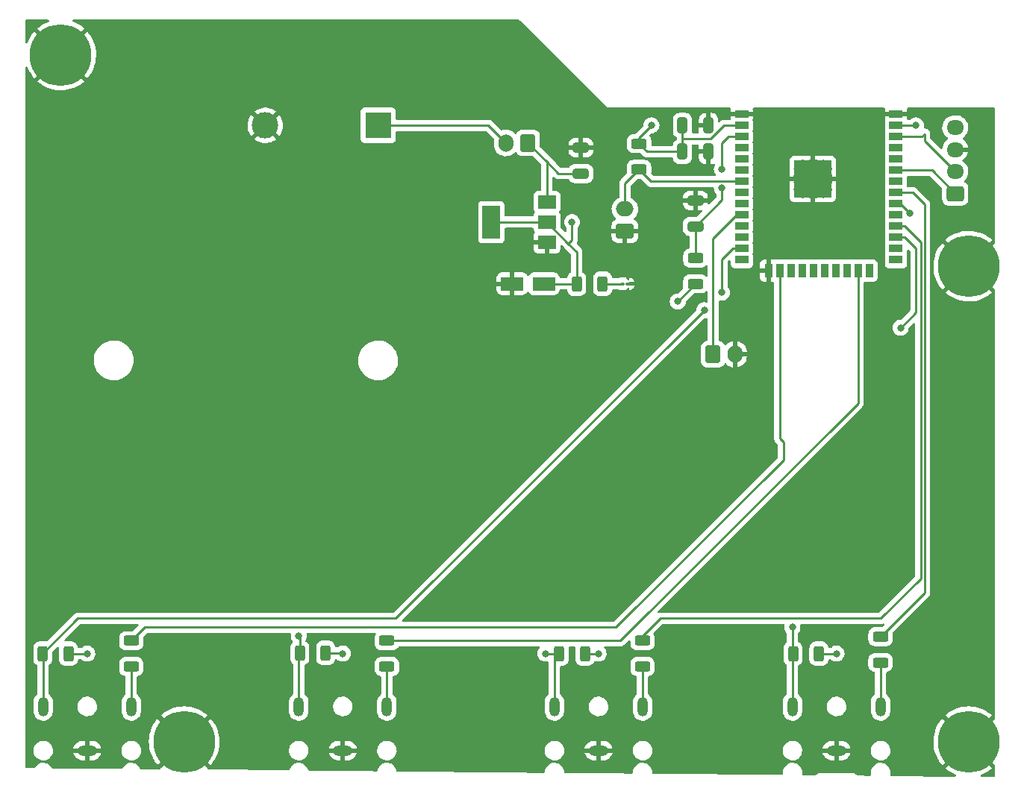
<source format=gbr>
%TF.GenerationSoftware,KiCad,Pcbnew,(6.0.10-0)*%
%TF.CreationDate,2023-07-20T21:22:02-04:00*%
%TF.ProjectId,Buzzers v2,42757a7a-6572-4732-9076-322e6b696361,rev?*%
%TF.SameCoordinates,Original*%
%TF.FileFunction,Copper,L1,Top*%
%TF.FilePolarity,Positive*%
%FSLAX46Y46*%
G04 Gerber Fmt 4.6, Leading zero omitted, Abs format (unit mm)*
G04 Created by KiCad (PCBNEW (6.0.10-0)) date 2023-07-20 21:22:02*
%MOMM*%
%LPD*%
G01*
G04 APERTURE LIST*
G04 Aperture macros list*
%AMRoundRect*
0 Rectangle with rounded corners*
0 $1 Rounding radius*
0 $2 $3 $4 $5 $6 $7 $8 $9 X,Y pos of 4 corners*
0 Add a 4 corners polygon primitive as box body*
4,1,4,$2,$3,$4,$5,$6,$7,$8,$9,$2,$3,0*
0 Add four circle primitives for the rounded corners*
1,1,$1+$1,$2,$3*
1,1,$1+$1,$4,$5*
1,1,$1+$1,$6,$7*
1,1,$1+$1,$8,$9*
0 Add four rect primitives between the rounded corners*
20,1,$1+$1,$2,$3,$4,$5,0*
20,1,$1+$1,$4,$5,$6,$7,0*
20,1,$1+$1,$6,$7,$8,$9,0*
20,1,$1+$1,$8,$9,$2,$3,0*%
G04 Aperture macros list end*
%TA.AperFunction,SMDPad,CuDef*%
%ADD10RoundRect,0.250000X0.625000X-0.312500X0.625000X0.312500X-0.625000X0.312500X-0.625000X-0.312500X0*%
%TD*%
%TA.AperFunction,SMDPad,CuDef*%
%ADD11RoundRect,0.250000X-0.312500X-0.625000X0.312500X-0.625000X0.312500X0.625000X-0.312500X0.625000X0*%
%TD*%
%TA.AperFunction,ComponentPad*%
%ADD12RoundRect,0.250000X0.600000X0.750000X-0.600000X0.750000X-0.600000X-0.750000X0.600000X-0.750000X0*%
%TD*%
%TA.AperFunction,ComponentPad*%
%ADD13O,1.700000X2.000000*%
%TD*%
%TA.AperFunction,SMDPad,CuDef*%
%ADD14RoundRect,0.250000X0.312500X0.625000X-0.312500X0.625000X-0.312500X-0.625000X0.312500X-0.625000X0*%
%TD*%
%TA.AperFunction,ComponentPad*%
%ADD15C,7.000000*%
%TD*%
%TA.AperFunction,ComponentPad*%
%ADD16RoundRect,0.250000X-0.600000X-0.750000X0.600000X-0.750000X0.600000X0.750000X-0.600000X0.750000X0*%
%TD*%
%TA.AperFunction,ComponentPad*%
%ADD17O,1.200000X2.200000*%
%TD*%
%TA.AperFunction,ComponentPad*%
%ADD18O,2.200000X1.200000*%
%TD*%
%TA.AperFunction,SMDPad,CuDef*%
%ADD19RoundRect,0.250000X-0.325000X-0.650000X0.325000X-0.650000X0.325000X0.650000X-0.325000X0.650000X0*%
%TD*%
%TA.AperFunction,SMDPad,CuDef*%
%ADD20RoundRect,0.100000X0.130000X0.100000X-0.130000X0.100000X-0.130000X-0.100000X0.130000X-0.100000X0*%
%TD*%
%TA.AperFunction,SMDPad,CuDef*%
%ADD21R,1.500000X0.900000*%
%TD*%
%TA.AperFunction,SMDPad,CuDef*%
%ADD22R,0.900000X1.500000*%
%TD*%
%TA.AperFunction,SMDPad,CuDef*%
%ADD23R,1.050000X1.050000*%
%TD*%
%TA.AperFunction,HeatsinkPad*%
%ADD24C,0.475000*%
%TD*%
%TA.AperFunction,SMDPad,CuDef*%
%ADD25R,4.200000X4.200000*%
%TD*%
%TA.AperFunction,SMDPad,CuDef*%
%ADD26RoundRect,0.250000X1.050000X0.550000X-1.050000X0.550000X-1.050000X-0.550000X1.050000X-0.550000X0*%
%TD*%
%TA.AperFunction,SMDPad,CuDef*%
%ADD27RoundRect,0.250000X0.650000X-0.325000X0.650000X0.325000X-0.650000X0.325000X-0.650000X-0.325000X0*%
%TD*%
%TA.AperFunction,ComponentPad*%
%ADD28R,3.000000X3.000000*%
%TD*%
%TA.AperFunction,ComponentPad*%
%ADD29C,3.000000*%
%TD*%
%TA.AperFunction,ComponentPad*%
%ADD30RoundRect,0.250000X0.725000X-0.600000X0.725000X0.600000X-0.725000X0.600000X-0.725000X-0.600000X0*%
%TD*%
%TA.AperFunction,ComponentPad*%
%ADD31O,1.950000X1.700000*%
%TD*%
%TA.AperFunction,SMDPad,CuDef*%
%ADD32R,2.000000X1.500000*%
%TD*%
%TA.AperFunction,SMDPad,CuDef*%
%ADD33R,2.000000X3.800000*%
%TD*%
%TA.AperFunction,ComponentPad*%
%ADD34RoundRect,0.250000X0.750000X-0.600000X0.750000X0.600000X-0.750000X0.600000X-0.750000X-0.600000X0*%
%TD*%
%TA.AperFunction,ComponentPad*%
%ADD35O,2.000000X1.700000*%
%TD*%
%TA.AperFunction,ViaPad*%
%ADD36C,0.800000*%
%TD*%
%TA.AperFunction,Conductor*%
%ADD37C,0.250000*%
%TD*%
G04 APERTURE END LIST*
D10*
%TO.P,R9,1*%
%TO.N,Net-(J4-PadT)*%
X118000000Y-111462500D03*
%TO.P,R9,2*%
%TO.N,Net-(R9-Pad2)*%
X118000000Y-108537500D03*
%TD*%
D11*
%TO.P,R4,1*%
%TO.N,Net-(J3-PadR)*%
X137537500Y-110000000D03*
%TO.P,R4,2*%
%TO.N,+3.3V*%
X140462500Y-110000000D03*
%TD*%
D12*
%TO.P,J1,1,Pin_1*%
%TO.N,Net-(C1-Pad1)*%
X134000000Y-52000000D03*
D13*
%TO.P,J1,2,Pin_2*%
%TO.N,Net-(BT1-Pad1)*%
X131500000Y-52000000D03*
%TD*%
D14*
%TO.P,R1,1*%
%TO.N,Net-(D1-Pad2)*%
X142462500Y-68000000D03*
%TO.P,R1,2*%
%TO.N,+3.3V*%
X139537500Y-68000000D03*
%TD*%
D11*
%TO.P,R2,1*%
%TO.N,Net-(J5-PadR)*%
X78950000Y-110000000D03*
%TO.P,R2,2*%
%TO.N,+3.3V*%
X81875000Y-110000000D03*
%TD*%
D15*
%TO.P,H2,1,1*%
%TO.N,GND*%
X184000000Y-120000000D03*
%TD*%
D16*
%TO.P,J8,1,Pin_1*%
%TO.N,Net-(U2-Pad10)*%
X155000000Y-76000000D03*
D13*
%TO.P,J8,2,Pin_2*%
%TO.N,GND*%
X157500000Y-76000000D03*
%TD*%
D10*
%TO.P,R6,1*%
%TO.N,Net-(J7-Pad2)*%
X146600000Y-55000000D03*
%TO.P,R6,2*%
%TO.N,+3.3V*%
X146600000Y-52075000D03*
%TD*%
D15*
%TO.P,H3,1,1*%
%TO.N,GND*%
X81000000Y-42000000D03*
%TD*%
D11*
%TO.P,R5,1*%
%TO.N,Net-(J2-PadR)*%
X164075000Y-110000000D03*
%TO.P,R5,2*%
%TO.N,+3.3V*%
X167000000Y-110000000D03*
%TD*%
D17*
%TO.P,J5,R*%
%TO.N,Net-(J5-PadR)*%
X79000000Y-116000000D03*
D18*
%TO.P,J5,S*%
%TO.N,GND*%
X84000000Y-121000000D03*
D17*
%TO.P,J5,T*%
%TO.N,Net-(J5-PadT)*%
X89000000Y-116000000D03*
%TD*%
D10*
%TO.P,R11,1*%
%TO.N,+3.3V*%
X153000000Y-68000000D03*
%TO.P,R11,2*%
%TO.N,Net-(C5-Pad1)*%
X153000000Y-65075000D03*
%TD*%
D19*
%TO.P,C3,1*%
%TO.N,+3.3V*%
X151525000Y-53000000D03*
%TO.P,C3,2*%
%TO.N,GND*%
X154475000Y-53000000D03*
%TD*%
D15*
%TO.P,H1,1,1*%
%TO.N,GND*%
X184000000Y-66000000D03*
%TD*%
D20*
%TO.P,D1,1,K*%
%TO.N,GND*%
X145320000Y-68000000D03*
%TO.P,D1,2,A*%
%TO.N,Net-(D1-Pad2)*%
X144680000Y-68000000D03*
%TD*%
D21*
%TO.P,U2,1,GND*%
%TO.N,GND*%
X158250000Y-48750000D03*
%TO.P,U2,2,VDD*%
%TO.N,+3.3V*%
X158250000Y-50020000D03*
%TO.P,U2,3,EN*%
%TO.N,Net-(C5-Pad1)*%
X158250000Y-51290000D03*
%TO.P,U2,4,SENSOR_VP*%
%TO.N,unconnected-(U2-Pad4)*%
X158250000Y-52560000D03*
%TO.P,U2,5,SENSOR_VN*%
%TO.N,unconnected-(U2-Pad5)*%
X158250000Y-53830000D03*
%TO.P,U2,6,IO34*%
%TO.N,unconnected-(U2-Pad6)*%
X158250000Y-55100000D03*
%TO.P,U2,7,IO35*%
%TO.N,Net-(J7-Pad2)*%
X158250000Y-56370000D03*
%TO.P,U2,8,IO32*%
%TO.N,unconnected-(U2-Pad8)*%
X158250000Y-57640000D03*
%TO.P,U2,9,IO33*%
%TO.N,unconnected-(U2-Pad9)*%
X158250000Y-58910000D03*
%TO.P,U2,10,IO25*%
%TO.N,Net-(U2-Pad10)*%
X158250000Y-60180000D03*
%TO.P,U2,11,IO26*%
%TO.N,unconnected-(U2-Pad11)*%
X158250000Y-61450000D03*
%TO.P,U2,12,IO27*%
%TO.N,unconnected-(U2-Pad12)*%
X158250000Y-62720000D03*
%TO.P,U2,13,IO14*%
%TO.N,Net-(J5-PadR)*%
X158250000Y-63990000D03*
%TO.P,U2,14,IO12*%
%TO.N,unconnected-(U2-Pad14)*%
X158250000Y-65260000D03*
D22*
%TO.P,U2,15,GND*%
%TO.N,GND*%
X161290000Y-66510000D03*
%TO.P,U2,16,IO13*%
%TO.N,Net-(R10-Pad2)*%
X162560000Y-66510000D03*
%TO.P,U2,17,SHD/SD2*%
%TO.N,unconnected-(U2-Pad17)*%
X163830000Y-66510000D03*
%TO.P,U2,18,SWP/SD3*%
%TO.N,unconnected-(U2-Pad18)*%
X165100000Y-66510000D03*
%TO.P,U2,19,SCS/CMD*%
%TO.N,unconnected-(U2-Pad19)*%
X166370000Y-66510000D03*
%TO.P,U2,20,SCK/CLK*%
%TO.N,unconnected-(U2-Pad20)*%
X167640000Y-66510000D03*
%TO.P,U2,21,SDO/SD0*%
%TO.N,unconnected-(U2-Pad21)*%
X168910000Y-66510000D03*
%TO.P,U2,22,SDI/SD1*%
%TO.N,unconnected-(U2-Pad22)*%
X170180000Y-66510000D03*
%TO.P,U2,23,IO15*%
%TO.N,Net-(R9-Pad2)*%
X171450000Y-66510000D03*
%TO.P,U2,24,IO2*%
%TO.N,unconnected-(U2-Pad24)*%
X172720000Y-66510000D03*
D21*
%TO.P,U2,25,IO0*%
%TO.N,unconnected-(U2-Pad25)*%
X175750000Y-65260000D03*
%TO.P,U2,26,IO4*%
%TO.N,unconnected-(U2-Pad26)*%
X175750000Y-63990000D03*
%TO.P,U2,27,IO16*%
%TO.N,Net-(J4-PadR)*%
X175750000Y-62720000D03*
%TO.P,U2,28,IO17*%
%TO.N,Net-(R8-Pad2)*%
X175750000Y-61450000D03*
%TO.P,U2,29,IO5*%
%TO.N,unconnected-(U2-Pad29)*%
X175750000Y-60180000D03*
%TO.P,U2,30,IO18*%
%TO.N,Net-(J3-PadR)*%
X175750000Y-58910000D03*
%TO.P,U2,31,IO19*%
%TO.N,Net-(R7-Pad2)*%
X175750000Y-57640000D03*
%TO.P,U2,32,NC*%
%TO.N,unconnected-(U2-Pad32)*%
X175750000Y-56370000D03*
%TO.P,U2,33,IO21*%
%TO.N,Net-(J6-Pad1)*%
X175750000Y-55100000D03*
%TO.P,U2,34,RXD0/IO3*%
%TO.N,unconnected-(U2-Pad34)*%
X175750000Y-53830000D03*
%TO.P,U2,35,TXD0/IO1*%
%TO.N,unconnected-(U2-Pad35)*%
X175750000Y-52560000D03*
%TO.P,U2,36,IO22*%
%TO.N,Net-(J6-Pad2)*%
X175750000Y-51290000D03*
%TO.P,U2,37,IO23*%
%TO.N,Net-(J2-PadR)*%
X175750000Y-50020000D03*
%TO.P,U2,38,GND*%
%TO.N,GND*%
X175750000Y-48750000D03*
D23*
%TO.P,U2,39,GND*%
X164795000Y-57615000D03*
X164795000Y-56090000D03*
D24*
X166320000Y-55327500D03*
X167082500Y-56090000D03*
D23*
X166320000Y-54565000D03*
D25*
X166320000Y-56090000D03*
D24*
X166320000Y-56852500D03*
X167082500Y-54565000D03*
X167845000Y-55327500D03*
D23*
X166320000Y-56090000D03*
D24*
X167082500Y-57615000D03*
X165557500Y-57615000D03*
X164795000Y-55327500D03*
X167845000Y-56852500D03*
D23*
X164795000Y-54565000D03*
X167845000Y-56090000D03*
D24*
X165557500Y-54565000D03*
X165557500Y-56090000D03*
D23*
X166320000Y-57615000D03*
X167845000Y-57615000D03*
X167845000Y-54565000D03*
D24*
X164795000Y-56852500D03*
%TD*%
D26*
%TO.P,C2,1*%
%TO.N,+3.3V*%
X135800000Y-68000000D03*
%TO.P,C2,2*%
%TO.N,GND*%
X132200000Y-68000000D03*
%TD*%
D10*
%TO.P,R8,1*%
%TO.N,Net-(J3-PadT)*%
X147000000Y-111462500D03*
%TO.P,R8,2*%
%TO.N,Net-(R8-Pad2)*%
X147000000Y-108537500D03*
%TD*%
%TO.P,R7,1*%
%TO.N,Net-(J2-PadT)*%
X174000000Y-111000000D03*
%TO.P,R7,2*%
%TO.N,Net-(R7-Pad2)*%
X174000000Y-108075000D03*
%TD*%
D27*
%TO.P,C5,1*%
%TO.N,Net-(C5-Pad1)*%
X153000000Y-61475000D03*
%TO.P,C5,2*%
%TO.N,GND*%
X153000000Y-58525000D03*
%TD*%
D10*
%TO.P,R10,1*%
%TO.N,Net-(J5-PadT)*%
X89000000Y-111462500D03*
%TO.P,R10,2*%
%TO.N,Net-(R10-Pad2)*%
X89000000Y-108537500D03*
%TD*%
D28*
%TO.P,BT1,1,+*%
%TO.N,Net-(BT1-Pad1)*%
X117000000Y-50000000D03*
D29*
%TO.P,BT1,2,-*%
%TO.N,GND*%
X104200000Y-50000000D03*
%TD*%
D30*
%TO.P,J6,1,Pin_1*%
%TO.N,Net-(J6-Pad1)*%
X182475000Y-57750000D03*
D31*
%TO.P,J6,2,Pin_2*%
%TO.N,Net-(J6-Pad2)*%
X182475000Y-55250000D03*
%TO.P,J6,3,Pin_3*%
%TO.N,GND*%
X182475000Y-52750000D03*
%TO.P,J6,4,Pin_4*%
%TO.N,+3.3V*%
X182475000Y-50250000D03*
%TD*%
D17*
%TO.P,J2,R*%
%TO.N,Net-(J2-PadR)*%
X164000000Y-116000000D03*
D18*
%TO.P,J2,S*%
%TO.N,GND*%
X169000000Y-121000000D03*
D17*
%TO.P,J2,T*%
%TO.N,Net-(J2-PadT)*%
X174000000Y-116000000D03*
%TD*%
D11*
%TO.P,R3,1*%
%TO.N,Net-(J4-PadR)*%
X108125000Y-109910000D03*
%TO.P,R3,2*%
%TO.N,+3.3V*%
X111050000Y-109910000D03*
%TD*%
D32*
%TO.P,U1,1,GND*%
%TO.N,GND*%
X136150000Y-63300000D03*
D33*
%TO.P,U1,2,VO*%
%TO.N,+3.3V*%
X129850000Y-61000000D03*
D32*
X136150000Y-61000000D03*
%TO.P,U1,3,VI*%
%TO.N,Net-(C1-Pad1)*%
X136150000Y-58700000D03*
%TD*%
D17*
%TO.P,J3,R*%
%TO.N,Net-(J3-PadR)*%
X137000000Y-116000000D03*
D18*
%TO.P,J3,S*%
%TO.N,GND*%
X142000000Y-121000000D03*
D17*
%TO.P,J3,T*%
%TO.N,Net-(J3-PadT)*%
X147000000Y-116000000D03*
%TD*%
D19*
%TO.P,C4,1*%
%TO.N,+3.3V*%
X151525000Y-50000000D03*
%TO.P,C4,2*%
%TO.N,GND*%
X154475000Y-50000000D03*
%TD*%
D27*
%TO.P,C1,1*%
%TO.N,Net-(C1-Pad1)*%
X140000000Y-55475000D03*
%TO.P,C1,2*%
%TO.N,GND*%
X140000000Y-52525000D03*
%TD*%
D17*
%TO.P,J4,R*%
%TO.N,Net-(J4-PadR)*%
X108000000Y-116000000D03*
D18*
%TO.P,J4,S*%
%TO.N,GND*%
X113000000Y-121000000D03*
D17*
%TO.P,J4,T*%
%TO.N,Net-(J4-PadT)*%
X118000000Y-116000000D03*
%TD*%
D34*
%TO.P,J7,1,Pin_1*%
%TO.N,GND*%
X145000000Y-62000000D03*
D35*
%TO.P,J7,2,Pin_2*%
%TO.N,Net-(J7-Pad2)*%
X145000000Y-59500000D03*
%TD*%
D15*
%TO.P,H4,1,1*%
%TO.N,GND*%
X95000000Y-120000000D03*
%TD*%
D36*
%TO.N,+3.3V*%
X148000000Y-50000000D03*
X139000000Y-61000000D03*
X113000000Y-110000000D03*
X151000000Y-70000000D03*
X142000000Y-110000000D03*
X84000000Y-110000000D03*
X169000000Y-110000000D03*
%TO.N,Net-(C5-Pad1)*%
X156000000Y-57094500D03*
X156000000Y-55000000D03*
%TO.N,Net-(J5-PadR)*%
X156000000Y-69000000D03*
X154000000Y-71000000D03*
%TO.N,Net-(J4-PadR)*%
X108000000Y-108000000D03*
X176275500Y-73000000D03*
%TO.N,Net-(J3-PadR)*%
X177275500Y-60000000D03*
X136000000Y-110000000D03*
%TO.N,Net-(J2-PadR)*%
X164000000Y-107000000D03*
X178000000Y-50000000D03*
%TD*%
D37*
%TO.N,+3.3V*%
X147525000Y-53000000D02*
X146600000Y-52075000D01*
X154738173Y-51525000D02*
X151525000Y-51525000D01*
X139000000Y-63000000D02*
X139000000Y-61000000D01*
X81875000Y-110000000D02*
X84000000Y-110000000D01*
X151525000Y-50000000D02*
X151525000Y-51525000D01*
X151525000Y-51525000D02*
X151525000Y-53000000D01*
X140462500Y-110000000D02*
X142000000Y-110000000D01*
X111050000Y-109910000D02*
X112910000Y-109910000D01*
X153000000Y-68000000D02*
X151000000Y-70000000D01*
X139537500Y-64387500D02*
X138575000Y-63425000D01*
X158250000Y-50020000D02*
X156243173Y-50020000D01*
X138575000Y-63425000D02*
X136150000Y-61000000D01*
X151525000Y-53000000D02*
X147525000Y-53000000D01*
X156243173Y-50020000D02*
X154738173Y-51525000D01*
X146600000Y-52075000D02*
X146600000Y-51400000D01*
X139537500Y-68000000D02*
X139537500Y-64387500D01*
X146600000Y-51400000D02*
X148000000Y-50000000D01*
X135800000Y-68000000D02*
X139537500Y-68000000D01*
X112910000Y-109910000D02*
X113000000Y-110000000D01*
X167000000Y-110000000D02*
X169000000Y-110000000D01*
X138575000Y-63425000D02*
X139000000Y-63000000D01*
X129850000Y-61000000D02*
X136150000Y-61000000D01*
%TO.N,Net-(C1-Pad1)*%
X140000000Y-55475000D02*
X137475000Y-55475000D01*
X136150000Y-54150000D02*
X136150000Y-58700000D01*
X137475000Y-55475000D02*
X136150000Y-54150000D01*
X134000000Y-52000000D02*
X136150000Y-54150000D01*
%TO.N,Net-(C5-Pad1)*%
X156000000Y-52000000D02*
X156710000Y-51290000D01*
X156710000Y-51290000D02*
X158250000Y-51290000D01*
X156000000Y-58475000D02*
X156000000Y-57094500D01*
X153000000Y-61475000D02*
X156000000Y-58475000D01*
X153000000Y-65075000D02*
X153000000Y-61475000D01*
X156000000Y-55000000D02*
X156000000Y-52000000D01*
%TO.N,Net-(J7-Pad2)*%
X145000000Y-56600000D02*
X146600000Y-55000000D01*
X145000000Y-59500000D02*
X145000000Y-56600000D01*
X147970000Y-56370000D02*
X158250000Y-56370000D01*
X146600000Y-55000000D02*
X147970000Y-56370000D01*
%TO.N,Net-(BT1-Pad1)*%
X117000000Y-50000000D02*
X129500000Y-50000000D01*
X129500000Y-50000000D02*
X131500000Y-52000000D01*
%TO.N,Net-(J5-PadR)*%
X79000000Y-110050000D02*
X78950000Y-110000000D01*
X78950000Y-110000000D02*
X82950000Y-106000000D01*
X156000000Y-65240000D02*
X157250000Y-63990000D01*
X119000000Y-106000000D02*
X154000000Y-71000000D01*
X79000000Y-116000000D02*
X79000000Y-110050000D01*
X82950000Y-106000000D02*
X119000000Y-106000000D01*
X157250000Y-63990000D02*
X158250000Y-63990000D01*
X156000000Y-69000000D02*
X156000000Y-65240000D01*
%TO.N,Net-(R10-Pad2)*%
X162560000Y-85560000D02*
X162560000Y-66510000D01*
X90537500Y-107000000D02*
X144000000Y-107000000D01*
X163000000Y-88000000D02*
X163000000Y-86000000D01*
X144000000Y-107000000D02*
X163000000Y-88000000D01*
X163000000Y-86000000D02*
X162560000Y-85560000D01*
X89000000Y-108537500D02*
X90537500Y-107000000D01*
%TO.N,Net-(R9-Pad2)*%
X144462500Y-108537500D02*
X171450000Y-81550000D01*
X171450000Y-81550000D02*
X171450000Y-66510000D01*
X118000000Y-108537500D02*
X144462500Y-108537500D01*
%TO.N,Net-(J4-PadR)*%
X176720000Y-62720000D02*
X175750000Y-62720000D01*
X178000000Y-71275500D02*
X178000000Y-64000000D01*
X108125000Y-109910000D02*
X108125000Y-108125000D01*
X108125000Y-108125000D02*
X108000000Y-108000000D01*
X176275500Y-73000000D02*
X178000000Y-71275500D01*
X178000000Y-64000000D02*
X176720000Y-62720000D01*
X108000000Y-110035000D02*
X108125000Y-109910000D01*
X108000000Y-116000000D02*
X108000000Y-110035000D01*
%TO.N,Net-(R8-Pad2)*%
X178550000Y-63250000D02*
X176750000Y-61450000D01*
X176750000Y-61450000D02*
X175750000Y-61450000D01*
X147000000Y-108537500D02*
X147000000Y-108000000D01*
X147000000Y-108000000D02*
X149000000Y-106000000D01*
X174000000Y-106000000D02*
X178550000Y-101450000D01*
X178550000Y-101450000D02*
X178550000Y-63250000D01*
X149000000Y-106000000D02*
X174000000Y-106000000D01*
%TO.N,Net-(J3-PadR)*%
X137000000Y-110537500D02*
X137537500Y-110000000D01*
X137537500Y-110000000D02*
X136000000Y-110000000D01*
X177275500Y-60000000D02*
X176185500Y-58910000D01*
X137000000Y-116000000D02*
X137000000Y-110537500D01*
X176185500Y-58910000D02*
X175750000Y-58910000D01*
%TO.N,Net-(R7-Pad2)*%
X174000000Y-108075000D02*
X179000000Y-103075000D01*
X177640000Y-57640000D02*
X175750000Y-57640000D01*
X179000000Y-59000000D02*
X177640000Y-57640000D01*
X179000000Y-103075000D02*
X179000000Y-59000000D01*
%TO.N,Net-(J6-Pad1)*%
X182475000Y-57750000D02*
X179825000Y-55100000D01*
X179825000Y-55100000D02*
X175750000Y-55100000D01*
%TO.N,Net-(J6-Pad2)*%
X182475000Y-55250000D02*
X179000000Y-51775000D01*
X179000000Y-51000000D02*
X178710000Y-51290000D01*
X179000000Y-51775000D02*
X179000000Y-51000000D01*
X178710000Y-51290000D02*
X175750000Y-51290000D01*
%TO.N,Net-(J2-PadR)*%
X178000000Y-50000000D02*
X175770000Y-50000000D01*
X164000000Y-110075000D02*
X164075000Y-110000000D01*
X164075000Y-110000000D02*
X164000000Y-109925000D01*
X175770000Y-50000000D02*
X175750000Y-50020000D01*
X164000000Y-109925000D02*
X164000000Y-107000000D01*
X164000000Y-116000000D02*
X164000000Y-110075000D01*
%TO.N,Net-(D1-Pad2)*%
X142462500Y-68000000D02*
X144680000Y-68000000D01*
%TO.N,Net-(J2-PadT)*%
X174000000Y-116000000D02*
X174000000Y-111000000D01*
%TO.N,Net-(J3-PadT)*%
X147000000Y-116000000D02*
X147000000Y-111462500D01*
%TO.N,Net-(J4-PadT)*%
X118000000Y-116000000D02*
X118000000Y-111462500D01*
%TO.N,Net-(J5-PadT)*%
X89000000Y-116000000D02*
X89000000Y-111462500D01*
%TO.N,Net-(U2-Pad10)*%
X155000000Y-62850000D02*
X157670000Y-60180000D01*
X157670000Y-60180000D02*
X158250000Y-60180000D01*
X155000000Y-76000000D02*
X155000000Y-62850000D01*
%TD*%
%TA.AperFunction,Conductor*%
%TO.N,GND*%
G36*
X79622159Y-38020002D02*
G01*
X79668652Y-38073658D01*
X79678756Y-38143932D01*
X79649262Y-38208512D01*
X79595475Y-38244991D01*
X79499681Y-38278350D01*
X79493968Y-38280658D01*
X79143667Y-38442519D01*
X79138213Y-38445371D01*
X78805376Y-38640646D01*
X78800228Y-38644015D01*
X78488025Y-38870843D01*
X78483247Y-38874684D01*
X78364711Y-38979926D01*
X78356334Y-38993314D01*
X78362084Y-39002874D01*
X80987188Y-41627978D01*
X81001132Y-41635592D01*
X81002965Y-41635461D01*
X81009580Y-41631210D01*
X83636463Y-39004327D01*
X83644077Y-38990383D01*
X83644055Y-38990072D01*
X83638204Y-38981406D01*
X83560143Y-38910127D01*
X83555416Y-38906217D01*
X83246419Y-38675059D01*
X83241313Y-38671614D01*
X82911235Y-38471711D01*
X82905822Y-38468784D01*
X82557808Y-38302044D01*
X82552141Y-38299662D01*
X82400311Y-38244401D01*
X82343139Y-38202307D01*
X82317801Y-38135986D01*
X82332342Y-38066494D01*
X82382144Y-38015895D01*
X82443405Y-38000000D01*
X132947810Y-38000000D01*
X133015931Y-38020002D01*
X133036905Y-38036905D01*
X143000000Y-48000000D01*
X156888100Y-48000000D01*
X156956221Y-48020002D01*
X157002714Y-48073658D01*
X157012818Y-48143932D01*
X157006082Y-48170230D01*
X157001522Y-48182395D01*
X156997895Y-48197649D01*
X156992369Y-48248514D01*
X156992000Y-48255328D01*
X156992000Y-48477885D01*
X156996475Y-48493124D01*
X156997865Y-48494329D01*
X157005548Y-48496000D01*
X159489884Y-48496000D01*
X159505123Y-48491525D01*
X159506328Y-48490135D01*
X159507999Y-48482452D01*
X159507999Y-48255331D01*
X159507629Y-48248510D01*
X159502105Y-48197648D01*
X159498479Y-48182397D01*
X159493918Y-48170230D01*
X159488735Y-48099423D01*
X159522655Y-48037054D01*
X159584910Y-48002925D01*
X159611900Y-48000000D01*
X174388100Y-48000000D01*
X174456221Y-48020002D01*
X174502714Y-48073658D01*
X174512818Y-48143932D01*
X174506082Y-48170230D01*
X174501522Y-48182395D01*
X174497895Y-48197649D01*
X174492369Y-48248514D01*
X174492000Y-48255328D01*
X174492000Y-48477885D01*
X174496475Y-48493124D01*
X174497865Y-48494329D01*
X174505548Y-48496000D01*
X176989884Y-48496000D01*
X177005123Y-48491525D01*
X177006328Y-48490135D01*
X177007999Y-48482452D01*
X177007999Y-48255331D01*
X177007629Y-48248510D01*
X177002105Y-48197648D01*
X176998479Y-48182397D01*
X176993918Y-48170230D01*
X176988735Y-48099423D01*
X177022655Y-48037054D01*
X177084910Y-48002925D01*
X177111900Y-48000000D01*
X186874000Y-48000000D01*
X186942121Y-48020002D01*
X186988614Y-48073658D01*
X187000000Y-48126000D01*
X187000000Y-63338856D01*
X186970303Y-63388907D01*
X184372022Y-65987188D01*
X184364408Y-66001132D01*
X184364539Y-66002965D01*
X184368790Y-66009580D01*
X186966714Y-68607504D01*
X187000000Y-68668461D01*
X187000000Y-68680163D01*
X186997798Y-68710951D01*
X187000000Y-68711188D01*
X187000000Y-117338856D01*
X186970303Y-117388907D01*
X184372022Y-119987188D01*
X184364408Y-120001132D01*
X184364539Y-120002965D01*
X184368790Y-120009580D01*
X186966714Y-122607504D01*
X187000000Y-122668461D01*
X187000000Y-122680163D01*
X186997798Y-122710951D01*
X187000000Y-122711188D01*
X187000000Y-123872849D01*
X186979998Y-123940970D01*
X186926342Y-123987463D01*
X186872855Y-123998844D01*
X185491134Y-123986283D01*
X185423198Y-123965662D01*
X185377194Y-123911586D01*
X185367730Y-123841223D01*
X185397809Y-123776913D01*
X185446725Y-123742811D01*
X185453952Y-123740008D01*
X185806497Y-123583046D01*
X185811966Y-123580283D01*
X186147516Y-123389664D01*
X186152690Y-123386380D01*
X186468034Y-123163929D01*
X186472872Y-123160149D01*
X186635240Y-123019998D01*
X186643655Y-123006958D01*
X186637716Y-122996926D01*
X184012812Y-120372022D01*
X183998868Y-120364408D01*
X183997035Y-120364539D01*
X183990420Y-120368790D01*
X181362547Y-122996663D01*
X181354933Y-123010607D01*
X181354988Y-123011386D01*
X181360342Y-123019436D01*
X181396960Y-123053821D01*
X181401638Y-123057803D01*
X181707386Y-123293260D01*
X181712429Y-123296765D01*
X182039694Y-123501262D01*
X182045051Y-123504256D01*
X182390709Y-123675843D01*
X182396342Y-123678304D01*
X182492478Y-123714823D01*
X182549056Y-123757712D01*
X182573465Y-123824380D01*
X182557955Y-123893662D01*
X182507451Y-123943561D01*
X182446592Y-123958605D01*
X175207585Y-123892796D01*
X175139651Y-123872176D01*
X175093648Y-123818100D01*
X175084037Y-123748722D01*
X175111352Y-123560336D01*
X175111352Y-123560333D01*
X175112213Y-123554396D01*
X175102433Y-123343101D01*
X175052875Y-123137466D01*
X175010213Y-123043635D01*
X174967806Y-122950368D01*
X174965326Y-122944913D01*
X174842946Y-122772389D01*
X174690150Y-122626119D01*
X174512452Y-122511380D01*
X174452354Y-122487160D01*
X174321832Y-122434558D01*
X174321829Y-122434557D01*
X174316263Y-122432314D01*
X174108663Y-122391772D01*
X174103101Y-122391500D01*
X173947154Y-122391500D01*
X173789434Y-122406548D01*
X173586466Y-122466092D01*
X173581139Y-122468836D01*
X173581138Y-122468836D01*
X173403751Y-122560196D01*
X173403748Y-122560198D01*
X173398420Y-122562942D01*
X173232080Y-122693604D01*
X173228148Y-122698135D01*
X173228145Y-122698138D01*
X173159474Y-122777275D01*
X173093448Y-122853363D01*
X173090448Y-122858549D01*
X173090445Y-122858553D01*
X173007960Y-123001135D01*
X172987527Y-123036454D01*
X172918139Y-123236271D01*
X172917278Y-123242206D01*
X172917278Y-123242208D01*
X172890585Y-123426310D01*
X172887787Y-123445604D01*
X172897567Y-123656899D01*
X172898971Y-123662724D01*
X172898971Y-123662725D01*
X172911638Y-123715284D01*
X172908153Y-123786195D01*
X172866884Y-123843965D01*
X172800933Y-123870252D01*
X172788000Y-123870800D01*
X171495015Y-123859046D01*
X171427080Y-123838425D01*
X171416239Y-123830458D01*
X171307178Y-123740955D01*
X171258289Y-123714823D01*
X171154808Y-123659511D01*
X171154805Y-123659510D01*
X171149350Y-123656594D01*
X170978097Y-123604645D01*
X170844323Y-123591469D01*
X170835783Y-123590332D01*
X170823990Y-123588348D01*
X170817344Y-123587230D01*
X170817342Y-123587230D01*
X170812552Y-123586424D01*
X170806276Y-123586347D01*
X170804860Y-123586330D01*
X170804857Y-123586330D01*
X170800000Y-123586271D01*
X170781370Y-123588939D01*
X170772376Y-123590227D01*
X170754514Y-123591500D01*
X167253250Y-123591500D01*
X167232345Y-123589754D01*
X167217344Y-123587230D01*
X167217341Y-123587230D01*
X167212552Y-123586424D01*
X167206276Y-123586348D01*
X167204859Y-123586330D01*
X167204856Y-123586330D01*
X167200000Y-123586271D01*
X167184110Y-123588547D01*
X167178606Y-123589211D01*
X167074310Y-123599483D01*
X167021903Y-123604645D01*
X166850650Y-123656594D01*
X166845195Y-123659510D01*
X166845192Y-123659511D01*
X166741711Y-123714823D01*
X166692822Y-123740955D01*
X166688039Y-123744880D01*
X166688032Y-123744885D01*
X166638467Y-123785562D01*
X166573120Y-123813316D01*
X166557389Y-123814158D01*
X166111843Y-123810108D01*
X165220751Y-123802007D01*
X165152816Y-123781386D01*
X165106812Y-123727310D01*
X165097201Y-123657932D01*
X165111352Y-123560336D01*
X165111352Y-123560333D01*
X165112213Y-123554396D01*
X165102433Y-123343101D01*
X165052875Y-123137466D01*
X165010213Y-123043635D01*
X164967806Y-122950368D01*
X164965326Y-122944913D01*
X164842946Y-122772389D01*
X164690150Y-122626119D01*
X164512452Y-122511380D01*
X164452354Y-122487160D01*
X164321832Y-122434558D01*
X164321829Y-122434557D01*
X164316263Y-122432314D01*
X164108663Y-122391772D01*
X164103101Y-122391500D01*
X163947154Y-122391500D01*
X163789434Y-122406548D01*
X163586466Y-122466092D01*
X163581139Y-122468836D01*
X163581138Y-122468836D01*
X163403751Y-122560196D01*
X163403748Y-122560198D01*
X163398420Y-122562942D01*
X163232080Y-122693604D01*
X163228148Y-122698135D01*
X163228145Y-122698138D01*
X163159474Y-122777275D01*
X163093448Y-122853363D01*
X163090448Y-122858549D01*
X163090445Y-122858553D01*
X163007960Y-123001135D01*
X162987527Y-123036454D01*
X162918139Y-123236271D01*
X162917278Y-123242206D01*
X162917278Y-123242208D01*
X162890585Y-123426310D01*
X162887787Y-123445604D01*
X162897151Y-123647907D01*
X162880320Y-123716880D01*
X162828872Y-123765804D01*
X162770141Y-123779728D01*
X148235685Y-123647597D01*
X148167748Y-123626976D01*
X148121745Y-123572900D01*
X148110965Y-123527428D01*
X148104436Y-123386380D01*
X148102433Y-123343101D01*
X148052875Y-123137466D01*
X148010213Y-123043635D01*
X147967806Y-122950368D01*
X147965326Y-122944913D01*
X147842946Y-122772389D01*
X147690150Y-122626119D01*
X147512452Y-122511380D01*
X147452354Y-122487160D01*
X147321832Y-122434558D01*
X147321829Y-122434557D01*
X147316263Y-122432314D01*
X147108663Y-122391772D01*
X147103101Y-122391500D01*
X146947154Y-122391500D01*
X146789434Y-122406548D01*
X146586466Y-122466092D01*
X146581139Y-122468836D01*
X146581138Y-122468836D01*
X146403751Y-122560196D01*
X146403748Y-122560198D01*
X146398420Y-122562942D01*
X146232080Y-122693604D01*
X146228148Y-122698135D01*
X146228145Y-122698138D01*
X146159474Y-122777275D01*
X146093448Y-122853363D01*
X146090448Y-122858549D01*
X146090445Y-122858553D01*
X146007960Y-123001135D01*
X145987527Y-123036454D01*
X145918139Y-123236271D01*
X145917278Y-123242206D01*
X145917278Y-123242208D01*
X145890585Y-123426310D01*
X145887787Y-123445604D01*
X145889995Y-123493298D01*
X145873165Y-123562269D01*
X145821717Y-123611193D01*
X145762985Y-123625118D01*
X144009040Y-123609173D01*
X143985604Y-123606757D01*
X143984022Y-123606442D01*
X143978097Y-123604645D01*
X143844323Y-123591469D01*
X143835783Y-123590332D01*
X143823990Y-123588348D01*
X143817344Y-123587230D01*
X143817342Y-123587230D01*
X143812552Y-123586424D01*
X143806276Y-123586347D01*
X143804860Y-123586330D01*
X143804857Y-123586330D01*
X143800000Y-123586271D01*
X143781370Y-123588939D01*
X143772376Y-123590227D01*
X143754514Y-123591500D01*
X142065598Y-123591500D01*
X142064453Y-123591495D01*
X141595300Y-123587230D01*
X138231474Y-123556650D01*
X138163539Y-123536029D01*
X138117535Y-123481953D01*
X138106755Y-123436481D01*
X138104436Y-123386380D01*
X138102433Y-123343101D01*
X138052875Y-123137466D01*
X138010213Y-123043635D01*
X137967806Y-122950368D01*
X137965326Y-122944913D01*
X137842946Y-122772389D01*
X137690150Y-122626119D01*
X137512452Y-122511380D01*
X137452354Y-122487160D01*
X137321832Y-122434558D01*
X137321829Y-122434557D01*
X137316263Y-122432314D01*
X137108663Y-122391772D01*
X137103101Y-122391500D01*
X136947154Y-122391500D01*
X136789434Y-122406548D01*
X136586466Y-122466092D01*
X136581139Y-122468836D01*
X136581138Y-122468836D01*
X136403751Y-122560196D01*
X136403748Y-122560198D01*
X136398420Y-122562942D01*
X136232080Y-122693604D01*
X136228148Y-122698135D01*
X136228145Y-122698138D01*
X136159474Y-122777275D01*
X136093448Y-122853363D01*
X136090448Y-122858549D01*
X136090445Y-122858553D01*
X136007960Y-123001135D01*
X135987527Y-123036454D01*
X135918139Y-123236271D01*
X135917279Y-123242204D01*
X135917278Y-123242207D01*
X135909876Y-123293260D01*
X135896759Y-123383730D01*
X135890585Y-123426310D01*
X135861015Y-123490856D01*
X135801244Y-123529168D01*
X135764744Y-123534225D01*
X132138820Y-123501262D01*
X119210322Y-123383730D01*
X119142385Y-123363109D01*
X119096382Y-123309033D01*
X119088974Y-123287255D01*
X119054282Y-123143301D01*
X119054279Y-123143294D01*
X119052875Y-123137466D01*
X119010213Y-123043635D01*
X118967806Y-122950368D01*
X118965326Y-122944913D01*
X118842946Y-122772389D01*
X118690150Y-122626119D01*
X118512452Y-122511380D01*
X118452354Y-122487160D01*
X118321832Y-122434558D01*
X118321829Y-122434557D01*
X118316263Y-122432314D01*
X118108663Y-122391772D01*
X118103101Y-122391500D01*
X117947154Y-122391500D01*
X117789434Y-122406548D01*
X117586466Y-122466092D01*
X117581139Y-122468836D01*
X117581138Y-122468836D01*
X117403751Y-122560196D01*
X117403748Y-122560198D01*
X117398420Y-122562942D01*
X117232080Y-122693604D01*
X117228148Y-122698135D01*
X117228145Y-122698138D01*
X117159474Y-122777275D01*
X117093448Y-122853363D01*
X117090448Y-122858549D01*
X117090445Y-122858553D01*
X117007960Y-123001135D01*
X116987527Y-123036454D01*
X116918139Y-123236271D01*
X116917279Y-123242204D01*
X116917278Y-123242207D01*
X116915596Y-123253810D01*
X116886026Y-123318356D01*
X116826255Y-123356668D01*
X116789755Y-123361725D01*
X116156306Y-123355966D01*
X109188363Y-123292621D01*
X109120429Y-123272001D01*
X109074425Y-123217925D01*
X109067017Y-123196147D01*
X109064665Y-123186386D01*
X109052875Y-123137466D01*
X109010213Y-123043635D01*
X108967806Y-122950368D01*
X108965326Y-122944913D01*
X108842946Y-122772389D01*
X108690150Y-122626119D01*
X108512452Y-122511380D01*
X108452354Y-122487160D01*
X108321832Y-122434558D01*
X108321829Y-122434557D01*
X108316263Y-122432314D01*
X108108663Y-122391772D01*
X108103101Y-122391500D01*
X107947154Y-122391500D01*
X107789434Y-122406548D01*
X107586466Y-122466092D01*
X107581139Y-122468836D01*
X107581138Y-122468836D01*
X107403751Y-122560196D01*
X107403748Y-122560198D01*
X107398420Y-122562942D01*
X107232080Y-122693604D01*
X107228148Y-122698135D01*
X107228145Y-122698138D01*
X107159474Y-122777275D01*
X107093448Y-122853363D01*
X107090448Y-122858549D01*
X107090445Y-122858553D01*
X107007960Y-123001135D01*
X106987527Y-123036454D01*
X106974898Y-123072821D01*
X106935462Y-123186386D01*
X106894220Y-123244176D01*
X106828282Y-123270495D01*
X106815289Y-123271048D01*
X97756497Y-123188695D01*
X97688560Y-123168074D01*
X97642557Y-123113998D01*
X97633093Y-123043635D01*
X97643834Y-123015312D01*
X97643850Y-123007286D01*
X97637716Y-122996926D01*
X95012812Y-120372022D01*
X94998868Y-120364408D01*
X94997035Y-120364539D01*
X94990420Y-120368790D01*
X92362547Y-122996663D01*
X92351494Y-123016905D01*
X92339331Y-123072821D01*
X92289129Y-123123024D01*
X92227598Y-123138433D01*
X91504693Y-123131861D01*
X90124603Y-123119314D01*
X90056666Y-123098693D01*
X90011047Y-123045470D01*
X89967808Y-122950370D01*
X89967804Y-122950363D01*
X89965326Y-122944913D01*
X89842946Y-122772389D01*
X89690150Y-122626119D01*
X89512452Y-122511380D01*
X89452354Y-122487160D01*
X89321832Y-122434558D01*
X89321829Y-122434557D01*
X89316263Y-122432314D01*
X89108663Y-122391772D01*
X89103101Y-122391500D01*
X88947154Y-122391500D01*
X88789434Y-122406548D01*
X88586466Y-122466092D01*
X88581139Y-122468836D01*
X88581138Y-122468836D01*
X88403751Y-122560196D01*
X88403748Y-122560198D01*
X88398420Y-122562942D01*
X88232080Y-122693604D01*
X88228148Y-122698135D01*
X88228145Y-122698138D01*
X88159474Y-122777275D01*
X88093448Y-122853363D01*
X88090448Y-122858549D01*
X88090445Y-122858553D01*
X87987797Y-123035987D01*
X87936372Y-123084936D01*
X87877588Y-123098887D01*
X80083097Y-123028028D01*
X80015160Y-123007407D01*
X79969540Y-122954181D01*
X79967807Y-122950370D01*
X79967806Y-122950368D01*
X79965326Y-122944913D01*
X79842946Y-122772389D01*
X79690150Y-122626119D01*
X79512452Y-122511380D01*
X79452354Y-122487160D01*
X79321832Y-122434558D01*
X79321829Y-122434557D01*
X79316263Y-122432314D01*
X79108663Y-122391772D01*
X79103101Y-122391500D01*
X78947154Y-122391500D01*
X78789434Y-122406548D01*
X78586466Y-122466092D01*
X78581139Y-122468836D01*
X78581138Y-122468836D01*
X78403751Y-122560196D01*
X78403748Y-122560198D01*
X78398420Y-122562942D01*
X78232080Y-122693604D01*
X78228148Y-122698135D01*
X78228145Y-122698138D01*
X78159474Y-122777275D01*
X78093448Y-122853363D01*
X78090445Y-122858553D01*
X78090442Y-122858558D01*
X78040113Y-122945554D01*
X77988687Y-122994502D01*
X77929904Y-123008453D01*
X77124855Y-123001135D01*
X77056919Y-122980514D01*
X77010915Y-122926438D01*
X77000000Y-122875140D01*
X77000000Y-120945604D01*
X77887787Y-120945604D01*
X77897567Y-121156899D01*
X77898971Y-121162724D01*
X77898971Y-121162725D01*
X77945680Y-121356537D01*
X77947125Y-121362534D01*
X77949607Y-121367992D01*
X77949608Y-121367996D01*
X77993053Y-121463546D01*
X78034674Y-121555087D01*
X78157054Y-121727611D01*
X78309850Y-121873881D01*
X78487548Y-121988620D01*
X78493114Y-121990863D01*
X78678168Y-122065442D01*
X78678171Y-122065443D01*
X78683737Y-122067686D01*
X78891337Y-122108228D01*
X78896899Y-122108500D01*
X79052846Y-122108500D01*
X79210566Y-122093452D01*
X79413534Y-122033908D01*
X79497977Y-121990417D01*
X79596249Y-121939804D01*
X79596252Y-121939802D01*
X79601580Y-121937058D01*
X79767920Y-121806396D01*
X79771852Y-121801865D01*
X79771855Y-121801862D01*
X79902621Y-121651167D01*
X79906552Y-121646637D01*
X79909552Y-121641451D01*
X79909555Y-121641447D01*
X80009467Y-121468742D01*
X80012473Y-121463546D01*
X80080587Y-121267399D01*
X82424712Y-121267399D01*
X82446194Y-121356537D01*
X82450083Y-121367832D01*
X82532629Y-121549382D01*
X82538576Y-121559724D01*
X82653968Y-121722397D01*
X82661761Y-121731425D01*
X82805831Y-121869342D01*
X82815196Y-121876738D01*
X82982741Y-121984921D01*
X82993345Y-121990417D01*
X83178312Y-122064961D01*
X83189770Y-122068355D01*
X83386928Y-122106857D01*
X83395791Y-122107934D01*
X83398500Y-122108000D01*
X83727885Y-122108000D01*
X83743124Y-122103525D01*
X83744329Y-122102135D01*
X83746000Y-122094452D01*
X83746000Y-122089885D01*
X84254000Y-122089885D01*
X84258475Y-122105124D01*
X84259865Y-122106329D01*
X84267548Y-122108000D01*
X84549832Y-122108000D01*
X84555808Y-122107715D01*
X84704494Y-122093529D01*
X84716228Y-122091270D01*
X84907599Y-122035128D01*
X84918675Y-122030698D01*
X85095978Y-121939381D01*
X85106024Y-121932931D01*
X85262857Y-121809738D01*
X85271506Y-121801501D01*
X85402212Y-121650877D01*
X85409147Y-121641153D01*
X85509010Y-121468533D01*
X85513984Y-121457669D01*
X85579407Y-121269273D01*
X85579648Y-121268284D01*
X85578180Y-121257992D01*
X85564615Y-121254000D01*
X84272115Y-121254000D01*
X84256876Y-121258475D01*
X84255671Y-121259865D01*
X84254000Y-121267548D01*
X84254000Y-122089885D01*
X83746000Y-122089885D01*
X83746000Y-121272115D01*
X83741525Y-121256876D01*
X83740135Y-121255671D01*
X83732452Y-121254000D01*
X82439598Y-121254000D01*
X82426067Y-121257973D01*
X82424712Y-121267399D01*
X80080587Y-121267399D01*
X80081861Y-121263729D01*
X80082855Y-121256876D01*
X80111352Y-121060336D01*
X80111352Y-121060333D01*
X80112213Y-121054396D01*
X80107177Y-120945604D01*
X87887787Y-120945604D01*
X87897567Y-121156899D01*
X87898971Y-121162724D01*
X87898971Y-121162725D01*
X87945680Y-121356537D01*
X87947125Y-121362534D01*
X87949607Y-121367992D01*
X87949608Y-121367996D01*
X87993053Y-121463546D01*
X88034674Y-121555087D01*
X88157054Y-121727611D01*
X88309850Y-121873881D01*
X88487548Y-121988620D01*
X88493114Y-121990863D01*
X88678168Y-122065442D01*
X88678171Y-122065443D01*
X88683737Y-122067686D01*
X88891337Y-122108228D01*
X88896899Y-122108500D01*
X89052846Y-122108500D01*
X89210566Y-122093452D01*
X89413534Y-122033908D01*
X89497977Y-121990417D01*
X89596249Y-121939804D01*
X89596252Y-121939802D01*
X89601580Y-121937058D01*
X89767920Y-121806396D01*
X89771852Y-121801865D01*
X89771855Y-121801862D01*
X89902621Y-121651167D01*
X89906552Y-121646637D01*
X89909552Y-121641451D01*
X89909555Y-121641447D01*
X90009467Y-121468742D01*
X90012473Y-121463546D01*
X90081861Y-121263729D01*
X90082855Y-121256876D01*
X90111352Y-121060336D01*
X90111352Y-121060333D01*
X90112213Y-121054396D01*
X90102433Y-120843101D01*
X90070819Y-120711923D01*
X90054281Y-120643299D01*
X90054280Y-120643297D01*
X90052875Y-120637466D01*
X90009525Y-120542122D01*
X89967806Y-120450368D01*
X89965326Y-120444913D01*
X89842946Y-120272389D01*
X89690150Y-120126119D01*
X89512452Y-120011380D01*
X89408043Y-119969302D01*
X89352856Y-119947061D01*
X90987665Y-119947061D01*
X91001132Y-120332706D01*
X91001647Y-120338838D01*
X91052685Y-120721347D01*
X91053792Y-120727383D01*
X91141913Y-121103090D01*
X91143608Y-121109000D01*
X91267968Y-121474306D01*
X91270235Y-121480031D01*
X91429643Y-121831444D01*
X91432465Y-121836934D01*
X91625407Y-122171119D01*
X91628737Y-122176287D01*
X91853375Y-122490059D01*
X91857197Y-122494881D01*
X91980033Y-122635195D01*
X91993247Y-122643593D01*
X92003043Y-122637747D01*
X94627978Y-120012812D01*
X94634356Y-120001132D01*
X95364408Y-120001132D01*
X95364539Y-120002965D01*
X95368790Y-120009580D01*
X97997364Y-122638154D01*
X98011308Y-122645768D01*
X98012323Y-122645696D01*
X98020054Y-122640593D01*
X98035567Y-122624302D01*
X98039595Y-122619637D01*
X98277168Y-122315558D01*
X98280722Y-122310518D01*
X98487486Y-121984712D01*
X98490529Y-121979356D01*
X98664520Y-121634910D01*
X98667016Y-121629306D01*
X98806568Y-121269518D01*
X98808509Y-121263684D01*
X98897318Y-120945604D01*
X106887787Y-120945604D01*
X106897567Y-121156899D01*
X106898971Y-121162724D01*
X106898971Y-121162725D01*
X106945680Y-121356537D01*
X106947125Y-121362534D01*
X106949607Y-121367992D01*
X106949608Y-121367996D01*
X106993053Y-121463546D01*
X107034674Y-121555087D01*
X107157054Y-121727611D01*
X107309850Y-121873881D01*
X107487548Y-121988620D01*
X107493114Y-121990863D01*
X107678168Y-122065442D01*
X107678171Y-122065443D01*
X107683737Y-122067686D01*
X107891337Y-122108228D01*
X107896899Y-122108500D01*
X108052846Y-122108500D01*
X108210566Y-122093452D01*
X108413534Y-122033908D01*
X108497977Y-121990417D01*
X108596249Y-121939804D01*
X108596252Y-121939802D01*
X108601580Y-121937058D01*
X108767920Y-121806396D01*
X108771852Y-121801865D01*
X108771855Y-121801862D01*
X108902621Y-121651167D01*
X108906552Y-121646637D01*
X108909552Y-121641451D01*
X108909555Y-121641447D01*
X109009467Y-121468742D01*
X109012473Y-121463546D01*
X109080587Y-121267399D01*
X111424712Y-121267399D01*
X111446194Y-121356537D01*
X111450083Y-121367832D01*
X111532629Y-121549382D01*
X111538576Y-121559724D01*
X111653968Y-121722397D01*
X111661761Y-121731425D01*
X111805831Y-121869342D01*
X111815196Y-121876738D01*
X111982741Y-121984921D01*
X111993345Y-121990417D01*
X112178312Y-122064961D01*
X112189770Y-122068355D01*
X112386928Y-122106857D01*
X112395791Y-122107934D01*
X112398500Y-122108000D01*
X112727885Y-122108000D01*
X112743124Y-122103525D01*
X112744329Y-122102135D01*
X112746000Y-122094452D01*
X112746000Y-122089885D01*
X113254000Y-122089885D01*
X113258475Y-122105124D01*
X113259865Y-122106329D01*
X113267548Y-122108000D01*
X113549832Y-122108000D01*
X113555808Y-122107715D01*
X113704494Y-122093529D01*
X113716228Y-122091270D01*
X113907599Y-122035128D01*
X113918675Y-122030698D01*
X114095978Y-121939381D01*
X114106024Y-121932931D01*
X114262857Y-121809738D01*
X114271506Y-121801501D01*
X114402212Y-121650877D01*
X114409147Y-121641153D01*
X114509010Y-121468533D01*
X114513984Y-121457669D01*
X114579407Y-121269273D01*
X114579648Y-121268284D01*
X114578180Y-121257992D01*
X114564615Y-121254000D01*
X113272115Y-121254000D01*
X113256876Y-121258475D01*
X113255671Y-121259865D01*
X113254000Y-121267548D01*
X113254000Y-122089885D01*
X112746000Y-122089885D01*
X112746000Y-121272115D01*
X112741525Y-121256876D01*
X112740135Y-121255671D01*
X112732452Y-121254000D01*
X111439598Y-121254000D01*
X111426067Y-121257973D01*
X111424712Y-121267399D01*
X109080587Y-121267399D01*
X109081861Y-121263729D01*
X109082855Y-121256876D01*
X109111352Y-121060336D01*
X109111352Y-121060333D01*
X109112213Y-121054396D01*
X109107177Y-120945604D01*
X116887787Y-120945604D01*
X116897567Y-121156899D01*
X116898971Y-121162724D01*
X116898971Y-121162725D01*
X116945680Y-121356537D01*
X116947125Y-121362534D01*
X116949607Y-121367992D01*
X116949608Y-121367996D01*
X116993053Y-121463546D01*
X117034674Y-121555087D01*
X117157054Y-121727611D01*
X117309850Y-121873881D01*
X117487548Y-121988620D01*
X117493114Y-121990863D01*
X117678168Y-122065442D01*
X117678171Y-122065443D01*
X117683737Y-122067686D01*
X117891337Y-122108228D01*
X117896899Y-122108500D01*
X118052846Y-122108500D01*
X118210566Y-122093452D01*
X118413534Y-122033908D01*
X118497977Y-121990417D01*
X118596249Y-121939804D01*
X118596252Y-121939802D01*
X118601580Y-121937058D01*
X118767920Y-121806396D01*
X118771852Y-121801865D01*
X118771855Y-121801862D01*
X118902621Y-121651167D01*
X118906552Y-121646637D01*
X118909552Y-121641451D01*
X118909555Y-121641447D01*
X119009467Y-121468742D01*
X119012473Y-121463546D01*
X119081861Y-121263729D01*
X119082855Y-121256876D01*
X119111352Y-121060336D01*
X119111352Y-121060333D01*
X119112213Y-121054396D01*
X119107177Y-120945604D01*
X135887787Y-120945604D01*
X135897567Y-121156899D01*
X135898971Y-121162724D01*
X135898971Y-121162725D01*
X135945680Y-121356537D01*
X135947125Y-121362534D01*
X135949607Y-121367992D01*
X135949608Y-121367996D01*
X135993053Y-121463546D01*
X136034674Y-121555087D01*
X136157054Y-121727611D01*
X136309850Y-121873881D01*
X136487548Y-121988620D01*
X136493114Y-121990863D01*
X136678168Y-122065442D01*
X136678171Y-122065443D01*
X136683737Y-122067686D01*
X136891337Y-122108228D01*
X136896899Y-122108500D01*
X137052846Y-122108500D01*
X137210566Y-122093452D01*
X137413534Y-122033908D01*
X137497977Y-121990417D01*
X137596249Y-121939804D01*
X137596252Y-121939802D01*
X137601580Y-121937058D01*
X137767920Y-121806396D01*
X137771852Y-121801865D01*
X137771855Y-121801862D01*
X137902621Y-121651167D01*
X137906552Y-121646637D01*
X137909552Y-121641451D01*
X137909555Y-121641447D01*
X138009467Y-121468742D01*
X138012473Y-121463546D01*
X138080587Y-121267399D01*
X140424712Y-121267399D01*
X140446194Y-121356537D01*
X140450083Y-121367832D01*
X140532629Y-121549382D01*
X140538576Y-121559724D01*
X140653968Y-121722397D01*
X140661761Y-121731425D01*
X140805831Y-121869342D01*
X140815196Y-121876738D01*
X140982741Y-121984921D01*
X140993345Y-121990417D01*
X141178312Y-122064961D01*
X141189770Y-122068355D01*
X141386928Y-122106857D01*
X141395791Y-122107934D01*
X141398500Y-122108000D01*
X141727885Y-122108000D01*
X141743124Y-122103525D01*
X141744329Y-122102135D01*
X141746000Y-122094452D01*
X141746000Y-122089885D01*
X142254000Y-122089885D01*
X142258475Y-122105124D01*
X142259865Y-122106329D01*
X142267548Y-122108000D01*
X142549832Y-122108000D01*
X142555808Y-122107715D01*
X142704494Y-122093529D01*
X142716228Y-122091270D01*
X142907599Y-122035128D01*
X142918675Y-122030698D01*
X143095978Y-121939381D01*
X143106024Y-121932931D01*
X143262857Y-121809738D01*
X143271506Y-121801501D01*
X143402212Y-121650877D01*
X143409147Y-121641153D01*
X143509010Y-121468533D01*
X143513984Y-121457669D01*
X143579407Y-121269273D01*
X143579648Y-121268284D01*
X143578180Y-121257992D01*
X143564615Y-121254000D01*
X142272115Y-121254000D01*
X142256876Y-121258475D01*
X142255671Y-121259865D01*
X142254000Y-121267548D01*
X142254000Y-122089885D01*
X141746000Y-122089885D01*
X141746000Y-121272115D01*
X141741525Y-121256876D01*
X141740135Y-121255671D01*
X141732452Y-121254000D01*
X140439598Y-121254000D01*
X140426067Y-121257973D01*
X140424712Y-121267399D01*
X138080587Y-121267399D01*
X138081861Y-121263729D01*
X138082855Y-121256876D01*
X138111352Y-121060336D01*
X138111352Y-121060333D01*
X138112213Y-121054396D01*
X138107177Y-120945604D01*
X145887787Y-120945604D01*
X145897567Y-121156899D01*
X145898971Y-121162724D01*
X145898971Y-121162725D01*
X145945680Y-121356537D01*
X145947125Y-121362534D01*
X145949607Y-121367992D01*
X145949608Y-121367996D01*
X145993053Y-121463546D01*
X146034674Y-121555087D01*
X146157054Y-121727611D01*
X146309850Y-121873881D01*
X146487548Y-121988620D01*
X146493114Y-121990863D01*
X146678168Y-122065442D01*
X146678171Y-122065443D01*
X146683737Y-122067686D01*
X146891337Y-122108228D01*
X146896899Y-122108500D01*
X147052846Y-122108500D01*
X147210566Y-122093452D01*
X147413534Y-122033908D01*
X147497977Y-121990417D01*
X147596249Y-121939804D01*
X147596252Y-121939802D01*
X147601580Y-121937058D01*
X147767920Y-121806396D01*
X147771852Y-121801865D01*
X147771855Y-121801862D01*
X147902621Y-121651167D01*
X147906552Y-121646637D01*
X147909552Y-121641451D01*
X147909555Y-121641447D01*
X148009467Y-121468742D01*
X148012473Y-121463546D01*
X148081861Y-121263729D01*
X148082855Y-121256876D01*
X148111352Y-121060336D01*
X148111352Y-121060333D01*
X148112213Y-121054396D01*
X148107177Y-120945604D01*
X162887787Y-120945604D01*
X162897567Y-121156899D01*
X162898971Y-121162724D01*
X162898971Y-121162725D01*
X162945680Y-121356537D01*
X162947125Y-121362534D01*
X162949607Y-121367992D01*
X162949608Y-121367996D01*
X162993053Y-121463546D01*
X163034674Y-121555087D01*
X163157054Y-121727611D01*
X163309850Y-121873881D01*
X163487548Y-121988620D01*
X163493114Y-121990863D01*
X163678168Y-122065442D01*
X163678171Y-122065443D01*
X163683737Y-122067686D01*
X163891337Y-122108228D01*
X163896899Y-122108500D01*
X164052846Y-122108500D01*
X164210566Y-122093452D01*
X164413534Y-122033908D01*
X164497977Y-121990417D01*
X164596249Y-121939804D01*
X164596252Y-121939802D01*
X164601580Y-121937058D01*
X164767920Y-121806396D01*
X164771852Y-121801865D01*
X164771855Y-121801862D01*
X164902621Y-121651167D01*
X164906552Y-121646637D01*
X164909552Y-121641451D01*
X164909555Y-121641447D01*
X165009467Y-121468742D01*
X165012473Y-121463546D01*
X165080587Y-121267399D01*
X167424712Y-121267399D01*
X167446194Y-121356537D01*
X167450083Y-121367832D01*
X167532629Y-121549382D01*
X167538576Y-121559724D01*
X167653968Y-121722397D01*
X167661761Y-121731425D01*
X167805831Y-121869342D01*
X167815196Y-121876738D01*
X167982741Y-121984921D01*
X167993345Y-121990417D01*
X168178312Y-122064961D01*
X168189770Y-122068355D01*
X168386928Y-122106857D01*
X168395791Y-122107934D01*
X168398500Y-122108000D01*
X168727885Y-122108000D01*
X168743124Y-122103525D01*
X168744329Y-122102135D01*
X168746000Y-122094452D01*
X168746000Y-122089885D01*
X169254000Y-122089885D01*
X169258475Y-122105124D01*
X169259865Y-122106329D01*
X169267548Y-122108000D01*
X169549832Y-122108000D01*
X169555808Y-122107715D01*
X169704494Y-122093529D01*
X169716228Y-122091270D01*
X169907599Y-122035128D01*
X169918675Y-122030698D01*
X170095978Y-121939381D01*
X170106024Y-121932931D01*
X170262857Y-121809738D01*
X170271506Y-121801501D01*
X170402212Y-121650877D01*
X170409147Y-121641153D01*
X170509010Y-121468533D01*
X170513984Y-121457669D01*
X170579407Y-121269273D01*
X170579648Y-121268284D01*
X170578180Y-121257992D01*
X170564615Y-121254000D01*
X169272115Y-121254000D01*
X169256876Y-121258475D01*
X169255671Y-121259865D01*
X169254000Y-121267548D01*
X169254000Y-122089885D01*
X168746000Y-122089885D01*
X168746000Y-121272115D01*
X168741525Y-121256876D01*
X168740135Y-121255671D01*
X168732452Y-121254000D01*
X167439598Y-121254000D01*
X167426067Y-121257973D01*
X167424712Y-121267399D01*
X165080587Y-121267399D01*
X165081861Y-121263729D01*
X165082855Y-121256876D01*
X165111352Y-121060336D01*
X165111352Y-121060333D01*
X165112213Y-121054396D01*
X165107177Y-120945604D01*
X172887787Y-120945604D01*
X172897567Y-121156899D01*
X172898971Y-121162724D01*
X172898971Y-121162725D01*
X172945680Y-121356537D01*
X172947125Y-121362534D01*
X172949607Y-121367992D01*
X172949608Y-121367996D01*
X172993053Y-121463546D01*
X173034674Y-121555087D01*
X173157054Y-121727611D01*
X173309850Y-121873881D01*
X173487548Y-121988620D01*
X173493114Y-121990863D01*
X173678168Y-122065442D01*
X173678171Y-122065443D01*
X173683737Y-122067686D01*
X173891337Y-122108228D01*
X173896899Y-122108500D01*
X174052846Y-122108500D01*
X174210566Y-122093452D01*
X174413534Y-122033908D01*
X174497977Y-121990417D01*
X174596249Y-121939804D01*
X174596252Y-121939802D01*
X174601580Y-121937058D01*
X174767920Y-121806396D01*
X174771852Y-121801865D01*
X174771855Y-121801862D01*
X174902621Y-121651167D01*
X174906552Y-121646637D01*
X174909552Y-121641451D01*
X174909555Y-121641447D01*
X175009467Y-121468742D01*
X175012473Y-121463546D01*
X175081861Y-121263729D01*
X175082855Y-121256876D01*
X175111352Y-121060336D01*
X175111352Y-121060333D01*
X175112213Y-121054396D01*
X175102433Y-120843101D01*
X175070819Y-120711923D01*
X175054281Y-120643299D01*
X175054280Y-120643297D01*
X175052875Y-120637466D01*
X175009525Y-120542122D01*
X174967806Y-120450368D01*
X174965326Y-120444913D01*
X174842946Y-120272389D01*
X174690150Y-120126119D01*
X174512452Y-120011380D01*
X174408043Y-119969302D01*
X174352856Y-119947061D01*
X179987665Y-119947061D01*
X180001132Y-120332706D01*
X180001647Y-120338838D01*
X180052685Y-120721347D01*
X180053792Y-120727383D01*
X180141913Y-121103090D01*
X180143608Y-121109000D01*
X180267968Y-121474306D01*
X180270235Y-121480031D01*
X180429643Y-121831444D01*
X180432465Y-121836934D01*
X180625407Y-122171119D01*
X180628737Y-122176287D01*
X180853375Y-122490059D01*
X180857197Y-122494881D01*
X180980033Y-122635195D01*
X180993247Y-122643593D01*
X181003043Y-122637747D01*
X183627978Y-120012812D01*
X183635592Y-119998868D01*
X183635461Y-119997035D01*
X183631210Y-119990420D01*
X181003902Y-117363112D01*
X180989958Y-117355498D01*
X180989412Y-117355537D01*
X180981055Y-117361136D01*
X180928077Y-117418347D01*
X180924132Y-117423049D01*
X180690821Y-117730426D01*
X180687343Y-117735504D01*
X180485141Y-118064179D01*
X180482176Y-118069572D01*
X180313014Y-118416406D01*
X180310588Y-118422064D01*
X180176076Y-118783758D01*
X180174218Y-118789615D01*
X180075640Y-119162718D01*
X180074365Y-119168718D01*
X180012667Y-119549648D01*
X180011980Y-119555776D01*
X179987751Y-119940886D01*
X179987665Y-119947061D01*
X174352856Y-119947061D01*
X174321832Y-119934558D01*
X174321829Y-119934557D01*
X174316263Y-119932314D01*
X174108663Y-119891772D01*
X174103101Y-119891500D01*
X173947154Y-119891500D01*
X173789434Y-119906548D01*
X173586466Y-119966092D01*
X173581139Y-119968836D01*
X173581138Y-119968836D01*
X173403751Y-120060196D01*
X173403748Y-120060198D01*
X173398420Y-120062942D01*
X173232080Y-120193604D01*
X173228148Y-120198135D01*
X173228145Y-120198138D01*
X173159474Y-120277275D01*
X173093448Y-120353363D01*
X173090448Y-120358549D01*
X173090445Y-120358553D01*
X173084523Y-120368790D01*
X172987527Y-120536454D01*
X172918139Y-120736271D01*
X172917278Y-120742206D01*
X172917278Y-120742208D01*
X172916971Y-120744329D01*
X172887787Y-120945604D01*
X165107177Y-120945604D01*
X165102433Y-120843101D01*
X165075589Y-120731716D01*
X167420352Y-120731716D01*
X167421820Y-120742008D01*
X167435385Y-120746000D01*
X168727885Y-120746000D01*
X168743124Y-120741525D01*
X168744329Y-120740135D01*
X168746000Y-120732452D01*
X168746000Y-120727885D01*
X169254000Y-120727885D01*
X169258475Y-120743124D01*
X169259865Y-120744329D01*
X169267548Y-120746000D01*
X170560402Y-120746000D01*
X170573933Y-120742027D01*
X170575288Y-120732601D01*
X170553806Y-120643463D01*
X170549917Y-120632168D01*
X170467371Y-120450618D01*
X170461424Y-120440276D01*
X170346032Y-120277603D01*
X170338239Y-120268575D01*
X170194169Y-120130658D01*
X170184804Y-120123262D01*
X170017259Y-120015079D01*
X170006655Y-120009583D01*
X169821688Y-119935039D01*
X169810230Y-119931645D01*
X169613072Y-119893143D01*
X169604209Y-119892066D01*
X169601500Y-119892000D01*
X169272115Y-119892000D01*
X169256876Y-119896475D01*
X169255671Y-119897865D01*
X169254000Y-119905548D01*
X169254000Y-120727885D01*
X168746000Y-120727885D01*
X168746000Y-119910115D01*
X168741525Y-119894876D01*
X168740135Y-119893671D01*
X168732452Y-119892000D01*
X168450168Y-119892000D01*
X168444192Y-119892285D01*
X168295506Y-119906471D01*
X168283772Y-119908730D01*
X168092401Y-119964872D01*
X168081325Y-119969302D01*
X167904022Y-120060619D01*
X167893976Y-120067069D01*
X167737143Y-120190262D01*
X167728494Y-120198499D01*
X167597788Y-120349123D01*
X167590853Y-120358847D01*
X167490990Y-120531467D01*
X167486016Y-120542331D01*
X167420593Y-120730727D01*
X167420352Y-120731716D01*
X165075589Y-120731716D01*
X165070819Y-120711923D01*
X165054281Y-120643299D01*
X165054280Y-120643297D01*
X165052875Y-120637466D01*
X165009525Y-120542122D01*
X164967806Y-120450368D01*
X164965326Y-120444913D01*
X164842946Y-120272389D01*
X164690150Y-120126119D01*
X164512452Y-120011380D01*
X164408043Y-119969302D01*
X164321832Y-119934558D01*
X164321829Y-119934557D01*
X164316263Y-119932314D01*
X164108663Y-119891772D01*
X164103101Y-119891500D01*
X163947154Y-119891500D01*
X163789434Y-119906548D01*
X163586466Y-119966092D01*
X163581139Y-119968836D01*
X163581138Y-119968836D01*
X163403751Y-120060196D01*
X163403748Y-120060198D01*
X163398420Y-120062942D01*
X163232080Y-120193604D01*
X163228148Y-120198135D01*
X163228145Y-120198138D01*
X163159474Y-120277275D01*
X163093448Y-120353363D01*
X163090448Y-120358549D01*
X163090445Y-120358553D01*
X163084523Y-120368790D01*
X162987527Y-120536454D01*
X162918139Y-120736271D01*
X162917278Y-120742206D01*
X162917278Y-120742208D01*
X162916971Y-120744329D01*
X162887787Y-120945604D01*
X148107177Y-120945604D01*
X148102433Y-120843101D01*
X148070819Y-120711923D01*
X148054281Y-120643299D01*
X148054280Y-120643297D01*
X148052875Y-120637466D01*
X148009525Y-120542122D01*
X147967806Y-120450368D01*
X147965326Y-120444913D01*
X147842946Y-120272389D01*
X147690150Y-120126119D01*
X147512452Y-120011380D01*
X147408043Y-119969302D01*
X147321832Y-119934558D01*
X147321829Y-119934557D01*
X147316263Y-119932314D01*
X147108663Y-119891772D01*
X147103101Y-119891500D01*
X146947154Y-119891500D01*
X146789434Y-119906548D01*
X146586466Y-119966092D01*
X146581139Y-119968836D01*
X146581138Y-119968836D01*
X146403751Y-120060196D01*
X146403748Y-120060198D01*
X146398420Y-120062942D01*
X146232080Y-120193604D01*
X146228148Y-120198135D01*
X146228145Y-120198138D01*
X146159474Y-120277275D01*
X146093448Y-120353363D01*
X146090448Y-120358549D01*
X146090445Y-120358553D01*
X146084523Y-120368790D01*
X145987527Y-120536454D01*
X145918139Y-120736271D01*
X145917278Y-120742206D01*
X145917278Y-120742208D01*
X145916971Y-120744329D01*
X145887787Y-120945604D01*
X138107177Y-120945604D01*
X138102433Y-120843101D01*
X138075589Y-120731716D01*
X140420352Y-120731716D01*
X140421820Y-120742008D01*
X140435385Y-120746000D01*
X141727885Y-120746000D01*
X141743124Y-120741525D01*
X141744329Y-120740135D01*
X141746000Y-120732452D01*
X141746000Y-120727885D01*
X142254000Y-120727885D01*
X142258475Y-120743124D01*
X142259865Y-120744329D01*
X142267548Y-120746000D01*
X143560402Y-120746000D01*
X143573933Y-120742027D01*
X143575288Y-120732601D01*
X143553806Y-120643463D01*
X143549917Y-120632168D01*
X143467371Y-120450618D01*
X143461424Y-120440276D01*
X143346032Y-120277603D01*
X143338239Y-120268575D01*
X143194169Y-120130658D01*
X143184804Y-120123262D01*
X143017259Y-120015079D01*
X143006655Y-120009583D01*
X142821688Y-119935039D01*
X142810230Y-119931645D01*
X142613072Y-119893143D01*
X142604209Y-119892066D01*
X142601500Y-119892000D01*
X142272115Y-119892000D01*
X142256876Y-119896475D01*
X142255671Y-119897865D01*
X142254000Y-119905548D01*
X142254000Y-120727885D01*
X141746000Y-120727885D01*
X141746000Y-119910115D01*
X141741525Y-119894876D01*
X141740135Y-119893671D01*
X141732452Y-119892000D01*
X141450168Y-119892000D01*
X141444192Y-119892285D01*
X141295506Y-119906471D01*
X141283772Y-119908730D01*
X141092401Y-119964872D01*
X141081325Y-119969302D01*
X140904022Y-120060619D01*
X140893976Y-120067069D01*
X140737143Y-120190262D01*
X140728494Y-120198499D01*
X140597788Y-120349123D01*
X140590853Y-120358847D01*
X140490990Y-120531467D01*
X140486016Y-120542331D01*
X140420593Y-120730727D01*
X140420352Y-120731716D01*
X138075589Y-120731716D01*
X138070819Y-120711923D01*
X138054281Y-120643299D01*
X138054280Y-120643297D01*
X138052875Y-120637466D01*
X138009525Y-120542122D01*
X137967806Y-120450368D01*
X137965326Y-120444913D01*
X137842946Y-120272389D01*
X137690150Y-120126119D01*
X137512452Y-120011380D01*
X137408043Y-119969302D01*
X137321832Y-119934558D01*
X137321829Y-119934557D01*
X137316263Y-119932314D01*
X137108663Y-119891772D01*
X137103101Y-119891500D01*
X136947154Y-119891500D01*
X136789434Y-119906548D01*
X136586466Y-119966092D01*
X136581139Y-119968836D01*
X136581138Y-119968836D01*
X136403751Y-120060196D01*
X136403748Y-120060198D01*
X136398420Y-120062942D01*
X136232080Y-120193604D01*
X136228148Y-120198135D01*
X136228145Y-120198138D01*
X136159474Y-120277275D01*
X136093448Y-120353363D01*
X136090448Y-120358549D01*
X136090445Y-120358553D01*
X136084523Y-120368790D01*
X135987527Y-120536454D01*
X135918139Y-120736271D01*
X135917278Y-120742206D01*
X135917278Y-120742208D01*
X135916971Y-120744329D01*
X135887787Y-120945604D01*
X119107177Y-120945604D01*
X119102433Y-120843101D01*
X119070819Y-120711923D01*
X119054281Y-120643299D01*
X119054280Y-120643297D01*
X119052875Y-120637466D01*
X119009525Y-120542122D01*
X118967806Y-120450368D01*
X118965326Y-120444913D01*
X118842946Y-120272389D01*
X118690150Y-120126119D01*
X118512452Y-120011380D01*
X118408043Y-119969302D01*
X118321832Y-119934558D01*
X118321829Y-119934557D01*
X118316263Y-119932314D01*
X118108663Y-119891772D01*
X118103101Y-119891500D01*
X117947154Y-119891500D01*
X117789434Y-119906548D01*
X117586466Y-119966092D01*
X117581139Y-119968836D01*
X117581138Y-119968836D01*
X117403751Y-120060196D01*
X117403748Y-120060198D01*
X117398420Y-120062942D01*
X117232080Y-120193604D01*
X117228148Y-120198135D01*
X117228145Y-120198138D01*
X117159474Y-120277275D01*
X117093448Y-120353363D01*
X117090448Y-120358549D01*
X117090445Y-120358553D01*
X117084523Y-120368790D01*
X116987527Y-120536454D01*
X116918139Y-120736271D01*
X116917278Y-120742206D01*
X116917278Y-120742208D01*
X116916971Y-120744329D01*
X116887787Y-120945604D01*
X109107177Y-120945604D01*
X109102433Y-120843101D01*
X109075589Y-120731716D01*
X111420352Y-120731716D01*
X111421820Y-120742008D01*
X111435385Y-120746000D01*
X112727885Y-120746000D01*
X112743124Y-120741525D01*
X112744329Y-120740135D01*
X112746000Y-120732452D01*
X112746000Y-120727885D01*
X113254000Y-120727885D01*
X113258475Y-120743124D01*
X113259865Y-120744329D01*
X113267548Y-120746000D01*
X114560402Y-120746000D01*
X114573933Y-120742027D01*
X114575288Y-120732601D01*
X114553806Y-120643463D01*
X114549917Y-120632168D01*
X114467371Y-120450618D01*
X114461424Y-120440276D01*
X114346032Y-120277603D01*
X114338239Y-120268575D01*
X114194169Y-120130658D01*
X114184804Y-120123262D01*
X114017259Y-120015079D01*
X114006655Y-120009583D01*
X113821688Y-119935039D01*
X113810230Y-119931645D01*
X113613072Y-119893143D01*
X113604209Y-119892066D01*
X113601500Y-119892000D01*
X113272115Y-119892000D01*
X113256876Y-119896475D01*
X113255671Y-119897865D01*
X113254000Y-119905548D01*
X113254000Y-120727885D01*
X112746000Y-120727885D01*
X112746000Y-119910115D01*
X112741525Y-119894876D01*
X112740135Y-119893671D01*
X112732452Y-119892000D01*
X112450168Y-119892000D01*
X112444192Y-119892285D01*
X112295506Y-119906471D01*
X112283772Y-119908730D01*
X112092401Y-119964872D01*
X112081325Y-119969302D01*
X111904022Y-120060619D01*
X111893976Y-120067069D01*
X111737143Y-120190262D01*
X111728494Y-120198499D01*
X111597788Y-120349123D01*
X111590853Y-120358847D01*
X111490990Y-120531467D01*
X111486016Y-120542331D01*
X111420593Y-120730727D01*
X111420352Y-120731716D01*
X109075589Y-120731716D01*
X109070819Y-120711923D01*
X109054281Y-120643299D01*
X109054280Y-120643297D01*
X109052875Y-120637466D01*
X109009525Y-120542122D01*
X108967806Y-120450368D01*
X108965326Y-120444913D01*
X108842946Y-120272389D01*
X108690150Y-120126119D01*
X108512452Y-120011380D01*
X108408043Y-119969302D01*
X108321832Y-119934558D01*
X108321829Y-119934557D01*
X108316263Y-119932314D01*
X108108663Y-119891772D01*
X108103101Y-119891500D01*
X107947154Y-119891500D01*
X107789434Y-119906548D01*
X107586466Y-119966092D01*
X107581139Y-119968836D01*
X107581138Y-119968836D01*
X107403751Y-120060196D01*
X107403748Y-120060198D01*
X107398420Y-120062942D01*
X107232080Y-120193604D01*
X107228148Y-120198135D01*
X107228145Y-120198138D01*
X107159474Y-120277275D01*
X107093448Y-120353363D01*
X107090448Y-120358549D01*
X107090445Y-120358553D01*
X107084523Y-120368790D01*
X106987527Y-120536454D01*
X106918139Y-120736271D01*
X106917278Y-120742206D01*
X106917278Y-120742208D01*
X106916971Y-120744329D01*
X106887787Y-120945604D01*
X98897318Y-120945604D01*
X98912288Y-120891988D01*
X98913644Y-120886017D01*
X98980660Y-120505959D01*
X98981427Y-120499886D01*
X99011119Y-120114000D01*
X99011296Y-120110085D01*
X99012806Y-120001974D01*
X99012738Y-119998030D01*
X98993832Y-119611489D01*
X98993231Y-119605365D01*
X98936862Y-119223631D01*
X98935662Y-119217569D01*
X98842312Y-118843165D01*
X98840527Y-118837250D01*
X98711082Y-118473727D01*
X98708739Y-118468043D01*
X98544434Y-118118877D01*
X98541545Y-118113443D01*
X98343955Y-117781983D01*
X98340547Y-117776853D01*
X98111547Y-117466244D01*
X98107667Y-117461487D01*
X98020318Y-117364475D01*
X98006797Y-117356145D01*
X98006720Y-117356146D01*
X97997434Y-117361776D01*
X95372022Y-119987188D01*
X95364408Y-120001132D01*
X94634356Y-120001132D01*
X94635592Y-119998868D01*
X94635461Y-119997035D01*
X94631210Y-119990420D01*
X92003902Y-117363112D01*
X91989958Y-117355498D01*
X91989412Y-117355537D01*
X91981055Y-117361136D01*
X91928077Y-117418347D01*
X91924132Y-117423049D01*
X91690821Y-117730426D01*
X91687343Y-117735504D01*
X91485141Y-118064179D01*
X91482176Y-118069572D01*
X91313014Y-118416406D01*
X91310588Y-118422064D01*
X91176076Y-118783758D01*
X91174218Y-118789615D01*
X91075640Y-119162718D01*
X91074365Y-119168718D01*
X91012667Y-119549648D01*
X91011980Y-119555776D01*
X90987751Y-119940886D01*
X90987665Y-119947061D01*
X89352856Y-119947061D01*
X89321832Y-119934558D01*
X89321829Y-119934557D01*
X89316263Y-119932314D01*
X89108663Y-119891772D01*
X89103101Y-119891500D01*
X88947154Y-119891500D01*
X88789434Y-119906548D01*
X88586466Y-119966092D01*
X88581139Y-119968836D01*
X88581138Y-119968836D01*
X88403751Y-120060196D01*
X88403748Y-120060198D01*
X88398420Y-120062942D01*
X88232080Y-120193604D01*
X88228148Y-120198135D01*
X88228145Y-120198138D01*
X88159474Y-120277275D01*
X88093448Y-120353363D01*
X88090448Y-120358549D01*
X88090445Y-120358553D01*
X88084523Y-120368790D01*
X87987527Y-120536454D01*
X87918139Y-120736271D01*
X87917278Y-120742206D01*
X87917278Y-120742208D01*
X87916971Y-120744329D01*
X87887787Y-120945604D01*
X80107177Y-120945604D01*
X80102433Y-120843101D01*
X80075589Y-120731716D01*
X82420352Y-120731716D01*
X82421820Y-120742008D01*
X82435385Y-120746000D01*
X83727885Y-120746000D01*
X83743124Y-120741525D01*
X83744329Y-120740135D01*
X83746000Y-120732452D01*
X83746000Y-120727885D01*
X84254000Y-120727885D01*
X84258475Y-120743124D01*
X84259865Y-120744329D01*
X84267548Y-120746000D01*
X85560402Y-120746000D01*
X85573933Y-120742027D01*
X85575288Y-120732601D01*
X85553806Y-120643463D01*
X85549917Y-120632168D01*
X85467371Y-120450618D01*
X85461424Y-120440276D01*
X85346032Y-120277603D01*
X85338239Y-120268575D01*
X85194169Y-120130658D01*
X85184804Y-120123262D01*
X85017259Y-120015079D01*
X85006655Y-120009583D01*
X84821688Y-119935039D01*
X84810230Y-119931645D01*
X84613072Y-119893143D01*
X84604209Y-119892066D01*
X84601500Y-119892000D01*
X84272115Y-119892000D01*
X84256876Y-119896475D01*
X84255671Y-119897865D01*
X84254000Y-119905548D01*
X84254000Y-120727885D01*
X83746000Y-120727885D01*
X83746000Y-119910115D01*
X83741525Y-119894876D01*
X83740135Y-119893671D01*
X83732452Y-119892000D01*
X83450168Y-119892000D01*
X83444192Y-119892285D01*
X83295506Y-119906471D01*
X83283772Y-119908730D01*
X83092401Y-119964872D01*
X83081325Y-119969302D01*
X82904022Y-120060619D01*
X82893976Y-120067069D01*
X82737143Y-120190262D01*
X82728494Y-120198499D01*
X82597788Y-120349123D01*
X82590853Y-120358847D01*
X82490990Y-120531467D01*
X82486016Y-120542331D01*
X82420593Y-120730727D01*
X82420352Y-120731716D01*
X80075589Y-120731716D01*
X80070819Y-120711923D01*
X80054281Y-120643299D01*
X80054280Y-120643297D01*
X80052875Y-120637466D01*
X80009525Y-120542122D01*
X79967806Y-120450368D01*
X79965326Y-120444913D01*
X79842946Y-120272389D01*
X79690150Y-120126119D01*
X79512452Y-120011380D01*
X79408043Y-119969302D01*
X79321832Y-119934558D01*
X79321829Y-119934557D01*
X79316263Y-119932314D01*
X79108663Y-119891772D01*
X79103101Y-119891500D01*
X78947154Y-119891500D01*
X78789434Y-119906548D01*
X78586466Y-119966092D01*
X78581139Y-119968836D01*
X78581138Y-119968836D01*
X78403751Y-120060196D01*
X78403748Y-120060198D01*
X78398420Y-120062942D01*
X78232080Y-120193604D01*
X78228148Y-120198135D01*
X78228145Y-120198138D01*
X78159474Y-120277275D01*
X78093448Y-120353363D01*
X78090448Y-120358549D01*
X78090445Y-120358553D01*
X78084523Y-120368790D01*
X77987527Y-120536454D01*
X77918139Y-120736271D01*
X77917278Y-120742206D01*
X77917278Y-120742208D01*
X77916971Y-120744329D01*
X77887787Y-120945604D01*
X77000000Y-120945604D01*
X77000000Y-110675400D01*
X77879000Y-110675400D01*
X77879337Y-110678646D01*
X77879337Y-110678650D01*
X77889129Y-110773021D01*
X77889974Y-110781166D01*
X77892155Y-110787702D01*
X77892155Y-110787704D01*
X77917599Y-110863968D01*
X77945950Y-110948946D01*
X78039022Y-111099348D01*
X78044204Y-111104521D01*
X78068860Y-111129134D01*
X78164197Y-111224305D01*
X78170425Y-111228144D01*
X78170428Y-111228146D01*
X78306616Y-111312094D01*
X78354110Y-111364867D01*
X78366500Y-111419354D01*
X78366500Y-114525193D01*
X78346498Y-114593314D01*
X78313399Y-114627963D01*
X78277280Y-114653584D01*
X78277276Y-114653587D01*
X78272389Y-114657054D01*
X78126119Y-114809850D01*
X78011380Y-114987548D01*
X77987160Y-115047646D01*
X77955535Y-115126119D01*
X77932314Y-115183737D01*
X77891772Y-115391337D01*
X77891500Y-115396899D01*
X77891500Y-116552846D01*
X77906548Y-116710566D01*
X77966092Y-116913534D01*
X77968836Y-116918861D01*
X77968836Y-116918862D01*
X78058756Y-117093452D01*
X78062942Y-117101580D01*
X78193604Y-117267920D01*
X78198135Y-117271852D01*
X78198138Y-117271855D01*
X78333029Y-117388907D01*
X78353363Y-117406552D01*
X78358549Y-117409552D01*
X78358553Y-117409555D01*
X78454957Y-117465326D01*
X78536454Y-117512473D01*
X78736271Y-117581861D01*
X78742206Y-117582722D01*
X78742208Y-117582722D01*
X78939664Y-117611352D01*
X78939667Y-117611352D01*
X78945604Y-117612213D01*
X79156899Y-117602433D01*
X79288077Y-117570819D01*
X79356701Y-117554281D01*
X79356703Y-117554280D01*
X79362534Y-117552875D01*
X79367992Y-117550393D01*
X79367996Y-117550392D01*
X79483041Y-117498084D01*
X79555087Y-117465326D01*
X79701968Y-117361136D01*
X79722725Y-117346412D01*
X79722726Y-117346411D01*
X79727611Y-117342946D01*
X79873881Y-117190150D01*
X79988620Y-117012452D01*
X80017898Y-116939804D01*
X80065442Y-116821832D01*
X80065443Y-116821829D01*
X80067686Y-116816263D01*
X80108228Y-116608663D01*
X80108500Y-116603101D01*
X80108500Y-115945604D01*
X82887787Y-115945604D01*
X82897567Y-116156899D01*
X82898971Y-116162724D01*
X82898971Y-116162725D01*
X82926837Y-116278350D01*
X82947125Y-116362534D01*
X82949607Y-116367992D01*
X82949608Y-116367996D01*
X82993053Y-116463546D01*
X83034674Y-116555087D01*
X83157054Y-116727611D01*
X83309850Y-116873881D01*
X83487548Y-116988620D01*
X83522917Y-117002874D01*
X83678168Y-117065442D01*
X83678171Y-117065443D01*
X83683737Y-117067686D01*
X83891337Y-117108228D01*
X83896899Y-117108500D01*
X84052846Y-117108500D01*
X84210566Y-117093452D01*
X84413534Y-117033908D01*
X84418862Y-117031164D01*
X84596249Y-116939804D01*
X84596252Y-116939802D01*
X84601580Y-116937058D01*
X84767920Y-116806396D01*
X84771852Y-116801865D01*
X84771855Y-116801862D01*
X84902621Y-116651167D01*
X84906552Y-116646637D01*
X84909552Y-116641451D01*
X84909555Y-116641447D01*
X85009467Y-116468742D01*
X85012473Y-116463546D01*
X85081861Y-116263729D01*
X85095787Y-116167682D01*
X85111352Y-116060336D01*
X85111352Y-116060333D01*
X85112213Y-116054396D01*
X85102433Y-115843101D01*
X85052875Y-115637466D01*
X85009525Y-115542122D01*
X84967806Y-115450368D01*
X84965326Y-115444913D01*
X84842946Y-115272389D01*
X84690150Y-115126119D01*
X84512452Y-115011380D01*
X84452354Y-114987160D01*
X84321832Y-114934558D01*
X84321829Y-114934557D01*
X84316263Y-114932314D01*
X84108663Y-114891772D01*
X84103101Y-114891500D01*
X83947154Y-114891500D01*
X83789434Y-114906548D01*
X83586466Y-114966092D01*
X83581139Y-114968836D01*
X83581138Y-114968836D01*
X83403751Y-115060196D01*
X83403748Y-115060198D01*
X83398420Y-115062942D01*
X83232080Y-115193604D01*
X83228148Y-115198135D01*
X83228145Y-115198138D01*
X83148923Y-115289434D01*
X83093448Y-115353363D01*
X83090448Y-115358549D01*
X83090445Y-115358553D01*
X83040485Y-115444913D01*
X82987527Y-115536454D01*
X82918139Y-115736271D01*
X82887787Y-115945604D01*
X80108500Y-115945604D01*
X80108500Y-115447154D01*
X80093452Y-115289434D01*
X80033908Y-115086466D01*
X79973325Y-114968836D01*
X79939804Y-114903751D01*
X79939802Y-114903748D01*
X79937058Y-114898420D01*
X79806396Y-114732080D01*
X79676918Y-114619725D01*
X79638579Y-114559973D01*
X79633500Y-114524561D01*
X79633500Y-111825400D01*
X87616500Y-111825400D01*
X87616837Y-111828646D01*
X87616837Y-111828650D01*
X87625864Y-111915646D01*
X87627474Y-111931166D01*
X87629655Y-111937702D01*
X87629655Y-111937704D01*
X87671665Y-112063623D01*
X87683450Y-112098946D01*
X87776522Y-112249348D01*
X87901697Y-112374305D01*
X87907927Y-112378145D01*
X87907928Y-112378146D01*
X88045090Y-112462694D01*
X88052262Y-112467115D01*
X88132005Y-112493564D01*
X88213611Y-112520632D01*
X88213613Y-112520632D01*
X88220139Y-112522797D01*
X88226977Y-112523498D01*
X88226979Y-112523498D01*
X88253342Y-112526199D01*
X88319070Y-112553040D01*
X88359852Y-112611155D01*
X88366500Y-112651543D01*
X88366500Y-114525193D01*
X88346498Y-114593314D01*
X88313399Y-114627963D01*
X88277280Y-114653584D01*
X88277276Y-114653587D01*
X88272389Y-114657054D01*
X88126119Y-114809850D01*
X88011380Y-114987548D01*
X87987160Y-115047646D01*
X87955535Y-115126119D01*
X87932314Y-115183737D01*
X87891772Y-115391337D01*
X87891500Y-115396899D01*
X87891500Y-116552846D01*
X87906548Y-116710566D01*
X87966092Y-116913534D01*
X87968836Y-116918861D01*
X87968836Y-116918862D01*
X88058756Y-117093452D01*
X88062942Y-117101580D01*
X88193604Y-117267920D01*
X88198135Y-117271852D01*
X88198138Y-117271855D01*
X88333029Y-117388907D01*
X88353363Y-117406552D01*
X88358549Y-117409552D01*
X88358553Y-117409555D01*
X88454957Y-117465326D01*
X88536454Y-117512473D01*
X88736271Y-117581861D01*
X88742206Y-117582722D01*
X88742208Y-117582722D01*
X88939664Y-117611352D01*
X88939667Y-117611352D01*
X88945604Y-117612213D01*
X89156899Y-117602433D01*
X89288077Y-117570819D01*
X89356701Y-117554281D01*
X89356703Y-117554280D01*
X89362534Y-117552875D01*
X89367992Y-117550393D01*
X89367996Y-117550392D01*
X89483041Y-117498084D01*
X89555087Y-117465326D01*
X89701968Y-117361136D01*
X89722725Y-117346412D01*
X89722726Y-117346411D01*
X89727611Y-117342946D01*
X89873881Y-117190150D01*
X89988620Y-117012452D01*
X89996333Y-116993314D01*
X92356334Y-116993314D01*
X92362084Y-117002874D01*
X94987188Y-119627978D01*
X95001132Y-119635592D01*
X95002965Y-119635461D01*
X95009580Y-119631210D01*
X97636463Y-117004327D01*
X97644077Y-116990383D01*
X97644055Y-116990072D01*
X97638204Y-116981406D01*
X97560143Y-116910127D01*
X97555416Y-116906217D01*
X97246419Y-116675059D01*
X97241313Y-116671614D01*
X96911235Y-116471711D01*
X96905822Y-116468784D01*
X96557808Y-116302044D01*
X96552141Y-116299662D01*
X96189526Y-116167682D01*
X96183638Y-116165860D01*
X95809876Y-116069893D01*
X95803854Y-116068657D01*
X95422485Y-116009618D01*
X95416397Y-116008978D01*
X95031085Y-115987436D01*
X95024933Y-115987393D01*
X94639387Y-116003552D01*
X94633261Y-116004109D01*
X94251123Y-116057815D01*
X94245070Y-116058970D01*
X93870000Y-116149709D01*
X93864103Y-116151445D01*
X93499681Y-116278350D01*
X93493968Y-116280658D01*
X93143667Y-116442519D01*
X93138213Y-116445371D01*
X92805376Y-116640646D01*
X92800228Y-116644015D01*
X92488025Y-116870843D01*
X92483247Y-116874684D01*
X92364711Y-116979926D01*
X92356334Y-116993314D01*
X89996333Y-116993314D01*
X90017898Y-116939804D01*
X90065442Y-116821832D01*
X90065443Y-116821829D01*
X90067686Y-116816263D01*
X90108228Y-116608663D01*
X90108500Y-116603101D01*
X90108500Y-115447154D01*
X90093452Y-115289434D01*
X90033908Y-115086466D01*
X89973325Y-114968836D01*
X89939804Y-114903751D01*
X89939802Y-114903748D01*
X89937058Y-114898420D01*
X89806396Y-114732080D01*
X89676918Y-114619725D01*
X89638579Y-114559973D01*
X89633500Y-114524561D01*
X89633500Y-112651450D01*
X89653502Y-112583329D01*
X89707158Y-112536836D01*
X89746496Y-112526123D01*
X89754135Y-112525331D01*
X89774308Y-112523238D01*
X89774312Y-112523237D01*
X89781166Y-112522526D01*
X89787702Y-112520345D01*
X89787704Y-112520345D01*
X89919806Y-112476272D01*
X89948946Y-112466550D01*
X90099348Y-112373478D01*
X90224305Y-112248303D01*
X90285729Y-112148655D01*
X90313275Y-112103968D01*
X90313276Y-112103966D01*
X90317115Y-112097738D01*
X90372797Y-111929861D01*
X90374254Y-111915646D01*
X90383172Y-111828598D01*
X90383500Y-111825400D01*
X90383500Y-111099600D01*
X90382719Y-111092072D01*
X90373238Y-111000692D01*
X90373237Y-111000688D01*
X90372526Y-110993834D01*
X90354830Y-110940791D01*
X90318868Y-110833002D01*
X90316550Y-110826054D01*
X90223478Y-110675652D01*
X90098303Y-110550695D01*
X90080106Y-110539478D01*
X89953968Y-110461725D01*
X89953966Y-110461724D01*
X89947738Y-110457885D01*
X89787254Y-110404655D01*
X89786389Y-110404368D01*
X89786387Y-110404368D01*
X89779861Y-110402203D01*
X89773025Y-110401503D01*
X89773022Y-110401502D01*
X89729969Y-110397091D01*
X89675400Y-110391500D01*
X88324600Y-110391500D01*
X88321354Y-110391837D01*
X88321350Y-110391837D01*
X88225692Y-110401762D01*
X88225688Y-110401763D01*
X88218834Y-110402474D01*
X88212298Y-110404655D01*
X88212296Y-110404655D01*
X88080194Y-110448728D01*
X88051054Y-110458450D01*
X87900652Y-110551522D01*
X87775695Y-110676697D01*
X87771855Y-110682927D01*
X87771854Y-110682928D01*
X87703510Y-110793803D01*
X87682885Y-110827262D01*
X87627203Y-110995139D01*
X87626503Y-111001975D01*
X87626502Y-111001978D01*
X87626385Y-111003120D01*
X87616500Y-111099600D01*
X87616500Y-111825400D01*
X79633500Y-111825400D01*
X79633500Y-111357634D01*
X79653502Y-111289513D01*
X79693197Y-111250490D01*
X79701402Y-111245413D01*
X79736848Y-111223478D01*
X79861805Y-111098303D01*
X79917282Y-111008303D01*
X79950775Y-110953968D01*
X79950776Y-110953966D01*
X79954615Y-110947738D01*
X79984066Y-110858946D01*
X80008132Y-110786389D01*
X80008132Y-110786387D01*
X80010297Y-110779861D01*
X80021000Y-110675400D01*
X80021000Y-109877094D01*
X80041002Y-109808973D01*
X80057905Y-109787999D01*
X80588905Y-109256999D01*
X80651217Y-109222973D01*
X80722032Y-109228038D01*
X80778868Y-109270585D01*
X80803679Y-109337105D01*
X80804000Y-109346094D01*
X80804000Y-110675400D01*
X80804337Y-110678646D01*
X80804337Y-110678650D01*
X80814129Y-110773021D01*
X80814974Y-110781166D01*
X80817155Y-110787702D01*
X80817155Y-110787704D01*
X80842599Y-110863968D01*
X80870950Y-110948946D01*
X80964022Y-111099348D01*
X80969204Y-111104521D01*
X80993860Y-111129134D01*
X81089197Y-111224305D01*
X81095425Y-111228144D01*
X81095428Y-111228146D01*
X81232590Y-111312694D01*
X81239762Y-111317115D01*
X81291501Y-111334276D01*
X81401111Y-111370632D01*
X81401113Y-111370632D01*
X81407639Y-111372797D01*
X81414475Y-111373497D01*
X81414478Y-111373498D01*
X81457531Y-111377909D01*
X81512100Y-111383500D01*
X82237900Y-111383500D01*
X82241146Y-111383163D01*
X82241150Y-111383163D01*
X82336808Y-111373238D01*
X82336812Y-111373237D01*
X82343666Y-111372526D01*
X82350202Y-111370345D01*
X82350204Y-111370345D01*
X82482306Y-111326272D01*
X82511446Y-111316550D01*
X82661848Y-111223478D01*
X82786805Y-111098303D01*
X82842282Y-111008303D01*
X82875775Y-110953968D01*
X82875776Y-110953966D01*
X82879615Y-110947738D01*
X82909066Y-110858946D01*
X82933132Y-110786389D01*
X82933132Y-110786387D01*
X82935297Y-110779861D01*
X82938699Y-110746658D01*
X82965540Y-110680930D01*
X83023655Y-110640148D01*
X83064043Y-110633500D01*
X83291800Y-110633500D01*
X83359921Y-110653502D01*
X83379147Y-110669843D01*
X83379420Y-110669540D01*
X83384332Y-110673963D01*
X83388747Y-110678866D01*
X83394338Y-110682928D01*
X83523141Y-110776509D01*
X83543248Y-110791118D01*
X83549276Y-110793802D01*
X83549278Y-110793803D01*
X83711679Y-110866108D01*
X83717712Y-110868794D01*
X83811113Y-110888647D01*
X83898056Y-110907128D01*
X83898061Y-110907128D01*
X83904513Y-110908500D01*
X84095487Y-110908500D01*
X84101939Y-110907128D01*
X84101944Y-110907128D01*
X84188887Y-110888647D01*
X84282288Y-110868794D01*
X84288321Y-110866108D01*
X84450722Y-110793803D01*
X84450724Y-110793802D01*
X84456752Y-110791118D01*
X84476860Y-110776509D01*
X84517946Y-110746658D01*
X84611253Y-110678866D01*
X84615675Y-110673955D01*
X84734621Y-110541852D01*
X84734622Y-110541851D01*
X84739040Y-110536944D01*
X84815583Y-110404368D01*
X84831223Y-110377279D01*
X84831224Y-110377278D01*
X84834527Y-110371556D01*
X84893542Y-110189928D01*
X84904235Y-110088195D01*
X84912814Y-110006565D01*
X84913504Y-110000000D01*
X84893542Y-109810072D01*
X84834527Y-109628444D01*
X84816677Y-109597526D01*
X84742341Y-109468774D01*
X84739040Y-109463056D01*
X84617271Y-109327817D01*
X84615675Y-109326045D01*
X84615674Y-109326044D01*
X84611253Y-109321134D01*
X84505993Y-109244658D01*
X84462094Y-109212763D01*
X84462093Y-109212762D01*
X84456752Y-109208882D01*
X84450724Y-109206198D01*
X84450722Y-109206197D01*
X84288319Y-109133891D01*
X84288318Y-109133891D01*
X84282288Y-109131206D01*
X84173861Y-109108159D01*
X84101944Y-109092872D01*
X84101939Y-109092872D01*
X84095487Y-109091500D01*
X83904513Y-109091500D01*
X83898061Y-109092872D01*
X83898056Y-109092872D01*
X83826139Y-109108159D01*
X83717712Y-109131206D01*
X83711682Y-109133891D01*
X83711681Y-109133891D01*
X83549278Y-109206197D01*
X83549276Y-109206198D01*
X83543248Y-109208882D01*
X83537907Y-109212762D01*
X83537906Y-109212763D01*
X83494007Y-109244658D01*
X83388747Y-109321134D01*
X83384332Y-109326037D01*
X83379420Y-109330460D01*
X83378295Y-109329211D01*
X83324986Y-109362051D01*
X83291800Y-109366500D01*
X83063950Y-109366500D01*
X82995829Y-109346498D01*
X82949336Y-109292842D01*
X82938623Y-109253503D01*
X82935738Y-109225692D01*
X82935737Y-109225688D01*
X82935026Y-109218834D01*
X82925741Y-109191002D01*
X82881368Y-109058002D01*
X82879050Y-109051054D01*
X82785978Y-108900652D01*
X82660803Y-108775695D01*
X82580112Y-108725956D01*
X82516468Y-108686725D01*
X82516466Y-108686724D01*
X82510238Y-108682885D01*
X82430495Y-108656436D01*
X82348889Y-108629368D01*
X82348887Y-108629368D01*
X82342361Y-108627203D01*
X82335525Y-108626503D01*
X82335522Y-108626502D01*
X82291424Y-108621984D01*
X82237900Y-108616500D01*
X81533594Y-108616500D01*
X81465473Y-108596498D01*
X81418980Y-108542842D01*
X81408876Y-108472568D01*
X81438370Y-108407988D01*
X81444499Y-108401405D01*
X83175499Y-106670405D01*
X83237811Y-106636379D01*
X83264594Y-106633500D01*
X89703905Y-106633500D01*
X89772026Y-106653502D01*
X89818519Y-106707158D01*
X89828623Y-106777432D01*
X89799129Y-106842012D01*
X89793000Y-106848595D01*
X89212000Y-107429595D01*
X89149688Y-107463621D01*
X89122905Y-107466500D01*
X88324600Y-107466500D01*
X88321354Y-107466837D01*
X88321350Y-107466837D01*
X88225692Y-107476762D01*
X88225688Y-107476763D01*
X88218834Y-107477474D01*
X88212298Y-107479655D01*
X88212296Y-107479655D01*
X88080194Y-107523728D01*
X88051054Y-107533450D01*
X87900652Y-107626522D01*
X87775695Y-107751697D01*
X87771855Y-107757927D01*
X87771854Y-107757928D01*
X87747759Y-107797018D01*
X87682885Y-107902262D01*
X87680581Y-107909209D01*
X87629615Y-108062868D01*
X87627203Y-108070139D01*
X87616500Y-108174600D01*
X87616500Y-108900400D01*
X87616837Y-108903646D01*
X87616837Y-108903650D01*
X87625864Y-108990646D01*
X87627474Y-109006166D01*
X87629655Y-109012702D01*
X87629655Y-109012704D01*
X87671116Y-109136978D01*
X87683450Y-109173946D01*
X87776522Y-109324348D01*
X87901697Y-109449305D01*
X87907927Y-109453145D01*
X87907928Y-109453146D01*
X88045090Y-109537694D01*
X88052262Y-109542115D01*
X88132005Y-109568564D01*
X88213611Y-109595632D01*
X88213613Y-109595632D01*
X88220139Y-109597797D01*
X88226975Y-109598497D01*
X88226978Y-109598498D01*
X88270031Y-109602909D01*
X88324600Y-109608500D01*
X89675400Y-109608500D01*
X89678646Y-109608163D01*
X89678650Y-109608163D01*
X89774308Y-109598238D01*
X89774312Y-109598237D01*
X89781166Y-109597526D01*
X89787702Y-109595345D01*
X89787704Y-109595345D01*
X89919806Y-109551272D01*
X89948946Y-109541550D01*
X90099348Y-109448478D01*
X90224305Y-109323303D01*
X90265176Y-109256999D01*
X90313275Y-109178968D01*
X90313276Y-109178966D01*
X90317115Y-109172738D01*
X90350839Y-109071064D01*
X90370632Y-109011389D01*
X90370632Y-109011387D01*
X90372797Y-109004861D01*
X90374254Y-108990646D01*
X90377924Y-108954824D01*
X90383500Y-108900400D01*
X90383500Y-108174600D01*
X90377970Y-108121300D01*
X90390835Y-108051479D01*
X90414202Y-108019202D01*
X90762999Y-107670405D01*
X90825311Y-107636379D01*
X90852094Y-107633500D01*
X106990406Y-107633500D01*
X107058527Y-107653502D01*
X107105020Y-107707158D01*
X107115124Y-107777432D01*
X107110238Y-107798438D01*
X107108498Y-107803792D01*
X107108497Y-107803797D01*
X107106458Y-107810072D01*
X107105768Y-107816633D01*
X107105768Y-107816635D01*
X107096586Y-107904000D01*
X107086496Y-108000000D01*
X107106458Y-108189928D01*
X107165473Y-108371556D01*
X107260960Y-108536944D01*
X107288442Y-108567466D01*
X107319158Y-108631472D01*
X107310393Y-108701925D01*
X107283978Y-108740790D01*
X107213195Y-108811697D01*
X107209355Y-108817927D01*
X107209354Y-108817928D01*
X107160531Y-108897134D01*
X107120385Y-108962262D01*
X107101000Y-109020707D01*
X107080880Y-109081368D01*
X107064703Y-109130139D01*
X107064003Y-109136975D01*
X107064002Y-109136978D01*
X107060664Y-109169562D01*
X107054000Y-109234600D01*
X107054000Y-110585400D01*
X107054337Y-110588646D01*
X107054337Y-110588650D01*
X107064101Y-110682749D01*
X107064974Y-110691166D01*
X107067155Y-110697702D01*
X107067155Y-110697704D01*
X107107898Y-110819824D01*
X107120950Y-110858946D01*
X107214022Y-111009348D01*
X107219204Y-111014521D01*
X107329518Y-111124643D01*
X107363597Y-111186926D01*
X107366500Y-111213816D01*
X107366500Y-114525193D01*
X107346498Y-114593314D01*
X107313399Y-114627963D01*
X107277280Y-114653584D01*
X107277276Y-114653587D01*
X107272389Y-114657054D01*
X107126119Y-114809850D01*
X107011380Y-114987548D01*
X106987160Y-115047646D01*
X106955535Y-115126119D01*
X106932314Y-115183737D01*
X106891772Y-115391337D01*
X106891500Y-115396899D01*
X106891500Y-116552846D01*
X106906548Y-116710566D01*
X106966092Y-116913534D01*
X106968836Y-116918861D01*
X106968836Y-116918862D01*
X107058756Y-117093452D01*
X107062942Y-117101580D01*
X107193604Y-117267920D01*
X107198135Y-117271852D01*
X107198138Y-117271855D01*
X107333029Y-117388907D01*
X107353363Y-117406552D01*
X107358549Y-117409552D01*
X107358553Y-117409555D01*
X107454957Y-117465326D01*
X107536454Y-117512473D01*
X107736271Y-117581861D01*
X107742206Y-117582722D01*
X107742208Y-117582722D01*
X107939664Y-117611352D01*
X107939667Y-117611352D01*
X107945604Y-117612213D01*
X108156899Y-117602433D01*
X108288077Y-117570819D01*
X108356701Y-117554281D01*
X108356703Y-117554280D01*
X108362534Y-117552875D01*
X108367992Y-117550393D01*
X108367996Y-117550392D01*
X108483041Y-117498084D01*
X108555087Y-117465326D01*
X108701968Y-117361136D01*
X108722725Y-117346412D01*
X108722726Y-117346411D01*
X108727611Y-117342946D01*
X108873881Y-117190150D01*
X108988620Y-117012452D01*
X109017898Y-116939804D01*
X109065442Y-116821832D01*
X109065443Y-116821829D01*
X109067686Y-116816263D01*
X109108228Y-116608663D01*
X109108500Y-116603101D01*
X109108500Y-115945604D01*
X111887787Y-115945604D01*
X111897567Y-116156899D01*
X111898971Y-116162724D01*
X111898971Y-116162725D01*
X111926837Y-116278350D01*
X111947125Y-116362534D01*
X111949607Y-116367992D01*
X111949608Y-116367996D01*
X111993053Y-116463546D01*
X112034674Y-116555087D01*
X112157054Y-116727611D01*
X112309850Y-116873881D01*
X112487548Y-116988620D01*
X112522917Y-117002874D01*
X112678168Y-117065442D01*
X112678171Y-117065443D01*
X112683737Y-117067686D01*
X112891337Y-117108228D01*
X112896899Y-117108500D01*
X113052846Y-117108500D01*
X113210566Y-117093452D01*
X113413534Y-117033908D01*
X113418862Y-117031164D01*
X113596249Y-116939804D01*
X113596252Y-116939802D01*
X113601580Y-116937058D01*
X113767920Y-116806396D01*
X113771852Y-116801865D01*
X113771855Y-116801862D01*
X113902621Y-116651167D01*
X113906552Y-116646637D01*
X113909552Y-116641451D01*
X113909555Y-116641447D01*
X114009467Y-116468742D01*
X114012473Y-116463546D01*
X114081861Y-116263729D01*
X114095787Y-116167682D01*
X114111352Y-116060336D01*
X114111352Y-116060333D01*
X114112213Y-116054396D01*
X114102433Y-115843101D01*
X114052875Y-115637466D01*
X114009525Y-115542122D01*
X113967806Y-115450368D01*
X113965326Y-115444913D01*
X113842946Y-115272389D01*
X113690150Y-115126119D01*
X113512452Y-115011380D01*
X113452354Y-114987160D01*
X113321832Y-114934558D01*
X113321829Y-114934557D01*
X113316263Y-114932314D01*
X113108663Y-114891772D01*
X113103101Y-114891500D01*
X112947154Y-114891500D01*
X112789434Y-114906548D01*
X112586466Y-114966092D01*
X112581139Y-114968836D01*
X112581138Y-114968836D01*
X112403751Y-115060196D01*
X112403748Y-115060198D01*
X112398420Y-115062942D01*
X112232080Y-115193604D01*
X112228148Y-115198135D01*
X112228145Y-115198138D01*
X112148923Y-115289434D01*
X112093448Y-115353363D01*
X112090448Y-115358549D01*
X112090445Y-115358553D01*
X112040485Y-115444913D01*
X111987527Y-115536454D01*
X111918139Y-115736271D01*
X111887787Y-115945604D01*
X109108500Y-115945604D01*
X109108500Y-115447154D01*
X109093452Y-115289434D01*
X109033908Y-115086466D01*
X108973325Y-114968836D01*
X108939804Y-114903751D01*
X108939802Y-114903748D01*
X108937058Y-114898420D01*
X108806396Y-114732080D01*
X108676918Y-114619725D01*
X108638579Y-114559973D01*
X108633500Y-114524561D01*
X108633500Y-111825400D01*
X116616500Y-111825400D01*
X116616837Y-111828646D01*
X116616837Y-111828650D01*
X116625864Y-111915646D01*
X116627474Y-111931166D01*
X116629655Y-111937702D01*
X116629655Y-111937704D01*
X116671665Y-112063623D01*
X116683450Y-112098946D01*
X116776522Y-112249348D01*
X116901697Y-112374305D01*
X116907927Y-112378145D01*
X116907928Y-112378146D01*
X117045090Y-112462694D01*
X117052262Y-112467115D01*
X117132005Y-112493564D01*
X117213611Y-112520632D01*
X117213613Y-112520632D01*
X117220139Y-112522797D01*
X117226977Y-112523498D01*
X117226979Y-112523498D01*
X117253342Y-112526199D01*
X117319070Y-112553040D01*
X117359852Y-112611155D01*
X117366500Y-112651543D01*
X117366500Y-114525193D01*
X117346498Y-114593314D01*
X117313399Y-114627963D01*
X117277280Y-114653584D01*
X117277276Y-114653587D01*
X117272389Y-114657054D01*
X117126119Y-114809850D01*
X117011380Y-114987548D01*
X116987160Y-115047646D01*
X116955535Y-115126119D01*
X116932314Y-115183737D01*
X116891772Y-115391337D01*
X116891500Y-115396899D01*
X116891500Y-116552846D01*
X116906548Y-116710566D01*
X116966092Y-116913534D01*
X116968836Y-116918861D01*
X116968836Y-116918862D01*
X117058756Y-117093452D01*
X117062942Y-117101580D01*
X117193604Y-117267920D01*
X117198135Y-117271852D01*
X117198138Y-117271855D01*
X117333029Y-117388907D01*
X117353363Y-117406552D01*
X117358549Y-117409552D01*
X117358553Y-117409555D01*
X117454957Y-117465326D01*
X117536454Y-117512473D01*
X117736271Y-117581861D01*
X117742206Y-117582722D01*
X117742208Y-117582722D01*
X117939664Y-117611352D01*
X117939667Y-117611352D01*
X117945604Y-117612213D01*
X118156899Y-117602433D01*
X118288077Y-117570819D01*
X118356701Y-117554281D01*
X118356703Y-117554280D01*
X118362534Y-117552875D01*
X118367992Y-117550393D01*
X118367996Y-117550392D01*
X118483041Y-117498084D01*
X118555087Y-117465326D01*
X118701968Y-117361136D01*
X118722725Y-117346412D01*
X118722726Y-117346411D01*
X118727611Y-117342946D01*
X118873881Y-117190150D01*
X118988620Y-117012452D01*
X119017898Y-116939804D01*
X119065442Y-116821832D01*
X119065443Y-116821829D01*
X119067686Y-116816263D01*
X119108228Y-116608663D01*
X119108500Y-116603101D01*
X119108500Y-115447154D01*
X119093452Y-115289434D01*
X119033908Y-115086466D01*
X118973325Y-114968836D01*
X118939804Y-114903751D01*
X118939802Y-114903748D01*
X118937058Y-114898420D01*
X118806396Y-114732080D01*
X118676918Y-114619725D01*
X118638579Y-114559973D01*
X118633500Y-114524561D01*
X118633500Y-112651450D01*
X118653502Y-112583329D01*
X118707158Y-112536836D01*
X118746496Y-112526123D01*
X118754135Y-112525331D01*
X118774308Y-112523238D01*
X118774312Y-112523237D01*
X118781166Y-112522526D01*
X118787702Y-112520345D01*
X118787704Y-112520345D01*
X118919806Y-112476272D01*
X118948946Y-112466550D01*
X119099348Y-112373478D01*
X119224305Y-112248303D01*
X119285729Y-112148655D01*
X119313275Y-112103968D01*
X119313276Y-112103966D01*
X119317115Y-112097738D01*
X119372797Y-111929861D01*
X119374254Y-111915646D01*
X119383172Y-111828598D01*
X119383500Y-111825400D01*
X119383500Y-111099600D01*
X119382719Y-111092072D01*
X119373238Y-111000692D01*
X119373237Y-111000688D01*
X119372526Y-110993834D01*
X119354830Y-110940791D01*
X119318868Y-110833002D01*
X119316550Y-110826054D01*
X119223478Y-110675652D01*
X119098303Y-110550695D01*
X119080106Y-110539478D01*
X118953968Y-110461725D01*
X118953966Y-110461724D01*
X118947738Y-110457885D01*
X118787254Y-110404655D01*
X118786389Y-110404368D01*
X118786387Y-110404368D01*
X118779861Y-110402203D01*
X118773025Y-110401503D01*
X118773022Y-110401502D01*
X118729969Y-110397091D01*
X118675400Y-110391500D01*
X117324600Y-110391500D01*
X117321354Y-110391837D01*
X117321350Y-110391837D01*
X117225692Y-110401762D01*
X117225688Y-110401763D01*
X117218834Y-110402474D01*
X117212298Y-110404655D01*
X117212296Y-110404655D01*
X117080194Y-110448728D01*
X117051054Y-110458450D01*
X116900652Y-110551522D01*
X116775695Y-110676697D01*
X116771855Y-110682927D01*
X116771854Y-110682928D01*
X116703510Y-110793803D01*
X116682885Y-110827262D01*
X116627203Y-110995139D01*
X116626503Y-111001975D01*
X116626502Y-111001978D01*
X116626385Y-111003120D01*
X116616500Y-111099600D01*
X116616500Y-111825400D01*
X108633500Y-111825400D01*
X108633500Y-111360027D01*
X108653502Y-111291906D01*
X108707158Y-111245413D01*
X108719624Y-111240503D01*
X108748439Y-111230889D01*
X108761446Y-111226550D01*
X108911848Y-111133478D01*
X109036805Y-111008303D01*
X109043093Y-110998102D01*
X109125775Y-110863968D01*
X109125776Y-110863966D01*
X109129615Y-110857738D01*
X109185297Y-110689861D01*
X109186008Y-110682928D01*
X109190703Y-110637100D01*
X109196000Y-110585400D01*
X109979000Y-110585400D01*
X109979337Y-110588646D01*
X109979337Y-110588650D01*
X109989101Y-110682749D01*
X109989974Y-110691166D01*
X109992155Y-110697702D01*
X109992155Y-110697704D01*
X110032898Y-110819824D01*
X110045950Y-110858946D01*
X110139022Y-111009348D01*
X110264197Y-111134305D01*
X110270427Y-111138145D01*
X110270428Y-111138146D01*
X110407590Y-111222694D01*
X110414762Y-111227115D01*
X110455126Y-111240503D01*
X110576111Y-111280632D01*
X110576113Y-111280632D01*
X110582639Y-111282797D01*
X110589475Y-111283497D01*
X110589478Y-111283498D01*
X110627876Y-111287432D01*
X110687100Y-111293500D01*
X111412900Y-111293500D01*
X111416146Y-111293163D01*
X111416150Y-111293163D01*
X111511808Y-111283238D01*
X111511812Y-111283237D01*
X111518666Y-111282526D01*
X111525202Y-111280345D01*
X111525204Y-111280345D01*
X111660995Y-111235041D01*
X111686446Y-111226550D01*
X111836848Y-111133478D01*
X111961805Y-111008303D01*
X111968093Y-110998102D01*
X112050775Y-110863968D01*
X112050776Y-110863966D01*
X112054615Y-110857738D01*
X112110297Y-110689861D01*
X112110998Y-110683022D01*
X112112441Y-110676290D01*
X112114157Y-110676658D01*
X112137653Y-110619126D01*
X112195768Y-110578346D01*
X112266706Y-110575458D01*
X112329789Y-110613386D01*
X112388747Y-110678866D01*
X112482054Y-110746658D01*
X112523141Y-110776509D01*
X112543248Y-110791118D01*
X112549276Y-110793802D01*
X112549278Y-110793803D01*
X112711679Y-110866108D01*
X112717712Y-110868794D01*
X112811113Y-110888647D01*
X112898056Y-110907128D01*
X112898061Y-110907128D01*
X112904513Y-110908500D01*
X113095487Y-110908500D01*
X113101939Y-110907128D01*
X113101944Y-110907128D01*
X113188887Y-110888647D01*
X113282288Y-110868794D01*
X113288321Y-110866108D01*
X113450722Y-110793803D01*
X113450724Y-110793802D01*
X113456752Y-110791118D01*
X113476860Y-110776509D01*
X113517946Y-110746658D01*
X113611253Y-110678866D01*
X113615675Y-110673955D01*
X113734621Y-110541852D01*
X113734622Y-110541851D01*
X113739040Y-110536944D01*
X113815583Y-110404368D01*
X113831223Y-110377279D01*
X113831224Y-110377278D01*
X113834527Y-110371556D01*
X113893542Y-110189928D01*
X113904235Y-110088195D01*
X113912814Y-110006565D01*
X113913504Y-110000000D01*
X113893542Y-109810072D01*
X113834527Y-109628444D01*
X113816677Y-109597526D01*
X113742341Y-109468774D01*
X113739040Y-109463056D01*
X113617271Y-109327817D01*
X113615675Y-109326045D01*
X113615674Y-109326044D01*
X113611253Y-109321134D01*
X113505993Y-109244658D01*
X113462094Y-109212763D01*
X113462093Y-109212762D01*
X113456752Y-109208882D01*
X113450724Y-109206198D01*
X113450722Y-109206197D01*
X113288319Y-109133891D01*
X113288318Y-109133891D01*
X113282288Y-109131206D01*
X113173861Y-109108159D01*
X113101944Y-109092872D01*
X113101939Y-109092872D01*
X113095487Y-109091500D01*
X112904513Y-109091500D01*
X112898061Y-109092872D01*
X112898056Y-109092872D01*
X112826139Y-109108159D01*
X112717712Y-109131206D01*
X112711682Y-109133891D01*
X112711681Y-109133891D01*
X112549278Y-109206197D01*
X112549276Y-109206198D01*
X112543248Y-109208882D01*
X112537907Y-109212762D01*
X112537906Y-109212763D01*
X112483301Y-109252436D01*
X112409240Y-109276500D01*
X112238950Y-109276500D01*
X112170829Y-109256498D01*
X112124336Y-109202842D01*
X112113623Y-109163503D01*
X112110738Y-109135692D01*
X112110737Y-109135688D01*
X112110026Y-109128834D01*
X112106907Y-109119483D01*
X112056368Y-108968002D01*
X112054050Y-108961054D01*
X111960978Y-108810652D01*
X111931980Y-108781704D01*
X111840983Y-108690866D01*
X111835803Y-108685695D01*
X111829572Y-108681854D01*
X111691468Y-108596725D01*
X111691466Y-108596724D01*
X111685238Y-108592885D01*
X111556558Y-108550204D01*
X111523889Y-108539368D01*
X111523887Y-108539368D01*
X111517361Y-108537203D01*
X111510525Y-108536503D01*
X111510522Y-108536502D01*
X111467469Y-108532091D01*
X111412900Y-108526500D01*
X110687100Y-108526500D01*
X110683854Y-108526837D01*
X110683850Y-108526837D01*
X110588192Y-108536762D01*
X110588188Y-108536763D01*
X110581334Y-108537474D01*
X110574798Y-108539655D01*
X110574796Y-108539655D01*
X110443096Y-108583594D01*
X110413554Y-108593450D01*
X110263152Y-108686522D01*
X110138195Y-108811697D01*
X110134355Y-108817927D01*
X110134354Y-108817928D01*
X110085531Y-108897134D01*
X110045385Y-108962262D01*
X110026000Y-109020707D01*
X110005880Y-109081368D01*
X109989703Y-109130139D01*
X109989003Y-109136975D01*
X109989002Y-109136978D01*
X109985664Y-109169562D01*
X109979000Y-109234600D01*
X109979000Y-110585400D01*
X109196000Y-110585400D01*
X109196000Y-109234600D01*
X109195663Y-109231350D01*
X109185738Y-109135692D01*
X109185737Y-109135688D01*
X109185026Y-109128834D01*
X109181907Y-109119483D01*
X109131368Y-108968002D01*
X109129050Y-108961054D01*
X109035978Y-108810652D01*
X109006980Y-108781704D01*
X108915983Y-108690866D01*
X108910803Y-108685695D01*
X108903401Y-108681132D01*
X108824998Y-108632804D01*
X108777505Y-108580032D01*
X108766081Y-108509960D01*
X108781995Y-108462544D01*
X108831223Y-108377279D01*
X108831224Y-108377278D01*
X108834527Y-108371556D01*
X108893542Y-108189928D01*
X108913504Y-108000000D01*
X108903414Y-107904000D01*
X108894232Y-107816635D01*
X108894232Y-107816633D01*
X108893542Y-107810072D01*
X108891503Y-107803797D01*
X108891502Y-107803792D01*
X108889762Y-107798438D01*
X108887733Y-107727471D01*
X108924394Y-107666672D01*
X108988106Y-107635346D01*
X109009594Y-107633500D01*
X116622870Y-107633500D01*
X116690991Y-107653502D01*
X116737484Y-107707158D01*
X116747588Y-107777432D01*
X116730130Y-107825616D01*
X116718612Y-107844302D01*
X116682885Y-107902262D01*
X116680581Y-107909209D01*
X116629615Y-108062868D01*
X116627203Y-108070139D01*
X116616500Y-108174600D01*
X116616500Y-108900400D01*
X116616837Y-108903646D01*
X116616837Y-108903650D01*
X116625864Y-108990646D01*
X116627474Y-109006166D01*
X116629655Y-109012702D01*
X116629655Y-109012704D01*
X116671116Y-109136978D01*
X116683450Y-109173946D01*
X116776522Y-109324348D01*
X116901697Y-109449305D01*
X116907927Y-109453145D01*
X116907928Y-109453146D01*
X117045090Y-109537694D01*
X117052262Y-109542115D01*
X117132005Y-109568564D01*
X117213611Y-109595632D01*
X117213613Y-109595632D01*
X117220139Y-109597797D01*
X117226975Y-109598497D01*
X117226978Y-109598498D01*
X117270031Y-109602909D01*
X117324600Y-109608500D01*
X118675400Y-109608500D01*
X118678646Y-109608163D01*
X118678650Y-109608163D01*
X118774308Y-109598238D01*
X118774312Y-109598237D01*
X118781166Y-109597526D01*
X118787702Y-109595345D01*
X118787704Y-109595345D01*
X118919806Y-109551272D01*
X118948946Y-109541550D01*
X119099348Y-109448478D01*
X119224305Y-109323303D01*
X119281273Y-109230884D01*
X119334045Y-109183391D01*
X119388533Y-109171000D01*
X135240928Y-109171000D01*
X135309049Y-109191002D01*
X135355542Y-109244658D01*
X135365646Y-109314932D01*
X135334564Y-109381310D01*
X135260960Y-109463056D01*
X135257659Y-109468774D01*
X135183324Y-109597526D01*
X135165473Y-109628444D01*
X135106458Y-109810072D01*
X135086496Y-110000000D01*
X135087186Y-110006565D01*
X135095766Y-110088195D01*
X135106458Y-110189928D01*
X135165473Y-110371556D01*
X135168776Y-110377278D01*
X135168777Y-110377279D01*
X135184417Y-110404368D01*
X135260960Y-110536944D01*
X135265378Y-110541851D01*
X135265379Y-110541852D01*
X135384325Y-110673955D01*
X135388747Y-110678866D01*
X135482054Y-110746658D01*
X135523141Y-110776509D01*
X135543248Y-110791118D01*
X135549276Y-110793802D01*
X135549278Y-110793803D01*
X135711679Y-110866108D01*
X135717712Y-110868794D01*
X135811113Y-110888647D01*
X135898056Y-110907128D01*
X135898061Y-110907128D01*
X135904513Y-110908500D01*
X136095487Y-110908500D01*
X136101939Y-110907128D01*
X136101944Y-110907128D01*
X136214303Y-110883245D01*
X136285094Y-110888647D01*
X136341727Y-110931464D01*
X136366220Y-110998102D01*
X136366500Y-111006492D01*
X136366500Y-114525193D01*
X136346498Y-114593314D01*
X136313399Y-114627963D01*
X136277280Y-114653584D01*
X136277276Y-114653587D01*
X136272389Y-114657054D01*
X136126119Y-114809850D01*
X136011380Y-114987548D01*
X135987160Y-115047646D01*
X135955535Y-115126119D01*
X135932314Y-115183737D01*
X135891772Y-115391337D01*
X135891500Y-115396899D01*
X135891500Y-116552846D01*
X135906548Y-116710566D01*
X135966092Y-116913534D01*
X135968836Y-116918861D01*
X135968836Y-116918862D01*
X136058756Y-117093452D01*
X136062942Y-117101580D01*
X136193604Y-117267920D01*
X136198135Y-117271852D01*
X136198138Y-117271855D01*
X136333029Y-117388907D01*
X136353363Y-117406552D01*
X136358549Y-117409552D01*
X136358553Y-117409555D01*
X136454957Y-117465326D01*
X136536454Y-117512473D01*
X136736271Y-117581861D01*
X136742206Y-117582722D01*
X136742208Y-117582722D01*
X136939664Y-117611352D01*
X136939667Y-117611352D01*
X136945604Y-117612213D01*
X137156899Y-117602433D01*
X137288077Y-117570819D01*
X137356701Y-117554281D01*
X137356703Y-117554280D01*
X137362534Y-117552875D01*
X137367992Y-117550393D01*
X137367996Y-117550392D01*
X137483041Y-117498084D01*
X137555087Y-117465326D01*
X137701968Y-117361136D01*
X137722725Y-117346412D01*
X137722726Y-117346411D01*
X137727611Y-117342946D01*
X137873881Y-117190150D01*
X137988620Y-117012452D01*
X138017898Y-116939804D01*
X138065442Y-116821832D01*
X138065443Y-116821829D01*
X138067686Y-116816263D01*
X138108228Y-116608663D01*
X138108500Y-116603101D01*
X138108500Y-115945604D01*
X140887787Y-115945604D01*
X140897567Y-116156899D01*
X140898971Y-116162724D01*
X140898971Y-116162725D01*
X140926837Y-116278350D01*
X140947125Y-116362534D01*
X140949607Y-116367992D01*
X140949608Y-116367996D01*
X140993053Y-116463546D01*
X141034674Y-116555087D01*
X141157054Y-116727611D01*
X141309850Y-116873881D01*
X141487548Y-116988620D01*
X141522917Y-117002874D01*
X141678168Y-117065442D01*
X141678171Y-117065443D01*
X141683737Y-117067686D01*
X141891337Y-117108228D01*
X141896899Y-117108500D01*
X142052846Y-117108500D01*
X142210566Y-117093452D01*
X142413534Y-117033908D01*
X142418862Y-117031164D01*
X142596249Y-116939804D01*
X142596252Y-116939802D01*
X142601580Y-116937058D01*
X142767920Y-116806396D01*
X142771852Y-116801865D01*
X142771855Y-116801862D01*
X142902621Y-116651167D01*
X142906552Y-116646637D01*
X142909552Y-116641451D01*
X142909555Y-116641447D01*
X143009467Y-116468742D01*
X143012473Y-116463546D01*
X143081861Y-116263729D01*
X143095787Y-116167682D01*
X143111352Y-116060336D01*
X143111352Y-116060333D01*
X143112213Y-116054396D01*
X143102433Y-115843101D01*
X143052875Y-115637466D01*
X143009525Y-115542122D01*
X142967806Y-115450368D01*
X142965326Y-115444913D01*
X142842946Y-115272389D01*
X142690150Y-115126119D01*
X142512452Y-115011380D01*
X142452354Y-114987160D01*
X142321832Y-114934558D01*
X142321829Y-114934557D01*
X142316263Y-114932314D01*
X142108663Y-114891772D01*
X142103101Y-114891500D01*
X141947154Y-114891500D01*
X141789434Y-114906548D01*
X141586466Y-114966092D01*
X141581139Y-114968836D01*
X141581138Y-114968836D01*
X141403751Y-115060196D01*
X141403748Y-115060198D01*
X141398420Y-115062942D01*
X141232080Y-115193604D01*
X141228148Y-115198135D01*
X141228145Y-115198138D01*
X141148923Y-115289434D01*
X141093448Y-115353363D01*
X141090448Y-115358549D01*
X141090445Y-115358553D01*
X141040485Y-115444913D01*
X140987527Y-115536454D01*
X140918139Y-115736271D01*
X140887787Y-115945604D01*
X138108500Y-115945604D01*
X138108500Y-115447154D01*
X138093452Y-115289434D01*
X138033908Y-115086466D01*
X137973325Y-114968836D01*
X137939804Y-114903751D01*
X137939802Y-114903748D01*
X137937058Y-114898420D01*
X137806396Y-114732080D01*
X137676918Y-114619725D01*
X137638579Y-114559973D01*
X137633500Y-114524561D01*
X137633500Y-111825400D01*
X145616500Y-111825400D01*
X145616837Y-111828646D01*
X145616837Y-111828650D01*
X145625864Y-111915646D01*
X145627474Y-111931166D01*
X145629655Y-111937702D01*
X145629655Y-111937704D01*
X145671665Y-112063623D01*
X145683450Y-112098946D01*
X145776522Y-112249348D01*
X145901697Y-112374305D01*
X145907927Y-112378145D01*
X145907928Y-112378146D01*
X146045090Y-112462694D01*
X146052262Y-112467115D01*
X146132005Y-112493564D01*
X146213611Y-112520632D01*
X146213613Y-112520632D01*
X146220139Y-112522797D01*
X146226977Y-112523498D01*
X146226979Y-112523498D01*
X146253342Y-112526199D01*
X146319070Y-112553040D01*
X146359852Y-112611155D01*
X146366500Y-112651543D01*
X146366500Y-114525193D01*
X146346498Y-114593314D01*
X146313399Y-114627963D01*
X146277280Y-114653584D01*
X146277276Y-114653587D01*
X146272389Y-114657054D01*
X146126119Y-114809850D01*
X146011380Y-114987548D01*
X145987160Y-115047646D01*
X145955535Y-115126119D01*
X145932314Y-115183737D01*
X145891772Y-115391337D01*
X145891500Y-115396899D01*
X145891500Y-116552846D01*
X145906548Y-116710566D01*
X145966092Y-116913534D01*
X145968836Y-116918861D01*
X145968836Y-116918862D01*
X146058756Y-117093452D01*
X146062942Y-117101580D01*
X146193604Y-117267920D01*
X146198135Y-117271852D01*
X146198138Y-117271855D01*
X146333029Y-117388907D01*
X146353363Y-117406552D01*
X146358549Y-117409552D01*
X146358553Y-117409555D01*
X146454957Y-117465326D01*
X146536454Y-117512473D01*
X146736271Y-117581861D01*
X146742206Y-117582722D01*
X146742208Y-117582722D01*
X146939664Y-117611352D01*
X146939667Y-117611352D01*
X146945604Y-117612213D01*
X147156899Y-117602433D01*
X147288077Y-117570819D01*
X147356701Y-117554281D01*
X147356703Y-117554280D01*
X147362534Y-117552875D01*
X147367992Y-117550393D01*
X147367996Y-117550392D01*
X147483041Y-117498084D01*
X147555087Y-117465326D01*
X147701968Y-117361136D01*
X147722725Y-117346412D01*
X147722726Y-117346411D01*
X147727611Y-117342946D01*
X147873881Y-117190150D01*
X147988620Y-117012452D01*
X148017898Y-116939804D01*
X148065442Y-116821832D01*
X148065443Y-116821829D01*
X148067686Y-116816263D01*
X148108228Y-116608663D01*
X148108500Y-116603101D01*
X148108500Y-115447154D01*
X148093452Y-115289434D01*
X148033908Y-115086466D01*
X147973325Y-114968836D01*
X147939804Y-114903751D01*
X147939802Y-114903748D01*
X147937058Y-114898420D01*
X147806396Y-114732080D01*
X147676918Y-114619725D01*
X147638579Y-114559973D01*
X147633500Y-114524561D01*
X147633500Y-112651450D01*
X147653502Y-112583329D01*
X147707158Y-112536836D01*
X147746496Y-112526123D01*
X147754135Y-112525331D01*
X147774308Y-112523238D01*
X147774312Y-112523237D01*
X147781166Y-112522526D01*
X147787702Y-112520345D01*
X147787704Y-112520345D01*
X147919806Y-112476272D01*
X147948946Y-112466550D01*
X148099348Y-112373478D01*
X148224305Y-112248303D01*
X148285729Y-112148655D01*
X148313275Y-112103968D01*
X148313276Y-112103966D01*
X148317115Y-112097738D01*
X148372797Y-111929861D01*
X148374254Y-111915646D01*
X148383172Y-111828598D01*
X148383500Y-111825400D01*
X148383500Y-111099600D01*
X148382719Y-111092072D01*
X148373238Y-111000692D01*
X148373237Y-111000688D01*
X148372526Y-110993834D01*
X148354830Y-110940791D01*
X148318868Y-110833002D01*
X148316550Y-110826054D01*
X148223478Y-110675652D01*
X148098303Y-110550695D01*
X148080106Y-110539478D01*
X147953968Y-110461725D01*
X147953966Y-110461724D01*
X147947738Y-110457885D01*
X147787254Y-110404655D01*
X147786389Y-110404368D01*
X147786387Y-110404368D01*
X147779861Y-110402203D01*
X147773025Y-110401503D01*
X147773022Y-110401502D01*
X147729969Y-110397091D01*
X147675400Y-110391500D01*
X146324600Y-110391500D01*
X146321354Y-110391837D01*
X146321350Y-110391837D01*
X146225692Y-110401762D01*
X146225688Y-110401763D01*
X146218834Y-110402474D01*
X146212298Y-110404655D01*
X146212296Y-110404655D01*
X146080194Y-110448728D01*
X146051054Y-110458450D01*
X145900652Y-110551522D01*
X145775695Y-110676697D01*
X145771855Y-110682927D01*
X145771854Y-110682928D01*
X145703510Y-110793803D01*
X145682885Y-110827262D01*
X145627203Y-110995139D01*
X145626503Y-111001975D01*
X145626502Y-111001978D01*
X145626385Y-111003120D01*
X145616500Y-111099600D01*
X145616500Y-111825400D01*
X137633500Y-111825400D01*
X137633500Y-111509500D01*
X137653502Y-111441379D01*
X137707158Y-111394886D01*
X137759500Y-111383500D01*
X137900400Y-111383500D01*
X137903646Y-111383163D01*
X137903650Y-111383163D01*
X137999308Y-111373238D01*
X137999312Y-111373237D01*
X138006166Y-111372526D01*
X138012702Y-111370345D01*
X138012704Y-111370345D01*
X138144806Y-111326272D01*
X138173946Y-111316550D01*
X138324348Y-111223478D01*
X138449305Y-111098303D01*
X138504782Y-111008303D01*
X138538275Y-110953968D01*
X138538276Y-110953966D01*
X138542115Y-110947738D01*
X138571566Y-110858946D01*
X138595632Y-110786389D01*
X138595632Y-110786387D01*
X138597797Y-110779861D01*
X138608500Y-110675400D01*
X138608500Y-109324600D01*
X138606985Y-109310000D01*
X138619852Y-109240179D01*
X138668425Y-109188398D01*
X138732313Y-109171000D01*
X139267668Y-109171000D01*
X139335789Y-109191002D01*
X139382282Y-109244658D01*
X139393012Y-109309843D01*
X139391500Y-109324600D01*
X139391500Y-110675400D01*
X139391837Y-110678646D01*
X139391837Y-110678650D01*
X139401629Y-110773021D01*
X139402474Y-110781166D01*
X139404655Y-110787702D01*
X139404655Y-110787704D01*
X139430099Y-110863968D01*
X139458450Y-110948946D01*
X139551522Y-111099348D01*
X139556704Y-111104521D01*
X139581360Y-111129134D01*
X139676697Y-111224305D01*
X139682925Y-111228144D01*
X139682928Y-111228146D01*
X139820090Y-111312694D01*
X139827262Y-111317115D01*
X139879001Y-111334276D01*
X139988611Y-111370632D01*
X139988613Y-111370632D01*
X139995139Y-111372797D01*
X140001975Y-111373497D01*
X140001978Y-111373498D01*
X140045031Y-111377909D01*
X140099600Y-111383500D01*
X140825400Y-111383500D01*
X140828646Y-111383163D01*
X140828650Y-111383163D01*
X140924308Y-111373238D01*
X140924312Y-111373237D01*
X140931166Y-111372526D01*
X140937702Y-111370345D01*
X140937704Y-111370345D01*
X141069806Y-111326272D01*
X141098946Y-111316550D01*
X141249348Y-111223478D01*
X141374305Y-111098303D01*
X141429782Y-111008303D01*
X141463275Y-110953968D01*
X141463276Y-110953966D01*
X141467115Y-110947738D01*
X141478390Y-110913745D01*
X141518821Y-110855385D01*
X141584385Y-110828148D01*
X141649231Y-110838305D01*
X141711677Y-110866108D01*
X141711685Y-110866111D01*
X141717712Y-110868794D01*
X141811113Y-110888647D01*
X141898056Y-110907128D01*
X141898061Y-110907128D01*
X141904513Y-110908500D01*
X142095487Y-110908500D01*
X142101939Y-110907128D01*
X142101944Y-110907128D01*
X142188887Y-110888647D01*
X142282288Y-110868794D01*
X142288321Y-110866108D01*
X142450722Y-110793803D01*
X142450724Y-110793802D01*
X142456752Y-110791118D01*
X142476860Y-110776509D01*
X142517946Y-110746658D01*
X142611253Y-110678866D01*
X142615675Y-110673955D01*
X142734621Y-110541852D01*
X142734622Y-110541851D01*
X142739040Y-110536944D01*
X142815583Y-110404368D01*
X142831223Y-110377279D01*
X142831224Y-110377278D01*
X142834527Y-110371556D01*
X142893542Y-110189928D01*
X142904235Y-110088195D01*
X142912814Y-110006565D01*
X142913504Y-110000000D01*
X142893542Y-109810072D01*
X142834527Y-109628444D01*
X142816677Y-109597526D01*
X142742341Y-109468774D01*
X142739040Y-109463056D01*
X142665436Y-109381310D01*
X142634718Y-109317303D01*
X142643483Y-109246849D01*
X142688946Y-109192318D01*
X142759072Y-109171000D01*
X144383733Y-109171000D01*
X144394916Y-109171527D01*
X144402409Y-109173202D01*
X144410335Y-109172953D01*
X144410336Y-109172953D01*
X144470486Y-109171062D01*
X144474445Y-109171000D01*
X144502356Y-109171000D01*
X144506291Y-109170503D01*
X144506356Y-109170495D01*
X144518193Y-109169562D01*
X144550451Y-109168548D01*
X144554470Y-109168422D01*
X144562389Y-109168173D01*
X144581843Y-109162521D01*
X144601200Y-109158513D01*
X144613430Y-109156968D01*
X144613431Y-109156968D01*
X144621297Y-109155974D01*
X144628668Y-109153055D01*
X144628670Y-109153055D01*
X144662412Y-109139696D01*
X144673642Y-109135851D01*
X144708483Y-109125729D01*
X144708484Y-109125729D01*
X144716093Y-109123518D01*
X144722912Y-109119485D01*
X144722917Y-109119483D01*
X144733528Y-109113207D01*
X144751276Y-109104512D01*
X144770117Y-109097052D01*
X144805887Y-109071064D01*
X144815807Y-109064548D01*
X144847035Y-109046080D01*
X144847038Y-109046078D01*
X144853862Y-109042042D01*
X144868183Y-109027721D01*
X144883217Y-109014880D01*
X144893194Y-109007631D01*
X144899607Y-109002972D01*
X144927798Y-108968895D01*
X144935788Y-108960116D01*
X145401405Y-108494499D01*
X145463717Y-108460473D01*
X145534532Y-108465538D01*
X145591368Y-108508085D01*
X145616179Y-108574605D01*
X145616500Y-108583594D01*
X145616500Y-108900400D01*
X145616837Y-108903646D01*
X145616837Y-108903650D01*
X145625864Y-108990646D01*
X145627474Y-109006166D01*
X145629655Y-109012702D01*
X145629655Y-109012704D01*
X145671116Y-109136978D01*
X145683450Y-109173946D01*
X145776522Y-109324348D01*
X145901697Y-109449305D01*
X145907927Y-109453145D01*
X145907928Y-109453146D01*
X146045090Y-109537694D01*
X146052262Y-109542115D01*
X146132005Y-109568564D01*
X146213611Y-109595632D01*
X146213613Y-109595632D01*
X146220139Y-109597797D01*
X146226975Y-109598497D01*
X146226978Y-109598498D01*
X146270031Y-109602909D01*
X146324600Y-109608500D01*
X147675400Y-109608500D01*
X147678646Y-109608163D01*
X147678650Y-109608163D01*
X147774308Y-109598238D01*
X147774312Y-109598237D01*
X147781166Y-109597526D01*
X147787702Y-109595345D01*
X147787704Y-109595345D01*
X147919806Y-109551272D01*
X147948946Y-109541550D01*
X148099348Y-109448478D01*
X148224305Y-109323303D01*
X148265176Y-109256999D01*
X148313275Y-109178968D01*
X148313276Y-109178966D01*
X148317115Y-109172738D01*
X148350839Y-109071064D01*
X148370632Y-109011389D01*
X148370632Y-109011387D01*
X148372797Y-109004861D01*
X148374254Y-108990646D01*
X148377924Y-108954824D01*
X148383500Y-108900400D01*
X148383500Y-108174600D01*
X148372526Y-108068834D01*
X148355968Y-108019202D01*
X148318868Y-107908002D01*
X148316550Y-107901054D01*
X148272499Y-107829869D01*
X148246079Y-107787174D01*
X148227241Y-107718722D01*
X148248402Y-107650952D01*
X148264123Y-107631781D01*
X149225502Y-106670403D01*
X149287812Y-106636379D01*
X149314595Y-106633500D01*
X162990406Y-106633500D01*
X163058527Y-106653502D01*
X163105020Y-106707158D01*
X163115124Y-106777432D01*
X163110238Y-106798438D01*
X163108498Y-106803792D01*
X163108497Y-106803797D01*
X163106458Y-106810072D01*
X163086496Y-107000000D01*
X163106458Y-107189928D01*
X163165473Y-107371556D01*
X163260960Y-107536944D01*
X163334137Y-107618215D01*
X163364853Y-107682221D01*
X163366500Y-107702524D01*
X163366500Y-108657835D01*
X163346498Y-108725956D01*
X163306805Y-108764978D01*
X163294377Y-108772669D01*
X163294372Y-108772673D01*
X163288152Y-108776522D01*
X163163195Y-108901697D01*
X163159355Y-108907927D01*
X163159354Y-108907928D01*
X163076685Y-109042042D01*
X163070385Y-109052262D01*
X163044201Y-109131206D01*
X163031002Y-109171000D01*
X163014703Y-109220139D01*
X163014003Y-109226975D01*
X163014002Y-109226978D01*
X163010978Y-109256498D01*
X163004000Y-109324600D01*
X163004000Y-110675400D01*
X163004337Y-110678646D01*
X163004337Y-110678650D01*
X163014129Y-110773021D01*
X163014974Y-110781166D01*
X163017155Y-110787702D01*
X163017155Y-110787704D01*
X163042599Y-110863968D01*
X163070950Y-110948946D01*
X163164022Y-111099348D01*
X163169204Y-111104521D01*
X163193860Y-111129134D01*
X163289197Y-111224305D01*
X163306616Y-111235042D01*
X163354109Y-111287813D01*
X163366500Y-111342302D01*
X163366500Y-114525193D01*
X163346498Y-114593314D01*
X163313399Y-114627963D01*
X163277280Y-114653584D01*
X163277276Y-114653587D01*
X163272389Y-114657054D01*
X163126119Y-114809850D01*
X163011380Y-114987548D01*
X162987160Y-115047646D01*
X162955535Y-115126119D01*
X162932314Y-115183737D01*
X162891772Y-115391337D01*
X162891500Y-115396899D01*
X162891500Y-116552846D01*
X162906548Y-116710566D01*
X162966092Y-116913534D01*
X162968836Y-116918861D01*
X162968836Y-116918862D01*
X163058756Y-117093452D01*
X163062942Y-117101580D01*
X163193604Y-117267920D01*
X163198135Y-117271852D01*
X163198138Y-117271855D01*
X163333029Y-117388907D01*
X163353363Y-117406552D01*
X163358549Y-117409552D01*
X163358553Y-117409555D01*
X163454957Y-117465326D01*
X163536454Y-117512473D01*
X163736271Y-117581861D01*
X163742206Y-117582722D01*
X163742208Y-117582722D01*
X163939664Y-117611352D01*
X163939667Y-117611352D01*
X163945604Y-117612213D01*
X164156899Y-117602433D01*
X164288077Y-117570819D01*
X164356701Y-117554281D01*
X164356703Y-117554280D01*
X164362534Y-117552875D01*
X164367992Y-117550393D01*
X164367996Y-117550392D01*
X164483041Y-117498084D01*
X164555087Y-117465326D01*
X164701968Y-117361136D01*
X164722725Y-117346412D01*
X164722726Y-117346411D01*
X164727611Y-117342946D01*
X164873881Y-117190150D01*
X164988620Y-117012452D01*
X165017898Y-116939804D01*
X165065442Y-116821832D01*
X165065443Y-116821829D01*
X165067686Y-116816263D01*
X165108228Y-116608663D01*
X165108500Y-116603101D01*
X165108500Y-115945604D01*
X167887787Y-115945604D01*
X167897567Y-116156899D01*
X167898971Y-116162724D01*
X167898971Y-116162725D01*
X167926837Y-116278350D01*
X167947125Y-116362534D01*
X167949607Y-116367992D01*
X167949608Y-116367996D01*
X167993053Y-116463546D01*
X168034674Y-116555087D01*
X168157054Y-116727611D01*
X168309850Y-116873881D01*
X168487548Y-116988620D01*
X168522917Y-117002874D01*
X168678168Y-117065442D01*
X168678171Y-117065443D01*
X168683737Y-117067686D01*
X168891337Y-117108228D01*
X168896899Y-117108500D01*
X169052846Y-117108500D01*
X169210566Y-117093452D01*
X169413534Y-117033908D01*
X169418862Y-117031164D01*
X169596249Y-116939804D01*
X169596252Y-116939802D01*
X169601580Y-116937058D01*
X169767920Y-116806396D01*
X169771852Y-116801865D01*
X169771855Y-116801862D01*
X169902621Y-116651167D01*
X169906552Y-116646637D01*
X169909552Y-116641451D01*
X169909555Y-116641447D01*
X170009467Y-116468742D01*
X170012473Y-116463546D01*
X170081861Y-116263729D01*
X170095787Y-116167682D01*
X170111352Y-116060336D01*
X170111352Y-116060333D01*
X170112213Y-116054396D01*
X170102433Y-115843101D01*
X170052875Y-115637466D01*
X170009525Y-115542122D01*
X169967806Y-115450368D01*
X169965326Y-115444913D01*
X169842946Y-115272389D01*
X169690150Y-115126119D01*
X169512452Y-115011380D01*
X169452354Y-114987160D01*
X169321832Y-114934558D01*
X169321829Y-114934557D01*
X169316263Y-114932314D01*
X169108663Y-114891772D01*
X169103101Y-114891500D01*
X168947154Y-114891500D01*
X168789434Y-114906548D01*
X168586466Y-114966092D01*
X168581139Y-114968836D01*
X168581138Y-114968836D01*
X168403751Y-115060196D01*
X168403748Y-115060198D01*
X168398420Y-115062942D01*
X168232080Y-115193604D01*
X168228148Y-115198135D01*
X168228145Y-115198138D01*
X168148923Y-115289434D01*
X168093448Y-115353363D01*
X168090448Y-115358549D01*
X168090445Y-115358553D01*
X168040485Y-115444913D01*
X167987527Y-115536454D01*
X167918139Y-115736271D01*
X167887787Y-115945604D01*
X165108500Y-115945604D01*
X165108500Y-115447154D01*
X165093452Y-115289434D01*
X165033908Y-115086466D01*
X164973325Y-114968836D01*
X164939804Y-114903751D01*
X164939802Y-114903748D01*
X164937058Y-114898420D01*
X164806396Y-114732080D01*
X164676918Y-114619725D01*
X164638579Y-114559973D01*
X164633500Y-114524561D01*
X164633500Y-111432243D01*
X164653502Y-111364122D01*
X164705664Y-111318479D01*
X164711446Y-111316550D01*
X164717666Y-111312701D01*
X164717670Y-111312699D01*
X164855620Y-111227332D01*
X164861848Y-111223478D01*
X164986805Y-111098303D01*
X165042282Y-111008303D01*
X165075775Y-110953968D01*
X165075776Y-110953966D01*
X165079615Y-110947738D01*
X165109066Y-110858946D01*
X165133132Y-110786389D01*
X165133132Y-110786387D01*
X165135297Y-110779861D01*
X165146000Y-110675400D01*
X165929000Y-110675400D01*
X165929337Y-110678646D01*
X165929337Y-110678650D01*
X165939129Y-110773021D01*
X165939974Y-110781166D01*
X165942155Y-110787702D01*
X165942155Y-110787704D01*
X165967599Y-110863968D01*
X165995950Y-110948946D01*
X166089022Y-111099348D01*
X166094204Y-111104521D01*
X166118860Y-111129134D01*
X166214197Y-111224305D01*
X166220425Y-111228144D01*
X166220428Y-111228146D01*
X166357590Y-111312694D01*
X166364762Y-111317115D01*
X166416501Y-111334276D01*
X166526111Y-111370632D01*
X166526113Y-111370632D01*
X166532639Y-111372797D01*
X166539475Y-111373497D01*
X166539478Y-111373498D01*
X166582531Y-111377909D01*
X166637100Y-111383500D01*
X167362900Y-111383500D01*
X167366146Y-111383163D01*
X167366150Y-111383163D01*
X167461808Y-111373238D01*
X167461812Y-111373237D01*
X167468666Y-111372526D01*
X167475202Y-111370345D01*
X167475204Y-111370345D01*
X167497519Y-111362900D01*
X172616500Y-111362900D01*
X172616837Y-111366146D01*
X172616837Y-111366150D01*
X172624643Y-111441379D01*
X172627474Y-111468666D01*
X172683450Y-111636446D01*
X172776522Y-111786848D01*
X172901697Y-111911805D01*
X172907927Y-111915645D01*
X172907928Y-111915646D01*
X173045090Y-112000194D01*
X173052262Y-112004615D01*
X173132005Y-112031064D01*
X173213611Y-112058132D01*
X173213613Y-112058132D01*
X173220139Y-112060297D01*
X173226977Y-112060998D01*
X173226979Y-112060998D01*
X173253342Y-112063699D01*
X173319070Y-112090540D01*
X173359852Y-112148655D01*
X173366500Y-112189043D01*
X173366500Y-114525193D01*
X173346498Y-114593314D01*
X173313399Y-114627963D01*
X173277280Y-114653584D01*
X173277276Y-114653587D01*
X173272389Y-114657054D01*
X173126119Y-114809850D01*
X173011380Y-114987548D01*
X172987160Y-115047646D01*
X172955535Y-115126119D01*
X172932314Y-115183737D01*
X172891772Y-115391337D01*
X172891500Y-115396899D01*
X172891500Y-116552846D01*
X172906548Y-116710566D01*
X172966092Y-116913534D01*
X172968836Y-116918861D01*
X172968836Y-116918862D01*
X173058756Y-117093452D01*
X173062942Y-117101580D01*
X173193604Y-117267920D01*
X173198135Y-117271852D01*
X173198138Y-117271855D01*
X173333029Y-117388907D01*
X173353363Y-117406552D01*
X173358549Y-117409552D01*
X173358553Y-117409555D01*
X173454957Y-117465326D01*
X173536454Y-117512473D01*
X173736271Y-117581861D01*
X173742206Y-117582722D01*
X173742208Y-117582722D01*
X173939664Y-117611352D01*
X173939667Y-117611352D01*
X173945604Y-117612213D01*
X174156899Y-117602433D01*
X174288077Y-117570819D01*
X174356701Y-117554281D01*
X174356703Y-117554280D01*
X174362534Y-117552875D01*
X174367992Y-117550393D01*
X174367996Y-117550392D01*
X174483041Y-117498084D01*
X174555087Y-117465326D01*
X174701968Y-117361136D01*
X174722725Y-117346412D01*
X174722726Y-117346411D01*
X174727611Y-117342946D01*
X174873881Y-117190150D01*
X174988620Y-117012452D01*
X174996333Y-116993314D01*
X181356334Y-116993314D01*
X181362084Y-117002874D01*
X183987188Y-119627978D01*
X184001132Y-119635592D01*
X184002965Y-119635461D01*
X184009580Y-119631210D01*
X186636463Y-117004327D01*
X186644077Y-116990383D01*
X186644055Y-116990072D01*
X186638204Y-116981406D01*
X186560143Y-116910127D01*
X186555416Y-116906217D01*
X186246419Y-116675059D01*
X186241313Y-116671614D01*
X185911235Y-116471711D01*
X185905822Y-116468784D01*
X185557808Y-116302044D01*
X185552141Y-116299662D01*
X185189526Y-116167682D01*
X185183638Y-116165860D01*
X184809876Y-116069893D01*
X184803854Y-116068657D01*
X184422485Y-116009618D01*
X184416397Y-116008978D01*
X184031085Y-115987436D01*
X184024933Y-115987393D01*
X183639387Y-116003552D01*
X183633261Y-116004109D01*
X183251123Y-116057815D01*
X183245070Y-116058970D01*
X182870000Y-116149709D01*
X182864103Y-116151445D01*
X182499681Y-116278350D01*
X182493968Y-116280658D01*
X182143667Y-116442519D01*
X182138213Y-116445371D01*
X181805376Y-116640646D01*
X181800228Y-116644015D01*
X181488025Y-116870843D01*
X181483247Y-116874684D01*
X181364711Y-116979926D01*
X181356334Y-116993314D01*
X174996333Y-116993314D01*
X175017898Y-116939804D01*
X175065442Y-116821832D01*
X175065443Y-116821829D01*
X175067686Y-116816263D01*
X175108228Y-116608663D01*
X175108500Y-116603101D01*
X175108500Y-115447154D01*
X175093452Y-115289434D01*
X175033908Y-115086466D01*
X174973325Y-114968836D01*
X174939804Y-114903751D01*
X174939802Y-114903748D01*
X174937058Y-114898420D01*
X174806396Y-114732080D01*
X174676918Y-114619725D01*
X174638579Y-114559973D01*
X174633500Y-114524561D01*
X174633500Y-112188950D01*
X174653502Y-112120829D01*
X174707158Y-112074336D01*
X174746496Y-112063623D01*
X174754135Y-112062831D01*
X174774308Y-112060738D01*
X174774312Y-112060737D01*
X174781166Y-112060026D01*
X174787702Y-112057845D01*
X174787704Y-112057845D01*
X174919806Y-112013772D01*
X174948946Y-112004050D01*
X175099348Y-111910978D01*
X175224305Y-111785803D01*
X175317115Y-111635238D01*
X175372797Y-111467361D01*
X175383500Y-111362900D01*
X175383500Y-110637100D01*
X175383163Y-110633850D01*
X175373238Y-110538192D01*
X175373237Y-110538188D01*
X175372526Y-110531334D01*
X175349497Y-110462306D01*
X175318868Y-110370502D01*
X175316550Y-110363554D01*
X175223478Y-110213152D01*
X175200214Y-110189928D01*
X175103483Y-110093366D01*
X175098303Y-110088195D01*
X175092072Y-110084354D01*
X174953968Y-109999225D01*
X174953966Y-109999224D01*
X174947738Y-109995385D01*
X174787254Y-109942155D01*
X174786389Y-109941868D01*
X174786387Y-109941868D01*
X174779861Y-109939703D01*
X174773025Y-109939003D01*
X174773022Y-109939002D01*
X174729969Y-109934591D01*
X174675400Y-109929000D01*
X173324600Y-109929000D01*
X173321354Y-109929337D01*
X173321350Y-109929337D01*
X173225692Y-109939262D01*
X173225688Y-109939263D01*
X173218834Y-109939974D01*
X173212298Y-109942155D01*
X173212296Y-109942155D01*
X173080194Y-109986228D01*
X173051054Y-109995950D01*
X172900652Y-110089022D01*
X172775695Y-110214197D01*
X172682885Y-110364762D01*
X172627203Y-110532639D01*
X172626503Y-110539475D01*
X172626502Y-110539478D01*
X172625663Y-110547668D01*
X172616500Y-110637100D01*
X172616500Y-111362900D01*
X167497519Y-111362900D01*
X167607306Y-111326272D01*
X167636446Y-111316550D01*
X167786848Y-111223478D01*
X167911805Y-111098303D01*
X167967282Y-111008303D01*
X168000775Y-110953968D01*
X168000776Y-110953966D01*
X168004615Y-110947738D01*
X168034066Y-110858946D01*
X168058132Y-110786389D01*
X168058132Y-110786387D01*
X168060297Y-110779861D01*
X168063699Y-110746658D01*
X168090540Y-110680930D01*
X168148655Y-110640148D01*
X168189043Y-110633500D01*
X168291800Y-110633500D01*
X168359921Y-110653502D01*
X168379147Y-110669843D01*
X168379420Y-110669540D01*
X168384332Y-110673963D01*
X168388747Y-110678866D01*
X168394338Y-110682928D01*
X168523141Y-110776509D01*
X168543248Y-110791118D01*
X168549276Y-110793802D01*
X168549278Y-110793803D01*
X168711679Y-110866108D01*
X168717712Y-110868794D01*
X168811113Y-110888647D01*
X168898056Y-110907128D01*
X168898061Y-110907128D01*
X168904513Y-110908500D01*
X169095487Y-110908500D01*
X169101939Y-110907128D01*
X169101944Y-110907128D01*
X169188887Y-110888647D01*
X169282288Y-110868794D01*
X169288321Y-110866108D01*
X169450722Y-110793803D01*
X169450724Y-110793802D01*
X169456752Y-110791118D01*
X169476860Y-110776509D01*
X169517946Y-110746658D01*
X169611253Y-110678866D01*
X169615675Y-110673955D01*
X169734621Y-110541852D01*
X169734622Y-110541851D01*
X169739040Y-110536944D01*
X169815583Y-110404368D01*
X169831223Y-110377279D01*
X169831224Y-110377278D01*
X169834527Y-110371556D01*
X169893542Y-110189928D01*
X169904235Y-110088195D01*
X169912814Y-110006565D01*
X169913504Y-110000000D01*
X169893542Y-109810072D01*
X169834527Y-109628444D01*
X169816677Y-109597526D01*
X169742341Y-109468774D01*
X169739040Y-109463056D01*
X169617271Y-109327817D01*
X169615675Y-109326045D01*
X169615674Y-109326044D01*
X169611253Y-109321134D01*
X169505993Y-109244658D01*
X169462094Y-109212763D01*
X169462093Y-109212762D01*
X169456752Y-109208882D01*
X169450724Y-109206198D01*
X169450722Y-109206197D01*
X169288319Y-109133891D01*
X169288318Y-109133891D01*
X169282288Y-109131206D01*
X169173861Y-109108159D01*
X169101944Y-109092872D01*
X169101939Y-109092872D01*
X169095487Y-109091500D01*
X168904513Y-109091500D01*
X168898061Y-109092872D01*
X168898056Y-109092872D01*
X168826139Y-109108159D01*
X168717712Y-109131206D01*
X168711682Y-109133891D01*
X168711681Y-109133891D01*
X168549278Y-109206197D01*
X168549276Y-109206198D01*
X168543248Y-109208882D01*
X168537907Y-109212762D01*
X168537906Y-109212763D01*
X168494007Y-109244658D01*
X168388747Y-109321134D01*
X168384332Y-109326037D01*
X168379420Y-109330460D01*
X168378295Y-109329211D01*
X168324986Y-109362051D01*
X168291800Y-109366500D01*
X168188950Y-109366500D01*
X168120829Y-109346498D01*
X168074336Y-109292842D01*
X168063623Y-109253503D01*
X168060738Y-109225692D01*
X168060737Y-109225688D01*
X168060026Y-109218834D01*
X168050741Y-109191002D01*
X168006368Y-109058002D01*
X168004050Y-109051054D01*
X167910978Y-108900652D01*
X167785803Y-108775695D01*
X167705112Y-108725956D01*
X167641468Y-108686725D01*
X167641466Y-108686724D01*
X167635238Y-108682885D01*
X167555495Y-108656436D01*
X167473889Y-108629368D01*
X167473887Y-108629368D01*
X167467361Y-108627203D01*
X167460525Y-108626503D01*
X167460522Y-108626502D01*
X167416424Y-108621984D01*
X167362900Y-108616500D01*
X166637100Y-108616500D01*
X166633854Y-108616837D01*
X166633850Y-108616837D01*
X166538192Y-108626762D01*
X166538188Y-108626763D01*
X166531334Y-108627474D01*
X166524798Y-108629655D01*
X166524796Y-108629655D01*
X166441539Y-108657432D01*
X166363554Y-108683450D01*
X166213152Y-108776522D01*
X166088195Y-108901697D01*
X166084355Y-108907927D01*
X166084354Y-108907928D01*
X166001685Y-109042042D01*
X165995385Y-109052262D01*
X165969201Y-109131206D01*
X165956002Y-109171000D01*
X165939703Y-109220139D01*
X165939003Y-109226975D01*
X165939002Y-109226978D01*
X165935978Y-109256498D01*
X165929000Y-109324600D01*
X165929000Y-110675400D01*
X165146000Y-110675400D01*
X165146000Y-109324600D01*
X165145663Y-109321350D01*
X165135738Y-109225692D01*
X165135737Y-109225688D01*
X165135026Y-109218834D01*
X165125741Y-109191002D01*
X165081368Y-109058002D01*
X165079050Y-109051054D01*
X164985978Y-108900652D01*
X164860803Y-108775695D01*
X164780112Y-108725956D01*
X164716468Y-108686725D01*
X164716466Y-108686724D01*
X164710238Y-108682885D01*
X164705525Y-108681322D01*
X164652965Y-108635044D01*
X164633500Y-108567766D01*
X164633500Y-107702524D01*
X164653502Y-107634403D01*
X164665858Y-107618221D01*
X164739040Y-107536944D01*
X164834527Y-107371556D01*
X164893542Y-107189928D01*
X164913504Y-107000000D01*
X164893542Y-106810072D01*
X164891503Y-106803797D01*
X164891502Y-106803792D01*
X164889762Y-106798438D01*
X164887733Y-106727471D01*
X164924394Y-106666672D01*
X164988106Y-106635346D01*
X165009594Y-106633500D01*
X173921233Y-106633500D01*
X173932416Y-106634027D01*
X173939909Y-106635702D01*
X173947835Y-106635453D01*
X173947836Y-106635453D01*
X174007986Y-106633562D01*
X174011945Y-106633500D01*
X174039856Y-106633500D01*
X174043791Y-106633003D01*
X174043856Y-106632995D01*
X174055693Y-106632062D01*
X174087951Y-106631048D01*
X174091970Y-106630922D01*
X174099889Y-106630673D01*
X174119343Y-106625021D01*
X174138700Y-106621013D01*
X174150930Y-106619468D01*
X174150931Y-106619468D01*
X174158797Y-106618474D01*
X174166168Y-106615555D01*
X174166170Y-106615555D01*
X174199912Y-106602196D01*
X174211142Y-106598351D01*
X174245979Y-106588230D01*
X174253592Y-106586018D01*
X174253793Y-106586710D01*
X174318236Y-106578756D01*
X174382214Y-106609534D01*
X174419396Y-106670015D01*
X174417978Y-106740997D01*
X174386910Y-106792185D01*
X174212000Y-106967095D01*
X174149688Y-107001121D01*
X174122905Y-107004000D01*
X173324600Y-107004000D01*
X173321354Y-107004337D01*
X173321350Y-107004337D01*
X173225692Y-107014262D01*
X173225688Y-107014263D01*
X173218834Y-107014974D01*
X173212298Y-107017155D01*
X173212296Y-107017155D01*
X173080194Y-107061228D01*
X173051054Y-107070950D01*
X172900652Y-107164022D01*
X172775695Y-107289197D01*
X172682885Y-107439762D01*
X172673905Y-107466837D01*
X172629615Y-107600368D01*
X172627203Y-107607639D01*
X172626503Y-107614475D01*
X172626502Y-107614478D01*
X172624681Y-107632249D01*
X172616500Y-107712100D01*
X172616500Y-108437900D01*
X172616837Y-108441146D01*
X172616837Y-108441150D01*
X172626758Y-108536762D01*
X172627474Y-108543666D01*
X172629655Y-108550202D01*
X172629655Y-108550204D01*
X172656136Y-108629577D01*
X172683450Y-108711446D01*
X172776522Y-108861848D01*
X172901697Y-108986805D01*
X172907927Y-108990645D01*
X172907928Y-108990646D01*
X173045090Y-109075194D01*
X173052262Y-109079615D01*
X173132005Y-109106064D01*
X173213611Y-109133132D01*
X173213613Y-109133132D01*
X173220139Y-109135297D01*
X173226975Y-109135997D01*
X173226978Y-109135998D01*
X173263073Y-109139696D01*
X173324600Y-109146000D01*
X174675400Y-109146000D01*
X174678646Y-109145663D01*
X174678650Y-109145663D01*
X174774308Y-109135738D01*
X174774312Y-109135737D01*
X174781166Y-109135026D01*
X174787702Y-109132845D01*
X174787704Y-109132845D01*
X174919806Y-109088772D01*
X174948946Y-109079050D01*
X175099348Y-108985978D01*
X175224305Y-108860803D01*
X175257768Y-108806517D01*
X175313275Y-108716468D01*
X175313276Y-108716466D01*
X175317115Y-108710238D01*
X175356230Y-108592309D01*
X175370632Y-108548889D01*
X175370632Y-108548887D01*
X175372797Y-108542361D01*
X175383500Y-108437900D01*
X175383500Y-107712100D01*
X175382988Y-107707158D01*
X175377970Y-107658800D01*
X175390835Y-107588979D01*
X175414202Y-107556702D01*
X177393532Y-105577373D01*
X179392253Y-103578652D01*
X179400539Y-103571112D01*
X179407018Y-103567000D01*
X179453644Y-103517348D01*
X179456398Y-103514507D01*
X179476135Y-103494770D01*
X179478615Y-103491573D01*
X179486320Y-103482551D01*
X179511159Y-103456100D01*
X179516586Y-103450321D01*
X179520405Y-103443375D01*
X179520407Y-103443372D01*
X179526348Y-103432566D01*
X179537199Y-103416047D01*
X179544758Y-103406301D01*
X179549614Y-103400041D01*
X179552759Y-103392772D01*
X179552762Y-103392768D01*
X179567174Y-103359463D01*
X179572391Y-103348813D01*
X179593695Y-103310060D01*
X179598733Y-103290437D01*
X179605137Y-103271734D01*
X179610033Y-103260420D01*
X179610033Y-103260419D01*
X179613181Y-103253145D01*
X179614420Y-103245322D01*
X179614423Y-103245312D01*
X179620099Y-103209476D01*
X179622505Y-103197856D01*
X179631528Y-103162711D01*
X179631528Y-103162710D01*
X179633500Y-103155030D01*
X179633500Y-103134776D01*
X179635051Y-103115065D01*
X179636980Y-103102886D01*
X179638220Y-103095057D01*
X179634059Y-103051038D01*
X179633500Y-103039181D01*
X179633500Y-69010607D01*
X181354933Y-69010607D01*
X181354988Y-69011386D01*
X181360342Y-69019436D01*
X181396960Y-69053821D01*
X181401638Y-69057803D01*
X181707386Y-69293260D01*
X181712429Y-69296765D01*
X182039694Y-69501262D01*
X182045051Y-69504256D01*
X182390709Y-69675843D01*
X182396349Y-69678307D01*
X182757076Y-69815334D01*
X182762948Y-69817242D01*
X183135344Y-69918420D01*
X183141321Y-69919734D01*
X183521843Y-69984095D01*
X183527929Y-69984820D01*
X183912896Y-70011740D01*
X183919032Y-70011868D01*
X184304787Y-70001093D01*
X184310918Y-70000621D01*
X184693755Y-69952257D01*
X184699828Y-69951187D01*
X185076135Y-69865692D01*
X185082050Y-69864040D01*
X185448215Y-69742234D01*
X185453949Y-69740010D01*
X185806497Y-69583046D01*
X185811966Y-69580283D01*
X186147516Y-69389664D01*
X186152690Y-69386380D01*
X186468034Y-69163929D01*
X186472872Y-69160149D01*
X186635240Y-69019998D01*
X186643655Y-69006958D01*
X186637716Y-68996926D01*
X184012812Y-66372022D01*
X183998868Y-66364408D01*
X183997035Y-66364539D01*
X183990420Y-66368790D01*
X181362547Y-68996663D01*
X181354933Y-69010607D01*
X179633500Y-69010607D01*
X179633500Y-65947061D01*
X179987665Y-65947061D01*
X180001132Y-66332706D01*
X180001647Y-66338838D01*
X180052685Y-66721347D01*
X180053792Y-66727383D01*
X180141913Y-67103090D01*
X180143608Y-67109000D01*
X180267968Y-67474306D01*
X180270235Y-67480031D01*
X180429643Y-67831444D01*
X180432465Y-67836934D01*
X180625407Y-68171119D01*
X180628737Y-68176287D01*
X180853375Y-68490059D01*
X180857197Y-68494881D01*
X180980033Y-68635195D01*
X180993247Y-68643593D01*
X181003043Y-68637747D01*
X183627978Y-66012812D01*
X183635592Y-65998868D01*
X183635461Y-65997035D01*
X183631210Y-65990420D01*
X181003902Y-63363112D01*
X180989958Y-63355498D01*
X180989412Y-63355537D01*
X180981055Y-63361136D01*
X180928077Y-63418347D01*
X180924132Y-63423049D01*
X180690821Y-63730426D01*
X180687343Y-63735504D01*
X180485141Y-64064179D01*
X180482176Y-64069572D01*
X180313014Y-64416406D01*
X180310588Y-64422064D01*
X180176076Y-64783758D01*
X180174218Y-64789615D01*
X180075640Y-65162718D01*
X180074365Y-65168718D01*
X180012667Y-65549648D01*
X180011980Y-65555776D01*
X179987751Y-65940886D01*
X179987665Y-65947061D01*
X179633500Y-65947061D01*
X179633500Y-62993314D01*
X181356334Y-62993314D01*
X181362084Y-63002874D01*
X183987188Y-65627978D01*
X184001132Y-65635592D01*
X184002965Y-65635461D01*
X184009580Y-65631210D01*
X186636463Y-63004327D01*
X186644077Y-62990383D01*
X186644055Y-62990072D01*
X186638204Y-62981406D01*
X186560143Y-62910127D01*
X186555416Y-62906217D01*
X186246419Y-62675059D01*
X186241313Y-62671614D01*
X185911235Y-62471711D01*
X185905822Y-62468784D01*
X185557808Y-62302044D01*
X185552141Y-62299662D01*
X185189526Y-62167682D01*
X185183638Y-62165860D01*
X184809876Y-62069893D01*
X184803854Y-62068657D01*
X184422485Y-62009618D01*
X184416397Y-62008978D01*
X184031085Y-61987436D01*
X184024933Y-61987393D01*
X183639387Y-62003552D01*
X183633261Y-62004109D01*
X183251123Y-62057815D01*
X183245070Y-62058970D01*
X182870000Y-62149709D01*
X182864103Y-62151445D01*
X182499681Y-62278350D01*
X182493968Y-62280658D01*
X182143667Y-62442519D01*
X182138213Y-62445371D01*
X181805376Y-62640646D01*
X181800228Y-62644015D01*
X181488025Y-62870843D01*
X181483247Y-62874684D01*
X181364711Y-62979926D01*
X181356334Y-62993314D01*
X179633500Y-62993314D01*
X179633500Y-59078763D01*
X179634027Y-59067579D01*
X179635701Y-59060091D01*
X179635443Y-59051866D01*
X179633562Y-58992033D01*
X179633500Y-58988075D01*
X179633500Y-58960144D01*
X179632994Y-58956138D01*
X179632061Y-58944292D01*
X179630922Y-58908037D01*
X179630673Y-58900110D01*
X179625022Y-58880658D01*
X179621014Y-58861306D01*
X179619468Y-58849068D01*
X179619467Y-58849066D01*
X179618474Y-58841203D01*
X179615056Y-58832569D01*
X179611387Y-58823303D01*
X179602194Y-58800086D01*
X179598359Y-58788885D01*
X179586018Y-58746406D01*
X179581985Y-58739587D01*
X179581983Y-58739582D01*
X179575707Y-58728971D01*
X179567010Y-58711221D01*
X179559552Y-58692383D01*
X179549806Y-58678968D01*
X179533572Y-58656625D01*
X179527053Y-58646701D01*
X179508578Y-58615460D01*
X179508574Y-58615455D01*
X179504542Y-58608637D01*
X179490218Y-58594313D01*
X179477376Y-58579278D01*
X179465472Y-58562893D01*
X179431406Y-58534711D01*
X179422627Y-58526722D01*
X178143652Y-57247747D01*
X178136112Y-57239461D01*
X178132000Y-57232982D01*
X178082348Y-57186356D01*
X178079507Y-57183602D01*
X178059770Y-57163865D01*
X178056573Y-57161385D01*
X178047551Y-57153680D01*
X178021100Y-57128841D01*
X178015321Y-57123414D01*
X178008375Y-57119595D01*
X178008372Y-57119593D01*
X177997566Y-57113652D01*
X177981047Y-57102801D01*
X177972730Y-57096350D01*
X177965041Y-57090386D01*
X177957772Y-57087241D01*
X177957768Y-57087238D01*
X177924463Y-57072826D01*
X177913813Y-57067609D01*
X177875060Y-57046305D01*
X177855437Y-57041267D01*
X177836734Y-57034863D01*
X177825420Y-57029967D01*
X177825419Y-57029967D01*
X177818145Y-57026819D01*
X177810322Y-57025580D01*
X177810312Y-57025577D01*
X177774476Y-57019901D01*
X177762856Y-57017495D01*
X177727711Y-57008472D01*
X177727710Y-57008472D01*
X177720030Y-57006500D01*
X177699776Y-57006500D01*
X177680065Y-57004949D01*
X177667886Y-57003020D01*
X177660057Y-57001780D01*
X177652165Y-57002526D01*
X177616039Y-57005941D01*
X177604181Y-57006500D01*
X177133830Y-57006500D01*
X177065709Y-56986498D01*
X177019216Y-56932842D01*
X177008015Y-56873683D01*
X177008132Y-56871520D01*
X177008500Y-56868134D01*
X177008500Y-55871866D01*
X177008132Y-55868480D01*
X177008015Y-55866317D01*
X177024302Y-55797214D01*
X177075364Y-55747886D01*
X177133830Y-55733500D01*
X179510406Y-55733500D01*
X179578527Y-55753502D01*
X179599501Y-55770405D01*
X180954595Y-57125500D01*
X180988621Y-57187812D01*
X180991500Y-57214595D01*
X180991500Y-58400400D01*
X180991837Y-58403646D01*
X180991837Y-58403650D01*
X181000503Y-58487165D01*
X181002474Y-58506166D01*
X181004655Y-58512702D01*
X181004655Y-58512704D01*
X181034123Y-58601029D01*
X181058450Y-58673946D01*
X181151522Y-58824348D01*
X181156704Y-58829521D01*
X181183327Y-58856098D01*
X181276697Y-58949305D01*
X181282927Y-58953145D01*
X181282928Y-58953146D01*
X181420090Y-59037694D01*
X181427262Y-59042115D01*
X181466963Y-59055283D01*
X181588611Y-59095632D01*
X181588613Y-59095632D01*
X181595139Y-59097797D01*
X181601975Y-59098497D01*
X181601978Y-59098498D01*
X181645031Y-59102909D01*
X181699600Y-59108500D01*
X183250400Y-59108500D01*
X183253646Y-59108163D01*
X183253650Y-59108163D01*
X183349308Y-59098238D01*
X183349312Y-59098237D01*
X183356166Y-59097526D01*
X183362702Y-59095345D01*
X183362704Y-59095345D01*
X183503207Y-59048469D01*
X183523946Y-59041550D01*
X183674348Y-58948478D01*
X183730236Y-58892493D01*
X183794134Y-58828483D01*
X183799305Y-58823303D01*
X183806465Y-58811687D01*
X183888275Y-58678968D01*
X183888276Y-58678966D01*
X183892115Y-58672738D01*
X183933787Y-58547101D01*
X183945632Y-58511389D01*
X183945632Y-58511387D01*
X183947797Y-58504861D01*
X183958500Y-58400400D01*
X183958500Y-57099600D01*
X183957249Y-57087540D01*
X183948238Y-57000692D01*
X183948237Y-57000688D01*
X183947526Y-56993834D01*
X183942385Y-56978423D01*
X183893868Y-56833002D01*
X183891550Y-56826054D01*
X183798478Y-56675652D01*
X183673303Y-56550695D01*
X183665090Y-56545632D01*
X183578269Y-56492115D01*
X183527660Y-56460919D01*
X183480168Y-56408148D01*
X183468744Y-56338076D01*
X183497018Y-56272952D01*
X183506805Y-56262490D01*
X183605650Y-56168196D01*
X183621135Y-56153424D01*
X183654560Y-56108500D01*
X183755568Y-55972740D01*
X183758754Y-55968458D01*
X183762384Y-55961320D01*
X183826099Y-55836000D01*
X183863240Y-55762949D01*
X183866174Y-55753502D01*
X183930024Y-55547871D01*
X183931607Y-55542773D01*
X183953541Y-55377279D01*
X183961198Y-55319511D01*
X183961198Y-55319506D01*
X183961898Y-55314226D01*
X183960928Y-55288372D01*
X183953963Y-55102866D01*
X183953249Y-55083842D01*
X183905907Y-54858209D01*
X183903948Y-54853248D01*
X183823185Y-54648744D01*
X183823184Y-54648742D01*
X183821224Y-54643779D01*
X183815733Y-54634729D01*
X183725978Y-54486819D01*
X183701623Y-54446683D01*
X183667771Y-54407672D01*
X183554023Y-54276588D01*
X183554021Y-54276586D01*
X183550523Y-54272555D01*
X183485874Y-54219546D01*
X183376373Y-54129760D01*
X183376367Y-54129756D01*
X183372245Y-54126376D01*
X183366847Y-54123303D01*
X183340265Y-54108171D01*
X183290959Y-54057088D01*
X183277098Y-53987458D01*
X183303082Y-53921387D01*
X183332232Y-53894149D01*
X183449578Y-53815148D01*
X183457870Y-53808481D01*
X183616900Y-53656772D01*
X183623941Y-53648814D01*
X183755141Y-53472475D01*
X183760745Y-53463438D01*
X183860357Y-53267516D01*
X183864357Y-53257665D01*
X183929534Y-53047760D01*
X183931817Y-53037376D01*
X183933861Y-53021957D01*
X183931665Y-53007793D01*
X183918478Y-53004000D01*
X182347000Y-53004000D01*
X182278879Y-52983998D01*
X182232386Y-52930342D01*
X182221000Y-52878000D01*
X182221000Y-52622000D01*
X182241002Y-52553879D01*
X182294658Y-52507386D01*
X182347000Y-52496000D01*
X183916192Y-52496000D01*
X183929723Y-52492027D01*
X183931248Y-52481420D01*
X183906523Y-52363579D01*
X183903463Y-52353383D01*
X183822737Y-52148971D01*
X183818006Y-52139439D01*
X183703984Y-51951538D01*
X183697720Y-51942948D01*
X183553673Y-51776948D01*
X183546042Y-51769528D01*
X183376089Y-51630174D01*
X183367326Y-51624152D01*
X183340289Y-51608762D01*
X183290982Y-51557680D01*
X183277120Y-51488049D01*
X183303103Y-51421978D01*
X183332253Y-51394739D01*
X183410418Y-51342115D01*
X183454319Y-51312559D01*
X183473376Y-51294380D01*
X183554021Y-51217448D01*
X183621135Y-51153424D01*
X183758754Y-50968458D01*
X183764980Y-50956214D01*
X183827204Y-50833827D01*
X183863240Y-50762949D01*
X183866436Y-50752658D01*
X183930024Y-50547871D01*
X183931607Y-50542773D01*
X183935060Y-50516722D01*
X183961198Y-50319511D01*
X183961198Y-50319506D01*
X183961898Y-50314226D01*
X183953249Y-50083842D01*
X183905907Y-49858209D01*
X183886897Y-49810072D01*
X183823185Y-49648744D01*
X183823184Y-49648742D01*
X183821224Y-49643779D01*
X183815733Y-49634729D01*
X183704390Y-49451243D01*
X183701623Y-49446683D01*
X183650648Y-49387939D01*
X183554023Y-49276588D01*
X183554021Y-49276586D01*
X183550523Y-49272555D01*
X183508970Y-49238484D01*
X183376373Y-49129760D01*
X183376367Y-49129756D01*
X183372245Y-49126376D01*
X183367609Y-49123737D01*
X183367606Y-49123735D01*
X183185060Y-49019824D01*
X183171886Y-49012325D01*
X182955175Y-48933663D01*
X182949926Y-48932714D01*
X182949923Y-48932713D01*
X182732392Y-48893377D01*
X182732385Y-48893376D01*
X182728308Y-48892639D01*
X182710586Y-48891803D01*
X182705644Y-48891570D01*
X182705637Y-48891570D01*
X182704156Y-48891500D01*
X182292110Y-48891500D01*
X182225191Y-48897178D01*
X182125591Y-48905629D01*
X182125587Y-48905630D01*
X182120280Y-48906080D01*
X182115125Y-48907418D01*
X182115119Y-48907419D01*
X181902297Y-48962657D01*
X181902293Y-48962658D01*
X181897128Y-48963999D01*
X181892262Y-48966191D01*
X181892259Y-48966192D01*
X181745371Y-49032360D01*
X181686925Y-49058688D01*
X181495681Y-49187441D01*
X181491824Y-49191120D01*
X181491822Y-49191122D01*
X181473205Y-49208882D01*
X181328865Y-49346576D01*
X181325682Y-49350854D01*
X181297057Y-49389327D01*
X181191246Y-49531542D01*
X181188830Y-49536293D01*
X181188828Y-49536297D01*
X181152501Y-49607747D01*
X181086760Y-49737051D01*
X181085178Y-49742145D01*
X181085177Y-49742148D01*
X181023115Y-49942020D01*
X181018393Y-49957227D01*
X181017692Y-49962516D01*
X181002304Y-50078623D01*
X180988102Y-50185774D01*
X180988302Y-50191103D01*
X180988302Y-50191105D01*
X180988494Y-50196206D01*
X180996751Y-50416158D01*
X180997846Y-50421377D01*
X181009543Y-50477126D01*
X181044093Y-50641791D01*
X181046051Y-50646750D01*
X181046052Y-50646752D01*
X181126072Y-50849373D01*
X181128776Y-50856221D01*
X181131543Y-50860780D01*
X181131544Y-50860783D01*
X181194288Y-50964181D01*
X181248377Y-51053317D01*
X181251874Y-51057347D01*
X181389997Y-51216520D01*
X181399477Y-51227445D01*
X181403608Y-51230832D01*
X181573627Y-51370240D01*
X181573633Y-51370244D01*
X181577755Y-51373624D01*
X181582398Y-51376267D01*
X181609735Y-51391829D01*
X181659041Y-51442912D01*
X181672902Y-51512542D01*
X181646918Y-51578613D01*
X181617768Y-51605851D01*
X181500422Y-51684852D01*
X181492130Y-51691519D01*
X181333100Y-51843228D01*
X181326059Y-51851186D01*
X181194859Y-52027525D01*
X181189255Y-52036562D01*
X181089643Y-52232484D01*
X181085643Y-52242335D01*
X181020466Y-52452240D01*
X181018183Y-52462624D01*
X181000849Y-52593403D01*
X180972069Y-52658305D01*
X180912770Y-52697344D01*
X180841778Y-52698127D01*
X180786847Y-52665943D01*
X179670405Y-51549500D01*
X179636379Y-51487188D01*
X179633500Y-51460405D01*
X179633500Y-51059776D01*
X179635051Y-51040065D01*
X179636980Y-51027886D01*
X179638220Y-51020057D01*
X179634059Y-50976038D01*
X179633500Y-50964181D01*
X179633500Y-50960144D01*
X179630002Y-50932455D01*
X179629567Y-50928521D01*
X179623903Y-50868598D01*
X179623903Y-50868596D01*
X179623157Y-50860708D01*
X179620558Y-50853488D01*
X179620457Y-50852909D01*
X179619608Y-50849373D01*
X179619436Y-50848813D01*
X179618474Y-50841203D01*
X179593399Y-50777872D01*
X179592004Y-50774178D01*
X179589673Y-50767704D01*
X179568939Y-50710111D01*
X179564624Y-50703761D01*
X179564380Y-50703221D01*
X179562685Y-50700018D01*
X179562374Y-50699511D01*
X179559552Y-50692383D01*
X179554898Y-50685977D01*
X179554895Y-50685972D01*
X179519513Y-50637273D01*
X179517237Y-50634035D01*
X179478972Y-50577729D01*
X179473215Y-50572654D01*
X179472843Y-50572189D01*
X179470402Y-50569508D01*
X179469983Y-50569102D01*
X179465472Y-50562893D01*
X179457300Y-50556132D01*
X179413005Y-50519488D01*
X179409996Y-50516918D01*
X179409774Y-50516722D01*
X179358910Y-50471880D01*
X179352070Y-50468394D01*
X179351594Y-50468037D01*
X179348578Y-50466055D01*
X179348056Y-50465758D01*
X179342144Y-50460867D01*
X179280541Y-50431879D01*
X179277001Y-50430145D01*
X179216296Y-50399214D01*
X179208807Y-50397540D01*
X179208262Y-50397314D01*
X179204826Y-50396138D01*
X179204259Y-50395983D01*
X179197318Y-50392717D01*
X179130425Y-50379957D01*
X179126597Y-50379164D01*
X179060091Y-50364298D01*
X179052422Y-50364539D01*
X179051840Y-50364456D01*
X179048211Y-50364171D01*
X179047626Y-50364162D01*
X179040094Y-50362725D01*
X179024804Y-50363687D01*
X179018202Y-50364102D01*
X178948960Y-50348416D01*
X178899190Y-50297785D01*
X178884695Y-50228284D01*
X178890461Y-50199409D01*
X178891503Y-50196203D01*
X178893542Y-50189928D01*
X178905241Y-50078623D01*
X178912814Y-50006565D01*
X178913504Y-50000000D01*
X178899150Y-49863428D01*
X178894232Y-49816635D01*
X178894232Y-49816633D01*
X178893542Y-49810072D01*
X178834527Y-49628444D01*
X178739040Y-49463056D01*
X178731525Y-49454709D01*
X178615675Y-49326045D01*
X178615674Y-49326044D01*
X178611253Y-49321134D01*
X178456752Y-49208882D01*
X178450724Y-49206198D01*
X178450722Y-49206197D01*
X178288319Y-49133891D01*
X178288318Y-49133891D01*
X178282288Y-49131206D01*
X178188887Y-49111353D01*
X178101944Y-49092872D01*
X178101939Y-49092872D01*
X178095487Y-49091500D01*
X177904513Y-49091500D01*
X177898061Y-49092872D01*
X177898056Y-49092872D01*
X177811113Y-49111353D01*
X177717712Y-49131206D01*
X177711682Y-49133891D01*
X177711681Y-49133891D01*
X177549278Y-49206197D01*
X177549276Y-49206198D01*
X177543248Y-49208882D01*
X177537907Y-49212762D01*
X177537906Y-49212763D01*
X177493987Y-49244672D01*
X177388747Y-49321134D01*
X177384332Y-49326037D01*
X177379420Y-49330460D01*
X177378295Y-49329211D01*
X177324986Y-49362051D01*
X177291800Y-49366500D01*
X177134000Y-49366500D01*
X177065879Y-49346498D01*
X177019386Y-49292842D01*
X177008000Y-49240500D01*
X177008000Y-49022115D01*
X177003525Y-49006876D01*
X177002135Y-49005671D01*
X176994452Y-49004000D01*
X174510116Y-49004000D01*
X174494877Y-49008475D01*
X174493672Y-49009865D01*
X174492001Y-49017548D01*
X174492001Y-49244669D01*
X174492371Y-49251490D01*
X174497895Y-49302352D01*
X174501520Y-49317600D01*
X174509939Y-49340057D01*
X174515122Y-49410864D01*
X174509942Y-49428510D01*
X174498255Y-49459684D01*
X174491500Y-49521866D01*
X174491500Y-50518134D01*
X174498255Y-50580316D01*
X174509672Y-50610771D01*
X174514855Y-50681577D01*
X174509674Y-50699224D01*
X174498255Y-50729684D01*
X174491500Y-50791866D01*
X174491500Y-51788134D01*
X174498255Y-51850316D01*
X174509672Y-51880771D01*
X174514855Y-51951577D01*
X174509674Y-51969224D01*
X174498255Y-51999684D01*
X174491500Y-52061866D01*
X174491500Y-53058134D01*
X174498255Y-53120316D01*
X174509672Y-53150771D01*
X174514855Y-53221577D01*
X174509674Y-53239224D01*
X174498255Y-53269684D01*
X174491500Y-53331866D01*
X174491500Y-54328134D01*
X174498255Y-54390316D01*
X174509672Y-54420771D01*
X174514855Y-54491577D01*
X174509674Y-54509224D01*
X174498255Y-54539684D01*
X174491500Y-54601866D01*
X174491500Y-55598134D01*
X174498255Y-55660316D01*
X174509672Y-55690771D01*
X174514855Y-55761577D01*
X174509674Y-55779224D01*
X174498255Y-55809684D01*
X174491500Y-55871866D01*
X174491500Y-56868134D01*
X174498255Y-56930316D01*
X174509672Y-56960771D01*
X174514855Y-57031577D01*
X174509674Y-57049224D01*
X174498255Y-57079684D01*
X174491500Y-57141866D01*
X174491500Y-58138134D01*
X174498255Y-58200316D01*
X174509672Y-58230771D01*
X174514855Y-58301577D01*
X174509674Y-58319224D01*
X174498255Y-58349684D01*
X174491500Y-58411866D01*
X174491500Y-59408134D01*
X174498255Y-59470316D01*
X174509672Y-59500771D01*
X174514855Y-59571577D01*
X174509674Y-59589224D01*
X174498255Y-59619684D01*
X174491500Y-59681866D01*
X174491500Y-60678134D01*
X174498255Y-60740316D01*
X174509672Y-60770771D01*
X174514855Y-60841577D01*
X174509674Y-60859224D01*
X174498255Y-60889684D01*
X174491500Y-60951866D01*
X174491500Y-61948134D01*
X174498255Y-62010316D01*
X174509672Y-62040771D01*
X174514855Y-62111577D01*
X174509674Y-62129224D01*
X174498255Y-62159684D01*
X174491500Y-62221866D01*
X174491500Y-63218134D01*
X174498255Y-63280316D01*
X174509672Y-63310771D01*
X174514855Y-63381577D01*
X174509674Y-63399224D01*
X174498255Y-63429684D01*
X174491500Y-63491866D01*
X174491500Y-64488134D01*
X174498255Y-64550316D01*
X174509672Y-64580771D01*
X174514855Y-64651577D01*
X174509674Y-64669224D01*
X174498255Y-64699684D01*
X174491500Y-64761866D01*
X174491500Y-65758134D01*
X174498255Y-65820316D01*
X174549385Y-65956705D01*
X174636739Y-66073261D01*
X174753295Y-66160615D01*
X174889684Y-66211745D01*
X174951866Y-66218500D01*
X176548134Y-66218500D01*
X176610316Y-66211745D01*
X176746705Y-66160615D01*
X176863261Y-66073261D01*
X176950615Y-65956705D01*
X177001745Y-65820316D01*
X177008500Y-65758134D01*
X177008500Y-64761866D01*
X177001745Y-64699684D01*
X176990328Y-64669229D01*
X176985145Y-64598423D01*
X176990326Y-64580776D01*
X177001745Y-64550316D01*
X177008500Y-64488134D01*
X177008500Y-64208594D01*
X177028502Y-64140473D01*
X177082158Y-64093980D01*
X177152432Y-64083876D01*
X177217012Y-64113370D01*
X177223595Y-64119499D01*
X177329595Y-64225499D01*
X177363621Y-64287811D01*
X177366500Y-64314594D01*
X177366500Y-70960905D01*
X177346498Y-71029026D01*
X177329595Y-71050000D01*
X176325000Y-72054595D01*
X176262688Y-72088621D01*
X176235905Y-72091500D01*
X176180013Y-72091500D01*
X176173561Y-72092872D01*
X176173556Y-72092872D01*
X176086612Y-72111353D01*
X175993212Y-72131206D01*
X175987182Y-72133891D01*
X175987181Y-72133891D01*
X175824778Y-72206197D01*
X175824776Y-72206198D01*
X175818748Y-72208882D01*
X175664247Y-72321134D01*
X175659826Y-72326044D01*
X175659825Y-72326045D01*
X175560846Y-72435973D01*
X175536460Y-72463056D01*
X175440973Y-72628444D01*
X175381958Y-72810072D01*
X175361996Y-73000000D01*
X175381958Y-73189928D01*
X175440973Y-73371556D01*
X175536460Y-73536944D01*
X175664247Y-73678866D01*
X175818748Y-73791118D01*
X175824776Y-73793802D01*
X175824778Y-73793803D01*
X175987181Y-73866109D01*
X175993212Y-73868794D01*
X176086612Y-73888647D01*
X176173556Y-73907128D01*
X176173561Y-73907128D01*
X176180013Y-73908500D01*
X176370987Y-73908500D01*
X176377439Y-73907128D01*
X176377444Y-73907128D01*
X176464388Y-73888647D01*
X176557788Y-73868794D01*
X176563819Y-73866109D01*
X176726222Y-73793803D01*
X176726224Y-73793802D01*
X176732252Y-73791118D01*
X176886753Y-73678866D01*
X177014540Y-73536944D01*
X177110027Y-73371556D01*
X177169042Y-73189928D01*
X177186407Y-73024706D01*
X177213420Y-72959050D01*
X177222622Y-72948782D01*
X177701405Y-72469999D01*
X177763717Y-72435973D01*
X177834532Y-72441038D01*
X177891368Y-72483585D01*
X177916179Y-72550105D01*
X177916500Y-72559094D01*
X177916500Y-101135406D01*
X177896498Y-101203527D01*
X177879595Y-101224501D01*
X173774500Y-105329595D01*
X173712188Y-105363621D01*
X173685405Y-105366500D01*
X149078767Y-105366500D01*
X149067584Y-105365973D01*
X149060091Y-105364298D01*
X149052165Y-105364547D01*
X149052164Y-105364547D01*
X148992014Y-105366438D01*
X148988055Y-105366500D01*
X148960144Y-105366500D01*
X148956210Y-105366997D01*
X148956209Y-105366997D01*
X148956144Y-105367005D01*
X148944307Y-105367938D01*
X148912490Y-105368938D01*
X148908029Y-105369078D01*
X148900110Y-105369327D01*
X148882454Y-105374456D01*
X148880658Y-105374978D01*
X148861306Y-105378986D01*
X148854677Y-105379824D01*
X148841206Y-105381526D01*
X148841152Y-105381095D01*
X148775250Y-105378837D01*
X148716873Y-105338431D01*
X148689609Y-105272878D01*
X148702113Y-105202991D01*
X148725772Y-105170132D01*
X171842247Y-82053657D01*
X171850537Y-82046113D01*
X171857018Y-82042000D01*
X171903659Y-81992332D01*
X171906413Y-81989491D01*
X171926135Y-81969769D01*
X171928612Y-81966576D01*
X171936317Y-81957555D01*
X171961159Y-81931100D01*
X171966586Y-81925321D01*
X171970407Y-81918371D01*
X171976346Y-81907568D01*
X171987202Y-81891041D01*
X171994757Y-81881302D01*
X171994758Y-81881300D01*
X171999614Y-81875040D01*
X172017174Y-81834460D01*
X172022391Y-81823812D01*
X172039875Y-81792009D01*
X172039876Y-81792007D01*
X172043695Y-81785060D01*
X172048733Y-81765437D01*
X172055137Y-81746734D01*
X172060033Y-81735420D01*
X172060033Y-81735419D01*
X172063181Y-81728145D01*
X172064420Y-81720322D01*
X172064423Y-81720312D01*
X172070099Y-81684476D01*
X172072505Y-81672856D01*
X172081528Y-81637711D01*
X172081528Y-81637710D01*
X172083500Y-81630030D01*
X172083500Y-81609776D01*
X172085051Y-81590065D01*
X172086980Y-81577886D01*
X172088220Y-81570057D01*
X172084059Y-81526038D01*
X172083500Y-81514181D01*
X172083500Y-67893830D01*
X172103502Y-67825709D01*
X172157158Y-67779216D01*
X172216317Y-67768015D01*
X172218480Y-67768132D01*
X172221866Y-67768500D01*
X173218134Y-67768500D01*
X173280316Y-67761745D01*
X173416705Y-67710615D01*
X173533261Y-67623261D01*
X173620615Y-67506705D01*
X173671745Y-67370316D01*
X173678500Y-67308134D01*
X173678500Y-65711866D01*
X173671745Y-65649684D01*
X173620615Y-65513295D01*
X173533261Y-65396739D01*
X173416705Y-65309385D01*
X173280316Y-65258255D01*
X173218134Y-65251500D01*
X172221866Y-65251500D01*
X172159684Y-65258255D01*
X172129229Y-65269672D01*
X172058423Y-65274855D01*
X172040776Y-65269674D01*
X172010316Y-65258255D01*
X171948134Y-65251500D01*
X170951866Y-65251500D01*
X170889684Y-65258255D01*
X170859229Y-65269672D01*
X170788423Y-65274855D01*
X170770776Y-65269674D01*
X170740316Y-65258255D01*
X170678134Y-65251500D01*
X169681866Y-65251500D01*
X169619684Y-65258255D01*
X169589229Y-65269672D01*
X169518423Y-65274855D01*
X169500776Y-65269674D01*
X169470316Y-65258255D01*
X169408134Y-65251500D01*
X168411866Y-65251500D01*
X168349684Y-65258255D01*
X168319229Y-65269672D01*
X168248423Y-65274855D01*
X168230776Y-65269674D01*
X168200316Y-65258255D01*
X168138134Y-65251500D01*
X167141866Y-65251500D01*
X167079684Y-65258255D01*
X167049229Y-65269672D01*
X166978423Y-65274855D01*
X166960776Y-65269674D01*
X166930316Y-65258255D01*
X166868134Y-65251500D01*
X165871866Y-65251500D01*
X165809684Y-65258255D01*
X165779229Y-65269672D01*
X165708423Y-65274855D01*
X165690776Y-65269674D01*
X165660316Y-65258255D01*
X165598134Y-65251500D01*
X164601866Y-65251500D01*
X164539684Y-65258255D01*
X164509229Y-65269672D01*
X164438423Y-65274855D01*
X164420776Y-65269674D01*
X164390316Y-65258255D01*
X164328134Y-65251500D01*
X163331866Y-65251500D01*
X163269684Y-65258255D01*
X163239229Y-65269672D01*
X163168423Y-65274855D01*
X163150776Y-65269674D01*
X163120316Y-65258255D01*
X163058134Y-65251500D01*
X162061866Y-65251500D01*
X161999684Y-65258255D01*
X161968517Y-65269939D01*
X161897712Y-65275122D01*
X161880057Y-65269939D01*
X161857602Y-65261521D01*
X161842351Y-65257895D01*
X161791486Y-65252369D01*
X161784672Y-65252000D01*
X161562115Y-65252000D01*
X161546876Y-65256475D01*
X161545671Y-65257865D01*
X161544000Y-65265548D01*
X161544000Y-67749884D01*
X161548475Y-67765123D01*
X161549865Y-67766328D01*
X161557548Y-67767999D01*
X161784675Y-67767999D01*
X161793688Y-67767511D01*
X161862791Y-67783801D01*
X161912116Y-67834865D01*
X161926500Y-67893327D01*
X161926500Y-85481233D01*
X161925973Y-85492416D01*
X161924298Y-85499909D01*
X161924547Y-85507835D01*
X161924547Y-85507836D01*
X161926438Y-85567986D01*
X161926500Y-85571945D01*
X161926500Y-85599856D01*
X161926997Y-85603790D01*
X161926997Y-85603791D01*
X161927005Y-85603856D01*
X161927938Y-85615693D01*
X161929327Y-85659889D01*
X161934978Y-85679339D01*
X161938987Y-85698700D01*
X161941526Y-85718797D01*
X161944445Y-85726168D01*
X161944445Y-85726170D01*
X161957804Y-85759912D01*
X161961649Y-85771142D01*
X161973982Y-85813593D01*
X161978015Y-85820412D01*
X161978017Y-85820417D01*
X161984293Y-85831028D01*
X161992988Y-85848776D01*
X162000448Y-85867617D01*
X162005110Y-85874033D01*
X162005110Y-85874034D01*
X162026436Y-85903387D01*
X162032952Y-85913307D01*
X162055458Y-85951362D01*
X162069779Y-85965683D01*
X162082619Y-85980716D01*
X162094528Y-85997107D01*
X162126413Y-86023484D01*
X162128593Y-86025288D01*
X162137374Y-86033278D01*
X162329596Y-86225501D01*
X162363621Y-86287813D01*
X162366500Y-86314596D01*
X162366500Y-87685406D01*
X162346498Y-87753527D01*
X162329595Y-87774501D01*
X143774500Y-106329595D01*
X143712188Y-106363621D01*
X143685405Y-106366500D01*
X119833594Y-106366500D01*
X119765473Y-106346498D01*
X119718980Y-106292842D01*
X119708876Y-106222568D01*
X119738370Y-106157988D01*
X119744499Y-106151405D01*
X153950499Y-71945405D01*
X154012811Y-71911379D01*
X154039594Y-71908500D01*
X154095487Y-71908500D01*
X154101939Y-71907128D01*
X154101944Y-71907128D01*
X154214303Y-71883245D01*
X154285094Y-71888647D01*
X154341727Y-71931464D01*
X154366220Y-71998102D01*
X154366500Y-72006492D01*
X154366500Y-74376144D01*
X154346498Y-74444265D01*
X154292842Y-74490758D01*
X154253504Y-74501471D01*
X154243834Y-74502474D01*
X154237298Y-74504655D01*
X154237296Y-74504655D01*
X154105194Y-74548728D01*
X154076054Y-74558450D01*
X153925652Y-74651522D01*
X153800695Y-74776697D01*
X153796855Y-74782927D01*
X153796854Y-74782928D01*
X153726954Y-74896327D01*
X153707885Y-74927262D01*
X153652203Y-75095139D01*
X153651503Y-75101975D01*
X153651502Y-75101978D01*
X153647091Y-75145031D01*
X153641500Y-75199600D01*
X153641500Y-76800400D01*
X153652474Y-76906166D01*
X153708450Y-77073946D01*
X153801522Y-77224348D01*
X153926697Y-77349305D01*
X153932927Y-77353145D01*
X153932928Y-77353146D01*
X154070090Y-77437694D01*
X154077262Y-77442115D01*
X154120701Y-77456523D01*
X154238611Y-77495632D01*
X154238613Y-77495632D01*
X154245139Y-77497797D01*
X154251975Y-77498497D01*
X154251978Y-77498498D01*
X154295031Y-77502909D01*
X154349600Y-77508500D01*
X155650400Y-77508500D01*
X155653646Y-77508163D01*
X155653650Y-77508163D01*
X155749308Y-77498238D01*
X155749312Y-77498237D01*
X155756166Y-77497526D01*
X155762702Y-77495345D01*
X155762704Y-77495345D01*
X155894806Y-77451272D01*
X155923946Y-77441550D01*
X156074348Y-77348478D01*
X156079797Y-77343020D01*
X156194134Y-77228483D01*
X156199305Y-77223303D01*
X156289353Y-77077220D01*
X156342124Y-77029727D01*
X156412196Y-77018303D01*
X156477320Y-77046577D01*
X156487782Y-77056364D01*
X156593234Y-77166906D01*
X156601186Y-77173941D01*
X156777525Y-77305141D01*
X156786562Y-77310745D01*
X156982484Y-77410357D01*
X156992335Y-77414357D01*
X157202240Y-77479534D01*
X157212624Y-77481817D01*
X157228043Y-77483861D01*
X157242207Y-77481665D01*
X157246000Y-77468478D01*
X157246000Y-77466192D01*
X157754000Y-77466192D01*
X157757973Y-77479723D01*
X157768580Y-77481248D01*
X157886421Y-77456523D01*
X157896617Y-77453463D01*
X158101029Y-77372737D01*
X158110561Y-77368006D01*
X158298462Y-77253984D01*
X158307052Y-77247720D01*
X158473052Y-77103673D01*
X158480472Y-77096042D01*
X158619826Y-76926089D01*
X158625850Y-76917322D01*
X158734576Y-76726318D01*
X158739041Y-76716654D01*
X158814031Y-76510059D01*
X158816802Y-76499792D01*
X158856123Y-76282345D01*
X158857056Y-76274116D01*
X158857268Y-76269624D01*
X158853525Y-76256876D01*
X158852135Y-76255671D01*
X158844452Y-76254000D01*
X157772115Y-76254000D01*
X157756876Y-76258475D01*
X157755671Y-76259865D01*
X157754000Y-76267548D01*
X157754000Y-77466192D01*
X157246000Y-77466192D01*
X157246000Y-75727885D01*
X157754000Y-75727885D01*
X157758475Y-75743124D01*
X157759865Y-75744329D01*
X157767548Y-75746000D01*
X158835970Y-75746000D01*
X158850648Y-75741690D01*
X158852711Y-75729807D01*
X158843876Y-75625675D01*
X158842086Y-75615203D01*
X158786870Y-75402465D01*
X158783335Y-75392425D01*
X158693063Y-75192030D01*
X158687894Y-75182744D01*
X158565150Y-75000425D01*
X158558481Y-74992130D01*
X158406772Y-74833100D01*
X158398814Y-74826059D01*
X158222475Y-74694859D01*
X158213438Y-74689255D01*
X158017516Y-74589643D01*
X158007665Y-74585643D01*
X157797760Y-74520466D01*
X157787376Y-74518183D01*
X157771957Y-74516139D01*
X157757793Y-74518335D01*
X157754000Y-74531522D01*
X157754000Y-75727885D01*
X157246000Y-75727885D01*
X157246000Y-74533808D01*
X157242027Y-74520277D01*
X157231420Y-74518752D01*
X157113579Y-74543477D01*
X157103383Y-74546537D01*
X156898971Y-74627263D01*
X156889439Y-74631994D01*
X156701538Y-74746016D01*
X156692948Y-74752280D01*
X156526948Y-74896327D01*
X156519530Y-74903956D01*
X156493609Y-74935569D01*
X156434949Y-74975564D01*
X156363979Y-74977496D01*
X156303230Y-74940752D01*
X156289030Y-74921982D01*
X156202332Y-74781880D01*
X156198478Y-74775652D01*
X156073303Y-74650695D01*
X156042965Y-74631994D01*
X155928968Y-74561725D01*
X155928966Y-74561724D01*
X155922738Y-74557885D01*
X155803498Y-74518335D01*
X155761389Y-74504368D01*
X155761387Y-74504368D01*
X155754861Y-74502203D01*
X155748020Y-74501502D01*
X155748015Y-74501501D01*
X155746651Y-74501361D01*
X155745864Y-74501040D01*
X155741290Y-74500059D01*
X155741465Y-74499243D01*
X155680925Y-74474517D01*
X155640146Y-74416400D01*
X155633500Y-74376018D01*
X155633500Y-70006492D01*
X155653502Y-69938371D01*
X155707158Y-69891878D01*
X155777432Y-69881774D01*
X155785697Y-69883245D01*
X155898056Y-69907128D01*
X155898061Y-69907128D01*
X155904513Y-69908500D01*
X156095487Y-69908500D01*
X156101939Y-69907128D01*
X156101944Y-69907128D01*
X156188888Y-69888647D01*
X156282288Y-69868794D01*
X156288319Y-69866109D01*
X156450722Y-69793803D01*
X156450724Y-69793802D01*
X156456752Y-69791118D01*
X156611253Y-69678866D01*
X156697530Y-69583046D01*
X156734621Y-69541852D01*
X156734622Y-69541851D01*
X156739040Y-69536944D01*
X156827631Y-69383500D01*
X156831223Y-69377279D01*
X156831224Y-69377278D01*
X156834527Y-69371556D01*
X156893542Y-69189928D01*
X156897450Y-69152751D01*
X156912814Y-69006565D01*
X156913504Y-69000000D01*
X156904148Y-68910978D01*
X156894232Y-68816635D01*
X156894232Y-68816633D01*
X156893542Y-68810072D01*
X156834527Y-68628444D01*
X156813083Y-68591301D01*
X156754630Y-68490059D01*
X156739040Y-68463056D01*
X156665863Y-68381785D01*
X156635147Y-68317779D01*
X156633500Y-68297476D01*
X156633500Y-67304669D01*
X160332001Y-67304669D01*
X160332371Y-67311490D01*
X160337895Y-67362352D01*
X160341521Y-67377604D01*
X160386676Y-67498054D01*
X160395214Y-67513649D01*
X160471715Y-67615724D01*
X160484276Y-67628285D01*
X160586351Y-67704786D01*
X160601946Y-67713324D01*
X160722394Y-67758478D01*
X160737649Y-67762105D01*
X160788514Y-67767631D01*
X160795328Y-67768000D01*
X161017885Y-67768000D01*
X161033124Y-67763525D01*
X161034329Y-67762135D01*
X161036000Y-67754452D01*
X161036000Y-66782115D01*
X161031525Y-66766876D01*
X161030135Y-66765671D01*
X161022452Y-66764000D01*
X160350116Y-66764000D01*
X160334877Y-66768475D01*
X160333672Y-66769865D01*
X160332001Y-66777548D01*
X160332001Y-67304669D01*
X156633500Y-67304669D01*
X156633500Y-66237885D01*
X160332000Y-66237885D01*
X160336475Y-66253124D01*
X160337865Y-66254329D01*
X160345548Y-66256000D01*
X161017885Y-66256000D01*
X161033124Y-66251525D01*
X161034329Y-66250135D01*
X161036000Y-66242452D01*
X161036000Y-65270116D01*
X161031525Y-65254877D01*
X161030135Y-65253672D01*
X161022452Y-65252001D01*
X160795331Y-65252001D01*
X160788510Y-65252371D01*
X160737648Y-65257895D01*
X160722396Y-65261521D01*
X160601946Y-65306676D01*
X160586351Y-65315214D01*
X160484276Y-65391715D01*
X160471715Y-65404276D01*
X160395214Y-65506351D01*
X160386676Y-65521946D01*
X160341522Y-65642394D01*
X160337895Y-65657649D01*
X160332369Y-65708514D01*
X160332000Y-65715328D01*
X160332000Y-66237885D01*
X156633500Y-66237885D01*
X156633500Y-65554594D01*
X156653502Y-65486473D01*
X156670405Y-65465499D01*
X156776405Y-65359499D01*
X156838717Y-65325473D01*
X156909532Y-65330538D01*
X156966368Y-65373085D01*
X156991179Y-65439605D01*
X156991500Y-65448594D01*
X156991500Y-65758134D01*
X156998255Y-65820316D01*
X157049385Y-65956705D01*
X157136739Y-66073261D01*
X157253295Y-66160615D01*
X157389684Y-66211745D01*
X157451866Y-66218500D01*
X159048134Y-66218500D01*
X159110316Y-66211745D01*
X159246705Y-66160615D01*
X159363261Y-66073261D01*
X159450615Y-65956705D01*
X159501745Y-65820316D01*
X159508500Y-65758134D01*
X159508500Y-64761866D01*
X159501745Y-64699684D01*
X159490328Y-64669229D01*
X159485145Y-64598423D01*
X159490326Y-64580776D01*
X159501745Y-64550316D01*
X159508500Y-64488134D01*
X159508500Y-63491866D01*
X159501745Y-63429684D01*
X159490328Y-63399229D01*
X159485145Y-63328423D01*
X159490326Y-63310776D01*
X159501745Y-63280316D01*
X159508500Y-63218134D01*
X159508500Y-62221866D01*
X159501745Y-62159684D01*
X159490328Y-62129229D01*
X159485145Y-62058423D01*
X159490326Y-62040776D01*
X159501745Y-62010316D01*
X159508500Y-61948134D01*
X159508500Y-60951866D01*
X159501745Y-60889684D01*
X159490328Y-60859229D01*
X159485145Y-60788423D01*
X159490326Y-60770776D01*
X159501745Y-60740316D01*
X159508500Y-60678134D01*
X159508500Y-59681866D01*
X159501745Y-59619684D01*
X159490328Y-59589229D01*
X159485145Y-59518423D01*
X159490326Y-59500776D01*
X159501745Y-59470316D01*
X159508500Y-59408134D01*
X159508500Y-58411866D01*
X159501745Y-58349684D01*
X159490328Y-58319229D01*
X159485145Y-58248423D01*
X159489183Y-58234669D01*
X163712001Y-58234669D01*
X163712371Y-58241490D01*
X163717895Y-58292352D01*
X163721521Y-58307604D01*
X163766676Y-58428054D01*
X163775214Y-58443649D01*
X163851715Y-58545724D01*
X163864276Y-58558285D01*
X163966351Y-58634786D01*
X163981946Y-58643324D01*
X164102394Y-58688478D01*
X164117649Y-58692105D01*
X164168514Y-58697631D01*
X164175328Y-58698000D01*
X166047885Y-58698000D01*
X166063124Y-58693525D01*
X166064329Y-58692135D01*
X166066000Y-58684452D01*
X166066000Y-58679884D01*
X166574000Y-58679884D01*
X166578475Y-58695123D01*
X166579865Y-58696328D01*
X166587548Y-58697999D01*
X168464669Y-58697999D01*
X168471490Y-58697629D01*
X168522352Y-58692105D01*
X168537604Y-58688479D01*
X168658054Y-58643324D01*
X168673649Y-58634786D01*
X168775724Y-58558285D01*
X168788285Y-58545724D01*
X168864786Y-58443649D01*
X168873324Y-58428054D01*
X168918478Y-58307606D01*
X168922105Y-58292351D01*
X168927631Y-58241486D01*
X168928000Y-58234672D01*
X168928000Y-56362115D01*
X168923525Y-56346876D01*
X168922135Y-56345671D01*
X168914452Y-56344000D01*
X168465479Y-56344000D01*
X168454454Y-56347237D01*
X168457692Y-56354327D01*
X168479273Y-56375908D01*
X168513299Y-56438220D01*
X168508235Y-56509036D01*
X168479275Y-56554100D01*
X168193684Y-56839692D01*
X168186073Y-56853630D01*
X168186205Y-56855466D01*
X168190454Y-56862078D01*
X168479275Y-57150900D01*
X168513300Y-57213212D01*
X168508235Y-57284028D01*
X168479274Y-57329091D01*
X168400432Y-57407932D01*
X168321589Y-57486775D01*
X168259276Y-57520800D01*
X168188461Y-57515734D01*
X168143399Y-57486774D01*
X168111812Y-57455187D01*
X168101723Y-57449678D01*
X168099000Y-57456979D01*
X168099000Y-57743000D01*
X168078998Y-57811121D01*
X168025342Y-57857614D01*
X167973000Y-57869000D01*
X167690490Y-57869000D01*
X167679465Y-57872237D01*
X167682703Y-57879328D01*
X167716774Y-57913399D01*
X167750800Y-57975711D01*
X167745735Y-58046526D01*
X167716774Y-58091589D01*
X167637932Y-58170431D01*
X167559090Y-58249274D01*
X167496778Y-58283300D01*
X167425963Y-58278235D01*
X167380900Y-58249275D01*
X167095308Y-57963684D01*
X167081370Y-57956073D01*
X167079534Y-57956205D01*
X167072922Y-57960454D01*
X166784100Y-58249275D01*
X166721788Y-58283300D01*
X166650972Y-58278235D01*
X166605908Y-58249273D01*
X166586808Y-58230172D01*
X166576723Y-58224666D01*
X166574000Y-58231968D01*
X166574000Y-58679884D01*
X166066000Y-58679884D01*
X166066000Y-58235479D01*
X166062763Y-58224454D01*
X166055673Y-58227692D01*
X166034092Y-58249273D01*
X165971780Y-58283299D01*
X165900964Y-58278235D01*
X165855900Y-58249275D01*
X165570308Y-57963684D01*
X165556370Y-57956073D01*
X165554534Y-57956205D01*
X165547922Y-57960454D01*
X165259100Y-58249275D01*
X165196788Y-58283300D01*
X165125972Y-58278235D01*
X165080909Y-58249274D01*
X165002068Y-58170432D01*
X164923225Y-58091589D01*
X164889200Y-58029276D01*
X164894266Y-57958461D01*
X164923226Y-57913399D01*
X164954813Y-57881812D01*
X164960322Y-57871723D01*
X164953021Y-57869000D01*
X164667000Y-57869000D01*
X164598879Y-57848998D01*
X164552386Y-57795342D01*
X164541000Y-57743000D01*
X164541000Y-57460490D01*
X164537763Y-57449465D01*
X164530672Y-57452703D01*
X164496601Y-57486774D01*
X164434289Y-57520800D01*
X164363474Y-57515735D01*
X164318411Y-57486774D01*
X164239569Y-57407932D01*
X164160726Y-57329090D01*
X164126700Y-57266778D01*
X164131765Y-57195963D01*
X164160725Y-57150900D01*
X164446316Y-56865308D01*
X164452693Y-56853629D01*
X165136074Y-56853629D01*
X165136205Y-56855468D01*
X165140453Y-56862077D01*
X165170005Y-56891630D01*
X165170004Y-56891630D01*
X165170005Y-56891631D01*
X165544690Y-57266315D01*
X165558630Y-57273927D01*
X165560466Y-57273795D01*
X165567078Y-57269546D01*
X165944995Y-56891630D01*
X165944997Y-56891628D01*
X165971315Y-56865309D01*
X165977693Y-56853629D01*
X166661074Y-56853629D01*
X166661205Y-56855468D01*
X166665453Y-56862077D01*
X166695005Y-56891630D01*
X166695004Y-56891630D01*
X166695005Y-56891631D01*
X167069690Y-57266315D01*
X167083630Y-57273927D01*
X167085466Y-57273795D01*
X167092078Y-57269546D01*
X167469995Y-56891630D01*
X167469997Y-56891628D01*
X167496315Y-56865309D01*
X167503926Y-56851371D01*
X167503795Y-56849533D01*
X167499545Y-56842921D01*
X167121630Y-56465005D01*
X167121628Y-56465003D01*
X167095309Y-56438685D01*
X167081371Y-56431074D01*
X167079533Y-56431205D01*
X167072921Y-56435455D01*
X166695005Y-56813370D01*
X166695003Y-56813372D01*
X166668685Y-56839691D01*
X166661074Y-56853629D01*
X165977693Y-56853629D01*
X165978926Y-56851371D01*
X165978795Y-56849533D01*
X165974545Y-56842921D01*
X165596630Y-56465005D01*
X165596628Y-56465003D01*
X165570309Y-56438685D01*
X165556371Y-56431074D01*
X165554533Y-56431205D01*
X165547921Y-56435455D01*
X165170005Y-56813370D01*
X165170003Y-56813372D01*
X165143685Y-56839691D01*
X165136074Y-56853629D01*
X164452693Y-56853629D01*
X164453927Y-56851370D01*
X164453795Y-56849534D01*
X164449546Y-56842922D01*
X164160725Y-56554100D01*
X164126700Y-56491788D01*
X164131765Y-56420972D01*
X164160727Y-56375908D01*
X164179828Y-56356808D01*
X164185334Y-56346723D01*
X164178032Y-56344000D01*
X163730116Y-56344000D01*
X163714877Y-56348475D01*
X163713672Y-56349865D01*
X163712001Y-56357548D01*
X163712001Y-58234669D01*
X159489183Y-58234669D01*
X159490326Y-58230776D01*
X159501745Y-58200316D01*
X159508500Y-58138134D01*
X159508500Y-57141866D01*
X159501745Y-57079684D01*
X159490328Y-57049229D01*
X159485145Y-56978423D01*
X159490326Y-56960776D01*
X159501745Y-56930316D01*
X159508500Y-56868134D01*
X159508500Y-55871866D01*
X159502636Y-55817885D01*
X163712000Y-55817885D01*
X163716475Y-55833124D01*
X163717865Y-55834329D01*
X163725548Y-55836000D01*
X164174521Y-55836000D01*
X164185546Y-55832763D01*
X164182308Y-55825673D01*
X164160727Y-55804092D01*
X164126701Y-55741780D01*
X164131765Y-55670964D01*
X164160725Y-55625900D01*
X164446316Y-55340308D01*
X164452693Y-55328629D01*
X165136074Y-55328629D01*
X165136205Y-55330468D01*
X165140453Y-55337077D01*
X165170005Y-55366630D01*
X165170004Y-55366630D01*
X165170005Y-55366631D01*
X165544690Y-55741315D01*
X165558630Y-55748927D01*
X165560466Y-55748795D01*
X165567078Y-55744546D01*
X165944995Y-55366630D01*
X165944997Y-55366628D01*
X165971315Y-55340309D01*
X165977693Y-55328629D01*
X166661074Y-55328629D01*
X166661205Y-55330468D01*
X166665453Y-55337077D01*
X166695005Y-55366630D01*
X166695004Y-55366630D01*
X166695005Y-55366631D01*
X167069690Y-55741315D01*
X167083630Y-55748927D01*
X167085466Y-55748795D01*
X167092078Y-55744546D01*
X167469995Y-55366630D01*
X167469997Y-55366628D01*
X167496315Y-55340309D01*
X167503926Y-55326371D01*
X167503795Y-55324533D01*
X167499545Y-55317921D01*
X167121630Y-54940005D01*
X167121628Y-54940003D01*
X167095309Y-54913685D01*
X167081371Y-54906074D01*
X167079533Y-54906205D01*
X167072921Y-54910455D01*
X166695005Y-55288370D01*
X166695003Y-55288372D01*
X166668685Y-55314691D01*
X166661074Y-55328629D01*
X165977693Y-55328629D01*
X165978926Y-55326371D01*
X165978795Y-55324533D01*
X165974545Y-55317921D01*
X165596630Y-54940005D01*
X165596628Y-54940003D01*
X165570309Y-54913685D01*
X165556371Y-54906074D01*
X165554533Y-54906205D01*
X165547921Y-54910455D01*
X165170005Y-55288370D01*
X165170003Y-55288372D01*
X165143685Y-55314691D01*
X165136074Y-55328629D01*
X164452693Y-55328629D01*
X164453927Y-55326370D01*
X164453795Y-55324534D01*
X164449546Y-55317922D01*
X164160725Y-55029100D01*
X164126700Y-54966788D01*
X164131765Y-54895972D01*
X164160726Y-54850909D01*
X164239568Y-54772068D01*
X164318411Y-54693225D01*
X164380724Y-54659200D01*
X164451539Y-54664266D01*
X164496601Y-54693226D01*
X164528188Y-54724813D01*
X164538277Y-54730322D01*
X164541000Y-54723021D01*
X164541000Y-54437000D01*
X164561002Y-54368879D01*
X164614658Y-54322386D01*
X164667000Y-54311000D01*
X164949510Y-54311000D01*
X164960535Y-54307763D01*
X164957297Y-54300672D01*
X164923226Y-54266601D01*
X164889200Y-54204289D01*
X164894265Y-54133474D01*
X164923226Y-54088411D01*
X165002068Y-54009569D01*
X165080910Y-53930726D01*
X165143222Y-53896700D01*
X165214037Y-53901765D01*
X165259100Y-53930725D01*
X165544692Y-54216316D01*
X165558630Y-54223927D01*
X165560466Y-54223795D01*
X165567078Y-54219546D01*
X165855900Y-53930725D01*
X165918212Y-53896700D01*
X165989028Y-53901765D01*
X166034092Y-53930727D01*
X166053192Y-53949828D01*
X166063277Y-53955334D01*
X166066000Y-53948032D01*
X166066000Y-53944521D01*
X166574000Y-53944521D01*
X166577237Y-53955546D01*
X166584327Y-53952308D01*
X166605908Y-53930727D01*
X166668220Y-53896701D01*
X166739036Y-53901765D01*
X166784100Y-53930725D01*
X167069692Y-54216316D01*
X167083630Y-54223927D01*
X167085466Y-54223795D01*
X167092078Y-54219546D01*
X167380900Y-53930725D01*
X167443212Y-53896700D01*
X167514028Y-53901765D01*
X167559091Y-53930726D01*
X167637932Y-54009568D01*
X167716775Y-54088411D01*
X167750800Y-54150724D01*
X167745734Y-54221539D01*
X167716774Y-54266601D01*
X167685187Y-54298188D01*
X167679678Y-54308277D01*
X167686979Y-54311000D01*
X167973000Y-54311000D01*
X168041121Y-54331002D01*
X168087614Y-54384658D01*
X168099000Y-54437000D01*
X168099000Y-54719510D01*
X168102237Y-54730535D01*
X168109328Y-54727297D01*
X168143399Y-54693226D01*
X168205711Y-54659200D01*
X168276526Y-54664265D01*
X168321589Y-54693226D01*
X168400431Y-54772068D01*
X168479274Y-54850910D01*
X168513300Y-54913222D01*
X168508235Y-54984037D01*
X168479275Y-55029100D01*
X168193684Y-55314692D01*
X168186073Y-55328630D01*
X168186205Y-55330466D01*
X168190454Y-55337078D01*
X168479275Y-55625900D01*
X168513300Y-55688212D01*
X168508235Y-55759028D01*
X168479273Y-55804092D01*
X168460172Y-55823192D01*
X168454666Y-55833277D01*
X168461968Y-55836000D01*
X168909884Y-55836000D01*
X168925123Y-55831525D01*
X168926328Y-55830135D01*
X168927999Y-55822452D01*
X168927999Y-53945331D01*
X168927629Y-53938510D01*
X168922105Y-53887648D01*
X168918479Y-53872396D01*
X168873324Y-53751946D01*
X168864786Y-53736351D01*
X168788285Y-53634276D01*
X168775724Y-53621715D01*
X168673649Y-53545214D01*
X168658054Y-53536676D01*
X168537606Y-53491522D01*
X168522351Y-53487895D01*
X168471486Y-53482369D01*
X168464672Y-53482000D01*
X166592115Y-53482000D01*
X166576876Y-53486475D01*
X166575671Y-53487865D01*
X166574000Y-53495548D01*
X166574000Y-53944521D01*
X166066000Y-53944521D01*
X166066000Y-53500116D01*
X166061525Y-53484877D01*
X166060135Y-53483672D01*
X166052452Y-53482001D01*
X164175331Y-53482001D01*
X164168510Y-53482371D01*
X164117648Y-53487895D01*
X164102396Y-53491521D01*
X163981946Y-53536676D01*
X163966351Y-53545214D01*
X163864276Y-53621715D01*
X163851715Y-53634276D01*
X163775214Y-53736351D01*
X163766676Y-53751946D01*
X163721522Y-53872394D01*
X163717895Y-53887649D01*
X163712369Y-53938514D01*
X163712000Y-53945328D01*
X163712000Y-55817885D01*
X159502636Y-55817885D01*
X159501745Y-55809684D01*
X159490328Y-55779229D01*
X159485145Y-55708423D01*
X159490326Y-55690776D01*
X159501745Y-55660316D01*
X159508500Y-55598134D01*
X159508500Y-54601866D01*
X159501745Y-54539684D01*
X159490328Y-54509229D01*
X159485145Y-54438423D01*
X159490326Y-54420776D01*
X159501745Y-54390316D01*
X159508500Y-54328134D01*
X159508500Y-53331866D01*
X159501745Y-53269684D01*
X159490328Y-53239229D01*
X159485145Y-53168423D01*
X159490326Y-53150776D01*
X159501745Y-53120316D01*
X159508500Y-53058134D01*
X159508500Y-52061866D01*
X159501745Y-51999684D01*
X159490328Y-51969229D01*
X159485145Y-51898423D01*
X159490326Y-51880776D01*
X159501745Y-51850316D01*
X159508500Y-51788134D01*
X159508500Y-50791866D01*
X159501745Y-50729684D01*
X159490328Y-50699229D01*
X159485145Y-50628423D01*
X159490326Y-50610776D01*
X159501745Y-50580316D01*
X159508500Y-50518134D01*
X159508500Y-49521866D01*
X159501745Y-49459684D01*
X159490061Y-49428517D01*
X159484878Y-49357712D01*
X159490061Y-49340057D01*
X159498479Y-49317602D01*
X159502105Y-49302351D01*
X159507631Y-49251486D01*
X159508000Y-49244672D01*
X159508000Y-49022115D01*
X159503525Y-49006876D01*
X159502135Y-49005671D01*
X159494452Y-49004000D01*
X157010116Y-49004000D01*
X156994877Y-49008475D01*
X156993672Y-49009865D01*
X156992001Y-49017548D01*
X156992001Y-49244675D01*
X156992489Y-49253688D01*
X156976199Y-49322791D01*
X156925135Y-49372116D01*
X156866673Y-49386500D01*
X156321936Y-49386500D01*
X156310752Y-49385973D01*
X156303264Y-49384299D01*
X156295341Y-49384548D01*
X156235206Y-49386438D01*
X156231248Y-49386500D01*
X156203317Y-49386500D01*
X156199402Y-49386995D01*
X156199398Y-49386995D01*
X156199340Y-49387003D01*
X156199311Y-49387006D01*
X156187469Y-49387939D01*
X156143283Y-49389327D01*
X156125917Y-49394372D01*
X156123831Y-49394978D01*
X156104479Y-49398986D01*
X156092241Y-49400532D01*
X156092239Y-49400533D01*
X156084376Y-49401526D01*
X156043259Y-49417806D01*
X156032058Y-49421641D01*
X155989579Y-49433982D01*
X155982760Y-49438015D01*
X155982755Y-49438017D01*
X155972144Y-49444293D01*
X155954394Y-49452990D01*
X155935556Y-49460448D01*
X155929140Y-49465109D01*
X155929139Y-49465110D01*
X155899798Y-49486428D01*
X155889874Y-49492947D01*
X155858633Y-49511422D01*
X155858628Y-49511426D01*
X155851810Y-49515458D01*
X155837486Y-49529782D01*
X155822454Y-49542621D01*
X155806066Y-49554528D01*
X155781082Y-49584728D01*
X155722250Y-49624465D01*
X155651272Y-49626087D01*
X155590684Y-49589077D01*
X155559724Y-49525187D01*
X155557999Y-49504411D01*
X155557999Y-49302905D01*
X155557662Y-49296386D01*
X155547743Y-49200794D01*
X155544851Y-49187400D01*
X155493412Y-49033216D01*
X155487239Y-49020038D01*
X155401937Y-48882193D01*
X155392901Y-48870792D01*
X155278171Y-48756261D01*
X155266760Y-48747249D01*
X155128757Y-48662184D01*
X155115576Y-48656037D01*
X154961290Y-48604862D01*
X154947914Y-48601995D01*
X154853562Y-48592328D01*
X154847145Y-48592000D01*
X154747115Y-48592000D01*
X154731876Y-48596475D01*
X154730671Y-48597865D01*
X154729000Y-48605548D01*
X154729000Y-50128000D01*
X154708998Y-50196121D01*
X154655342Y-50242614D01*
X154603000Y-50254000D01*
X153410116Y-50254000D01*
X153394877Y-50258475D01*
X153393672Y-50259865D01*
X153392001Y-50267548D01*
X153392001Y-50697095D01*
X153392338Y-50703614D01*
X153397410Y-50752497D01*
X153384545Y-50822318D01*
X153335974Y-50874100D01*
X153272083Y-50891500D01*
X152728490Y-50891500D01*
X152660369Y-50871498D01*
X152613876Y-50817842D01*
X152603146Y-50752658D01*
X152608172Y-50703601D01*
X152608500Y-50700400D01*
X152608500Y-49727885D01*
X153392000Y-49727885D01*
X153396475Y-49743124D01*
X153397865Y-49744329D01*
X153405548Y-49746000D01*
X154202885Y-49746000D01*
X154218124Y-49741525D01*
X154219329Y-49740135D01*
X154221000Y-49732452D01*
X154221000Y-48610116D01*
X154216525Y-48594877D01*
X154215135Y-48593672D01*
X154207452Y-48592001D01*
X154102905Y-48592001D01*
X154096386Y-48592338D01*
X154000794Y-48602257D01*
X153987400Y-48605149D01*
X153833216Y-48656588D01*
X153820038Y-48662761D01*
X153682193Y-48748063D01*
X153670792Y-48757099D01*
X153556261Y-48871829D01*
X153547249Y-48883240D01*
X153462184Y-49021243D01*
X153456037Y-49034424D01*
X153404862Y-49188710D01*
X153401995Y-49202086D01*
X153392328Y-49296438D01*
X153392000Y-49302855D01*
X153392000Y-49727885D01*
X152608500Y-49727885D01*
X152608500Y-49299600D01*
X152607799Y-49292842D01*
X152598238Y-49200692D01*
X152598237Y-49200688D01*
X152597526Y-49193834D01*
X152577528Y-49133891D01*
X152543868Y-49033002D01*
X152541550Y-49026054D01*
X152448478Y-48875652D01*
X152323303Y-48750695D01*
X152317072Y-48746854D01*
X152178968Y-48661725D01*
X152178966Y-48661724D01*
X152172738Y-48657885D01*
X152092995Y-48631436D01*
X152011389Y-48604368D01*
X152011387Y-48604368D01*
X152004861Y-48602203D01*
X151998025Y-48601503D01*
X151998022Y-48601502D01*
X151954969Y-48597091D01*
X151900400Y-48591500D01*
X151149600Y-48591500D01*
X151146354Y-48591837D01*
X151146350Y-48591837D01*
X151050692Y-48601762D01*
X151050688Y-48601763D01*
X151043834Y-48602474D01*
X151037298Y-48604655D01*
X151037296Y-48604655D01*
X151020928Y-48610116D01*
X150876054Y-48658450D01*
X150725652Y-48751522D01*
X150600695Y-48876697D01*
X150596855Y-48882927D01*
X150596854Y-48882928D01*
X150518609Y-49009865D01*
X150507885Y-49027262D01*
X150494288Y-49068255D01*
X150455745Y-49184461D01*
X150452203Y-49195139D01*
X150441500Y-49299600D01*
X150441500Y-50700400D01*
X150441837Y-50703646D01*
X150441837Y-50703650D01*
X150451345Y-50795283D01*
X150452474Y-50806166D01*
X150454655Y-50812702D01*
X150454655Y-50812704D01*
X150475139Y-50874100D01*
X150508450Y-50973946D01*
X150601522Y-51124348D01*
X150726697Y-51249305D01*
X150781325Y-51282978D01*
X150831616Y-51313978D01*
X150879109Y-51366750D01*
X150891500Y-51421238D01*
X150891500Y-51453207D01*
X150889268Y-51476816D01*
X150887725Y-51484906D01*
X150890940Y-51536001D01*
X150891251Y-51540951D01*
X150891500Y-51548862D01*
X150891500Y-51578689D01*
X150871498Y-51646810D01*
X150831804Y-51685833D01*
X150725652Y-51751522D01*
X150600695Y-51876697D01*
X150596855Y-51882927D01*
X150596854Y-51882928D01*
X150519631Y-52008207D01*
X150507885Y-52027262D01*
X150495770Y-52063787D01*
X150464356Y-52158500D01*
X150452203Y-52195139D01*
X150451503Y-52201975D01*
X150451502Y-52201978D01*
X150446239Y-52253344D01*
X150419397Y-52319071D01*
X150361282Y-52359852D01*
X150320895Y-52366500D01*
X148109500Y-52366500D01*
X148041379Y-52346498D01*
X147994886Y-52292842D01*
X147983500Y-52240500D01*
X147983500Y-51712100D01*
X147978303Y-51662009D01*
X147973238Y-51613192D01*
X147973237Y-51613188D01*
X147972526Y-51606334D01*
X147970289Y-51599627D01*
X147918868Y-51445502D01*
X147916550Y-51438554D01*
X147823478Y-51288152D01*
X147818295Y-51282978D01*
X147804771Y-51269477D01*
X147770692Y-51207194D01*
X147775697Y-51136374D01*
X147804695Y-51091209D01*
X147855840Y-51040065D01*
X147950501Y-50945404D01*
X148012813Y-50911379D01*
X148039596Y-50908500D01*
X148095487Y-50908500D01*
X148101939Y-50907128D01*
X148101944Y-50907128D01*
X148188887Y-50888647D01*
X148282288Y-50868794D01*
X148310528Y-50856221D01*
X148450722Y-50793803D01*
X148450724Y-50793802D01*
X148456752Y-50791118D01*
X148483731Y-50771517D01*
X148551488Y-50722288D01*
X148611253Y-50678866D01*
X148618871Y-50670405D01*
X148734621Y-50541852D01*
X148734622Y-50541851D01*
X148739040Y-50536944D01*
X148829889Y-50379590D01*
X148831223Y-50377279D01*
X148831224Y-50377278D01*
X148834527Y-50371556D01*
X148893542Y-50189928D01*
X148905241Y-50078623D01*
X148912814Y-50006565D01*
X148913504Y-50000000D01*
X148899150Y-49863428D01*
X148894232Y-49816635D01*
X148894232Y-49816633D01*
X148893542Y-49810072D01*
X148834527Y-49628444D01*
X148739040Y-49463056D01*
X148731525Y-49454709D01*
X148615675Y-49326045D01*
X148615674Y-49326044D01*
X148611253Y-49321134D01*
X148456752Y-49208882D01*
X148450724Y-49206198D01*
X148450722Y-49206197D01*
X148288319Y-49133891D01*
X148288318Y-49133891D01*
X148282288Y-49131206D01*
X148188887Y-49111353D01*
X148101944Y-49092872D01*
X148101939Y-49092872D01*
X148095487Y-49091500D01*
X147904513Y-49091500D01*
X147898061Y-49092872D01*
X147898056Y-49092872D01*
X147811113Y-49111353D01*
X147717712Y-49131206D01*
X147711682Y-49133891D01*
X147711681Y-49133891D01*
X147549278Y-49206197D01*
X147549276Y-49206198D01*
X147543248Y-49208882D01*
X147388747Y-49321134D01*
X147384326Y-49326044D01*
X147384325Y-49326045D01*
X147268476Y-49454709D01*
X147260960Y-49463056D01*
X147165473Y-49628444D01*
X147106458Y-49810072D01*
X147105768Y-49816633D01*
X147105768Y-49816635D01*
X147089093Y-49975292D01*
X147062080Y-50040949D01*
X147052878Y-50051218D01*
X146626969Y-50477126D01*
X146207742Y-50896353D01*
X146199463Y-50903887D01*
X146192982Y-50908000D01*
X146147706Y-50956214D01*
X146146357Y-50957651D01*
X146143602Y-50960493D01*
X146137000Y-50967095D01*
X146074688Y-51001121D01*
X146047905Y-51004000D01*
X145924600Y-51004000D01*
X145921354Y-51004337D01*
X145921350Y-51004337D01*
X145825692Y-51014262D01*
X145825688Y-51014263D01*
X145818834Y-51014974D01*
X145812298Y-51017155D01*
X145812296Y-51017155D01*
X145743627Y-51040065D01*
X145651054Y-51070950D01*
X145500652Y-51164022D01*
X145375695Y-51289197D01*
X145371855Y-51295427D01*
X145371854Y-51295428D01*
X145310638Y-51394739D01*
X145282885Y-51439762D01*
X145267155Y-51487188D01*
X145229969Y-51599301D01*
X145227203Y-51607639D01*
X145226503Y-51614475D01*
X145226502Y-51614478D01*
X145222525Y-51653297D01*
X145216500Y-51712100D01*
X145216500Y-52437900D01*
X145216837Y-52441146D01*
X145216837Y-52441150D01*
X145223710Y-52507386D01*
X145227474Y-52543666D01*
X145229655Y-52550202D01*
X145229655Y-52550204D01*
X145245502Y-52597703D01*
X145283450Y-52711446D01*
X145376522Y-52861848D01*
X145501697Y-52986805D01*
X145507927Y-52990645D01*
X145507928Y-52990646D01*
X145619951Y-53059698D01*
X145652262Y-53079615D01*
X145715298Y-53100523D01*
X145813611Y-53133132D01*
X145813613Y-53133132D01*
X145820139Y-53135297D01*
X145826975Y-53135997D01*
X145826978Y-53135998D01*
X145870031Y-53140409D01*
X145924600Y-53146000D01*
X146722906Y-53146000D01*
X146791027Y-53166002D01*
X146812001Y-53182905D01*
X147021343Y-53392247D01*
X147028887Y-53400537D01*
X147033000Y-53407018D01*
X147038777Y-53412443D01*
X147082667Y-53453658D01*
X147085509Y-53456413D01*
X147105231Y-53476135D01*
X147108355Y-53478558D01*
X147108359Y-53478562D01*
X147108424Y-53478612D01*
X147117445Y-53486317D01*
X147149679Y-53516586D01*
X147156627Y-53520405D01*
X147156629Y-53520407D01*
X147167432Y-53526346D01*
X147183959Y-53537202D01*
X147193698Y-53544757D01*
X147193700Y-53544758D01*
X147199960Y-53549614D01*
X147240540Y-53567174D01*
X147251188Y-53572391D01*
X147289940Y-53593695D01*
X147297616Y-53595666D01*
X147297619Y-53595667D01*
X147309562Y-53598733D01*
X147328266Y-53605137D01*
X147331019Y-53606328D01*
X147346855Y-53613181D01*
X147354678Y-53614420D01*
X147354688Y-53614423D01*
X147390524Y-53620099D01*
X147402144Y-53622505D01*
X147437289Y-53631528D01*
X147444970Y-53633500D01*
X147465224Y-53633500D01*
X147484934Y-53635051D01*
X147504943Y-53638220D01*
X147512835Y-53637474D01*
X147538467Y-53635051D01*
X147548962Y-53634059D01*
X147560819Y-53633500D01*
X150320956Y-53633500D01*
X150389077Y-53653502D01*
X150435570Y-53707158D01*
X150446283Y-53746496D01*
X150452474Y-53806166D01*
X150454655Y-53812702D01*
X150454655Y-53812704D01*
X150482679Y-53896700D01*
X150508450Y-53973946D01*
X150601522Y-54124348D01*
X150726697Y-54249305D01*
X150732927Y-54253145D01*
X150732928Y-54253146D01*
X150870288Y-54337816D01*
X150877262Y-54342115D01*
X150926758Y-54358532D01*
X151038611Y-54395632D01*
X151038613Y-54395632D01*
X151045139Y-54397797D01*
X151051975Y-54398497D01*
X151051978Y-54398498D01*
X151088141Y-54402203D01*
X151149600Y-54408500D01*
X151900400Y-54408500D01*
X151903646Y-54408163D01*
X151903650Y-54408163D01*
X151999308Y-54398238D01*
X151999312Y-54398237D01*
X152006166Y-54397526D01*
X152012702Y-54395345D01*
X152012704Y-54395345D01*
X152161081Y-54345842D01*
X152173946Y-54341550D01*
X152324348Y-54248478D01*
X152449305Y-54123303D01*
X152529236Y-53993632D01*
X152538275Y-53978968D01*
X152538276Y-53978966D01*
X152542115Y-53972738D01*
X152597797Y-53804861D01*
X152608500Y-53700400D01*
X152608500Y-53697095D01*
X153392001Y-53697095D01*
X153392338Y-53703614D01*
X153402257Y-53799206D01*
X153405149Y-53812600D01*
X153456588Y-53966784D01*
X153462761Y-53979962D01*
X153548063Y-54117807D01*
X153557099Y-54129208D01*
X153671829Y-54243739D01*
X153683240Y-54252751D01*
X153821243Y-54337816D01*
X153834424Y-54343963D01*
X153988710Y-54395138D01*
X154002086Y-54398005D01*
X154096438Y-54407672D01*
X154102854Y-54408000D01*
X154202885Y-54408000D01*
X154218124Y-54403525D01*
X154219329Y-54402135D01*
X154221000Y-54394452D01*
X154221000Y-53272115D01*
X154216525Y-53256876D01*
X154215135Y-53255671D01*
X154207452Y-53254000D01*
X153410116Y-53254000D01*
X153394877Y-53258475D01*
X153393672Y-53259865D01*
X153392001Y-53267548D01*
X153392001Y-53697095D01*
X152608500Y-53697095D01*
X152608500Y-52299600D01*
X152608163Y-52296350D01*
X152607995Y-52293108D01*
X152609096Y-52293051D01*
X152621161Y-52227657D01*
X152669743Y-52175886D01*
X152733610Y-52158500D01*
X153266891Y-52158500D01*
X153335012Y-52178502D01*
X153381505Y-52232158D01*
X153391551Y-52293175D01*
X153392492Y-52293223D01*
X153392000Y-52302855D01*
X153392000Y-52727885D01*
X153396475Y-52743124D01*
X153397865Y-52744329D01*
X153405548Y-52746000D01*
X154603000Y-52746000D01*
X154671121Y-52766002D01*
X154717614Y-52819658D01*
X154729000Y-52872000D01*
X154729000Y-54389884D01*
X154733475Y-54405123D01*
X154734865Y-54406328D01*
X154742548Y-54407999D01*
X154847095Y-54407999D01*
X154853614Y-54407662D01*
X154949206Y-54397743D01*
X154962603Y-54394850D01*
X155065851Y-54360405D01*
X155136800Y-54357821D01*
X155197884Y-54394005D01*
X155229708Y-54457469D01*
X155222169Y-54528065D01*
X155214845Y-54542929D01*
X155191471Y-54583414D01*
X155165473Y-54628444D01*
X155106458Y-54810072D01*
X155105768Y-54816633D01*
X155105768Y-54816635D01*
X155100850Y-54863428D01*
X155086496Y-55000000D01*
X155087186Y-55006565D01*
X155097308Y-55102866D01*
X155106458Y-55189928D01*
X155165473Y-55371556D01*
X155260960Y-55536944D01*
X155262063Y-55538169D01*
X155285305Y-55603302D01*
X155269227Y-55672454D01*
X155218315Y-55721936D01*
X155159511Y-55736500D01*
X148284594Y-55736500D01*
X148216473Y-55716498D01*
X148195499Y-55699595D01*
X148014265Y-55518361D01*
X147980239Y-55456049D01*
X147978016Y-55416423D01*
X147978039Y-55416199D01*
X147983500Y-55362900D01*
X147983500Y-54637100D01*
X147982008Y-54622721D01*
X147973238Y-54538192D01*
X147973237Y-54538188D01*
X147972526Y-54531334D01*
X147949497Y-54462306D01*
X147918868Y-54370502D01*
X147916550Y-54363554D01*
X147823478Y-54213152D01*
X147698303Y-54088195D01*
X147692072Y-54084354D01*
X147553968Y-53999225D01*
X147553966Y-53999224D01*
X147547738Y-53995385D01*
X147458514Y-53965791D01*
X147386389Y-53941868D01*
X147386387Y-53941868D01*
X147379861Y-53939703D01*
X147373025Y-53939003D01*
X147373022Y-53939002D01*
X147329969Y-53934591D01*
X147275400Y-53929000D01*
X145924600Y-53929000D01*
X145921354Y-53929337D01*
X145921350Y-53929337D01*
X145825692Y-53939262D01*
X145825688Y-53939263D01*
X145818834Y-53939974D01*
X145812298Y-53942155D01*
X145812296Y-53942155D01*
X145717008Y-53973946D01*
X145651054Y-53995950D01*
X145500652Y-54089022D01*
X145375695Y-54214197D01*
X145371855Y-54220427D01*
X145371854Y-54220428D01*
X145287164Y-54357821D01*
X145282885Y-54364762D01*
X145268544Y-54407999D01*
X145235938Y-54506305D01*
X145227203Y-54532639D01*
X145226503Y-54539475D01*
X145226502Y-54539478D01*
X145223490Y-54568879D01*
X145216500Y-54637100D01*
X145216500Y-55362900D01*
X145216837Y-55366144D01*
X145216837Y-55366152D01*
X145222030Y-55416199D01*
X145209165Y-55486020D01*
X145185798Y-55518297D01*
X144607747Y-56096348D01*
X144599461Y-56103888D01*
X144592982Y-56108000D01*
X144587557Y-56113777D01*
X144546357Y-56157651D01*
X144543602Y-56160493D01*
X144523865Y-56180230D01*
X144521385Y-56183427D01*
X144513682Y-56192447D01*
X144483414Y-56224679D01*
X144479595Y-56231625D01*
X144479593Y-56231628D01*
X144473652Y-56242434D01*
X144462801Y-56258953D01*
X144450386Y-56274959D01*
X144447241Y-56282228D01*
X144447238Y-56282232D01*
X144432826Y-56315537D01*
X144427609Y-56326187D01*
X144406305Y-56364940D01*
X144404334Y-56372615D01*
X144404334Y-56372616D01*
X144401267Y-56384562D01*
X144394863Y-56403266D01*
X144386819Y-56421855D01*
X144385580Y-56429678D01*
X144385577Y-56429688D01*
X144379901Y-56465524D01*
X144377495Y-56477144D01*
X144373060Y-56494419D01*
X144366500Y-56519970D01*
X144366500Y-56540224D01*
X144364949Y-56559934D01*
X144361780Y-56579943D01*
X144362526Y-56587835D01*
X144365941Y-56623961D01*
X144366500Y-56635819D01*
X144366500Y-58146361D01*
X144346498Y-58214482D01*
X144292250Y-58261243D01*
X144186925Y-58308688D01*
X143995681Y-58437441D01*
X143991824Y-58441120D01*
X143991822Y-58441122D01*
X143943557Y-58487165D01*
X143828865Y-58596576D01*
X143691246Y-58781542D01*
X143688830Y-58786293D01*
X143688828Y-58786297D01*
X143640853Y-58880658D01*
X143586760Y-58987051D01*
X143585178Y-58992145D01*
X143585177Y-58992148D01*
X143542424Y-59129834D01*
X143518393Y-59207227D01*
X143517692Y-59212516D01*
X143502304Y-59328623D01*
X143488102Y-59435774D01*
X143496751Y-59666158D01*
X143544093Y-59891791D01*
X143546051Y-59896750D01*
X143546052Y-59896752D01*
X143586630Y-59999500D01*
X143628776Y-60106221D01*
X143631543Y-60110780D01*
X143631544Y-60110783D01*
X143686815Y-60201866D01*
X143748377Y-60303317D01*
X143751874Y-60307347D01*
X143891953Y-60468774D01*
X143899477Y-60477445D01*
X143903608Y-60480832D01*
X143935529Y-60507006D01*
X143975524Y-60565666D01*
X143977455Y-60636636D01*
X143940710Y-60697384D01*
X143921941Y-60711584D01*
X143782193Y-60798063D01*
X143770792Y-60807099D01*
X143656261Y-60921829D01*
X143647249Y-60933240D01*
X143562184Y-61071243D01*
X143556037Y-61084424D01*
X143504862Y-61238710D01*
X143501995Y-61252086D01*
X143492328Y-61346438D01*
X143492000Y-61352855D01*
X143492000Y-61727885D01*
X143496475Y-61743124D01*
X143497865Y-61744329D01*
X143505548Y-61746000D01*
X146489884Y-61746000D01*
X146505123Y-61741525D01*
X146506328Y-61740135D01*
X146507999Y-61732452D01*
X146507999Y-61352905D01*
X146507662Y-61346386D01*
X146497743Y-61250794D01*
X146494851Y-61237400D01*
X146443412Y-61083216D01*
X146437239Y-61070038D01*
X146351937Y-60932193D01*
X146342901Y-60920792D01*
X146228171Y-60806261D01*
X146216757Y-60797247D01*
X146077287Y-60711277D01*
X146029793Y-60658505D01*
X146018369Y-60588434D01*
X146046643Y-60523310D01*
X146056430Y-60512847D01*
X146089991Y-60480832D01*
X146171135Y-60403424D01*
X146190588Y-60377279D01*
X146305568Y-60222740D01*
X146308754Y-60218458D01*
X146311650Y-60212763D01*
X146410822Y-60017704D01*
X146413240Y-60012949D01*
X146418470Y-59996108D01*
X146480024Y-59797871D01*
X146481607Y-59792773D01*
X146482308Y-59787484D01*
X146511198Y-59569511D01*
X146511198Y-59569506D01*
X146511898Y-59564226D01*
X146510179Y-59518423D01*
X146503449Y-59339173D01*
X146503249Y-59333842D01*
X146455907Y-59108209D01*
X146436904Y-59060091D01*
X146373185Y-58898744D01*
X146373184Y-58898742D01*
X146372534Y-58897095D01*
X151592001Y-58897095D01*
X151592338Y-58903614D01*
X151602257Y-58999206D01*
X151605149Y-59012600D01*
X151656588Y-59166784D01*
X151662761Y-59179962D01*
X151748063Y-59317807D01*
X151757099Y-59329208D01*
X151871829Y-59443739D01*
X151883240Y-59452751D01*
X152021243Y-59537816D01*
X152034424Y-59543963D01*
X152188710Y-59595138D01*
X152202086Y-59598005D01*
X152296438Y-59607672D01*
X152302854Y-59608000D01*
X152727885Y-59608000D01*
X152743124Y-59603525D01*
X152744329Y-59602135D01*
X152746000Y-59594452D01*
X152746000Y-58797115D01*
X152741525Y-58781876D01*
X152740135Y-58780671D01*
X152732452Y-58779000D01*
X151610116Y-58779000D01*
X151594877Y-58783475D01*
X151593672Y-58784865D01*
X151592001Y-58792548D01*
X151592001Y-58897095D01*
X146372534Y-58897095D01*
X146371224Y-58893779D01*
X146357485Y-58871137D01*
X146254390Y-58701243D01*
X146251623Y-58696683D01*
X146247892Y-58692383D01*
X146104023Y-58526588D01*
X146104021Y-58526586D01*
X146100523Y-58522555D01*
X146013303Y-58451039D01*
X145926373Y-58379760D01*
X145926367Y-58379756D01*
X145922245Y-58376376D01*
X145917609Y-58373737D01*
X145917606Y-58373735D01*
X145726529Y-58264968D01*
X145721886Y-58262325D01*
X145716861Y-58260501D01*
X145716504Y-58260371D01*
X145716374Y-58260276D01*
X145712025Y-58258266D01*
X145712434Y-58257380D01*
X145706319Y-58252885D01*
X151592000Y-58252885D01*
X151596475Y-58268124D01*
X151597865Y-58269329D01*
X151605548Y-58271000D01*
X152727885Y-58271000D01*
X152743124Y-58266525D01*
X152744329Y-58265135D01*
X152746000Y-58257452D01*
X152746000Y-58252885D01*
X153254000Y-58252885D01*
X153258475Y-58268124D01*
X153259865Y-58269329D01*
X153267548Y-58271000D01*
X154389884Y-58271000D01*
X154405123Y-58266525D01*
X154406328Y-58265135D01*
X154407999Y-58257452D01*
X154407999Y-58152905D01*
X154407662Y-58146386D01*
X154397743Y-58050794D01*
X154394851Y-58037400D01*
X154343412Y-57883216D01*
X154337239Y-57870038D01*
X154251937Y-57732193D01*
X154242901Y-57720792D01*
X154128171Y-57606261D01*
X154116760Y-57597249D01*
X153978757Y-57512184D01*
X153965576Y-57506037D01*
X153811290Y-57454862D01*
X153797914Y-57451995D01*
X153703562Y-57442328D01*
X153697145Y-57442000D01*
X153272115Y-57442000D01*
X153256876Y-57446475D01*
X153255671Y-57447865D01*
X153254000Y-57455548D01*
X153254000Y-58252885D01*
X152746000Y-58252885D01*
X152746000Y-57460116D01*
X152741525Y-57444877D01*
X152740135Y-57443672D01*
X152732452Y-57442001D01*
X152302905Y-57442001D01*
X152296386Y-57442338D01*
X152200794Y-57452257D01*
X152187400Y-57455149D01*
X152033216Y-57506588D01*
X152020038Y-57512761D01*
X151882193Y-57598063D01*
X151870792Y-57607099D01*
X151756261Y-57721829D01*
X151747249Y-57733240D01*
X151662184Y-57871243D01*
X151656037Y-57884424D01*
X151604862Y-58038710D01*
X151601995Y-58052086D01*
X151592328Y-58146438D01*
X151592000Y-58152855D01*
X151592000Y-58252885D01*
X145706319Y-58252885D01*
X145659298Y-58218324D01*
X145633905Y-58152024D01*
X145633500Y-58141934D01*
X145633500Y-56914594D01*
X145653502Y-56846473D01*
X145670405Y-56825499D01*
X146387999Y-56107905D01*
X146450311Y-56073879D01*
X146477094Y-56071000D01*
X146722906Y-56071000D01*
X146791027Y-56091002D01*
X146812001Y-56107905D01*
X147466343Y-56762247D01*
X147473887Y-56770537D01*
X147478000Y-56777018D01*
X147483777Y-56782443D01*
X147527667Y-56823658D01*
X147530509Y-56826413D01*
X147550231Y-56846135D01*
X147553355Y-56848558D01*
X147553359Y-56848562D01*
X147553424Y-56848612D01*
X147562445Y-56856317D01*
X147594679Y-56886586D01*
X147601627Y-56890405D01*
X147601629Y-56890407D01*
X147612432Y-56896346D01*
X147628959Y-56907202D01*
X147638698Y-56914757D01*
X147638700Y-56914758D01*
X147644960Y-56919614D01*
X147685540Y-56937174D01*
X147696188Y-56942391D01*
X147734940Y-56963695D01*
X147742616Y-56965666D01*
X147742619Y-56965667D01*
X147754562Y-56968733D01*
X147773267Y-56975137D01*
X147791855Y-56983181D01*
X147799678Y-56984420D01*
X147799688Y-56984423D01*
X147835524Y-56990099D01*
X147847144Y-56992505D01*
X147879033Y-57000692D01*
X147889970Y-57003500D01*
X147910224Y-57003500D01*
X147929934Y-57005051D01*
X147949943Y-57008220D01*
X147957835Y-57007474D01*
X147993961Y-57004059D01*
X148005819Y-57003500D01*
X154963480Y-57003500D01*
X155031601Y-57023502D01*
X155078094Y-57077158D01*
X155088790Y-57116329D01*
X155104554Y-57266315D01*
X155106458Y-57284428D01*
X155165473Y-57466056D01*
X155168776Y-57471778D01*
X155168777Y-57471779D01*
X155202686Y-57530510D01*
X155260960Y-57631444D01*
X155334137Y-57712715D01*
X155364853Y-57776721D01*
X155366500Y-57797024D01*
X155366500Y-58160406D01*
X155346498Y-58228527D01*
X155329595Y-58249501D01*
X154623095Y-58956001D01*
X154560783Y-58990027D01*
X154489968Y-58984962D01*
X154433132Y-58942415D01*
X154408321Y-58875895D01*
X154408000Y-58866906D01*
X154408000Y-58797115D01*
X154403525Y-58781876D01*
X154402135Y-58780671D01*
X154394452Y-58779000D01*
X153272115Y-58779000D01*
X153256876Y-58783475D01*
X153255671Y-58784865D01*
X153254000Y-58792548D01*
X153254000Y-59589884D01*
X153258475Y-59605123D01*
X153259865Y-59606328D01*
X153267548Y-59607999D01*
X153666906Y-59607999D01*
X153735027Y-59628001D01*
X153781520Y-59681657D01*
X153791624Y-59751931D01*
X153762130Y-59816511D01*
X153756001Y-59823094D01*
X153224500Y-60354595D01*
X153162188Y-60388621D01*
X153135405Y-60391500D01*
X152299600Y-60391500D01*
X152296354Y-60391837D01*
X152296350Y-60391837D01*
X152200692Y-60401762D01*
X152200688Y-60401763D01*
X152193834Y-60402474D01*
X152187298Y-60404655D01*
X152187296Y-60404655D01*
X152179959Y-60407103D01*
X152026054Y-60458450D01*
X151875652Y-60551522D01*
X151750695Y-60676697D01*
X151746855Y-60682927D01*
X151746854Y-60682928D01*
X151664436Y-60816635D01*
X151657885Y-60827262D01*
X151642435Y-60873842D01*
X151607724Y-60978495D01*
X151602203Y-60995139D01*
X151591500Y-61099600D01*
X151591500Y-61850400D01*
X151591837Y-61853646D01*
X151591837Y-61
... [53070 chars truncated]
</source>
